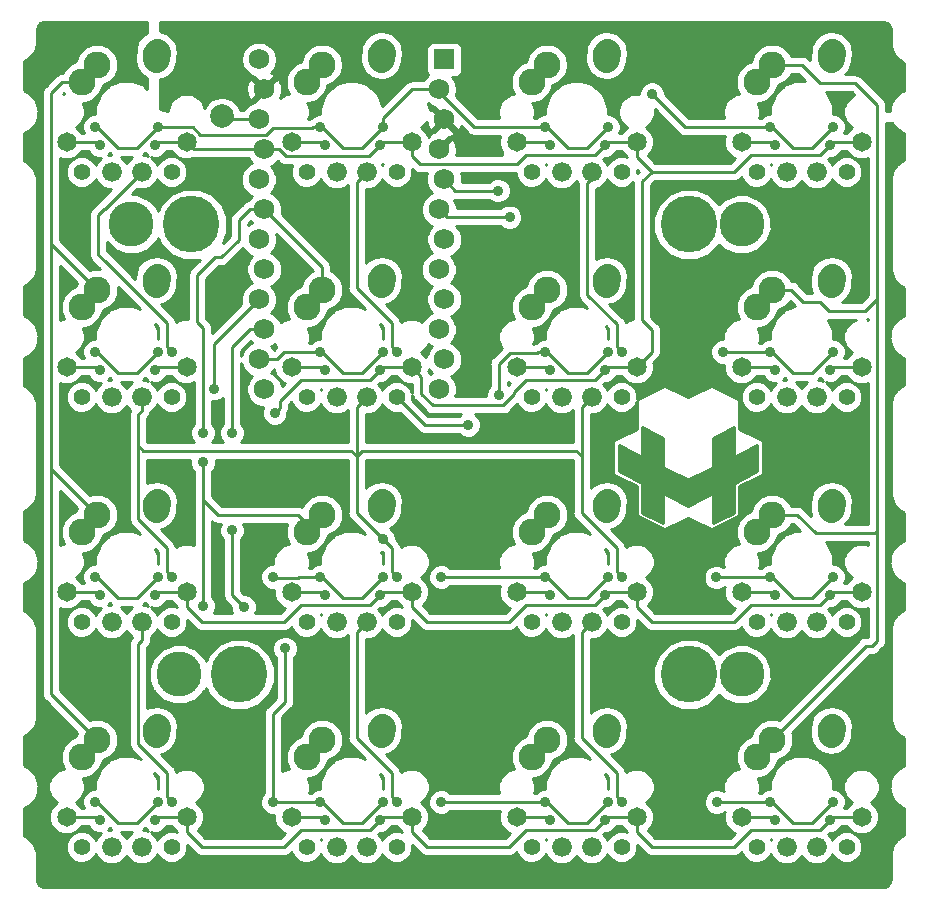
<source format=gtl>
G04 #@! TF.GenerationSoftware,KiCad,Pcbnew,(5.0.1)-3*
G04 #@! TF.CreationDate,2020-04-26T21:35:35+05:00*
G04 #@! TF.ProjectId,amoeba-4x4-keypad,616D6F6562612D3478342D6B65797061,rev?*
G04 #@! TF.SameCoordinates,Original*
G04 #@! TF.FileFunction,Copper,L1,Top,Signal*
G04 #@! TF.FilePolarity,Positive*
%FSLAX46Y46*%
G04 Gerber Fmt 4.6, Leading zero omitted, Abs format (unit mm)*
G04 Created by KiCad (PCBNEW (5.0.1)-3) date 26.04.2020 21:35:35*
%MOMM*%
%LPD*%
G01*
G04 APERTURE LIST*
G04 #@! TA.AperFunction,ComponentPad*
%ADD10C,3.800000*%
G04 #@! TD*
G04 #@! TA.AperFunction,ComponentPad*
%ADD11C,1.676400*%
G04 #@! TD*
G04 #@! TA.AperFunction,ComponentPad*
%ADD12C,1.651000*%
G04 #@! TD*
G04 #@! TA.AperFunction,ComponentPad*
%ADD13C,1.397000*%
G04 #@! TD*
G04 #@! TA.AperFunction,ComponentPad*
%ADD14C,2.286000*%
G04 #@! TD*
G04 #@! TA.AperFunction,Conductor*
%ADD15C,2.286000*%
G04 #@! TD*
G04 #@! TA.AperFunction,ComponentPad*
%ADD16C,1.752600*%
G04 #@! TD*
G04 #@! TA.AperFunction,ComponentPad*
%ADD17R,1.752600X1.752600*%
G04 #@! TD*
G04 #@! TA.AperFunction,ViaPad*
%ADD18C,0.889000*%
G04 #@! TD*
G04 #@! TA.AperFunction,ViaPad*
%ADD19C,4.800000*%
G04 #@! TD*
G04 #@! TA.AperFunction,ViaPad*
%ADD20C,2.000000*%
G04 #@! TD*
G04 #@! TA.AperFunction,Conductor*
%ADD21C,0.254000*%
G04 #@! TD*
G04 #@! TA.AperFunction,NonConductor*
%ADD22C,0.254000*%
G04 #@! TD*
G04 APERTURE END LIST*
D10*
G04 #@! TO.P,M2,1*
G04 #@! TO.N,N/C*
X249340000Y-120015000D03*
G04 #@! TD*
D11*
G04 #@! TO.P,LED0,1*
G04 #@! TO.N,N/C*
X266700000Y-172720000D03*
G04 #@! TO.P,LED0,2*
G04 #@! TO.N,/key/LC0*
X269240000Y-172720000D03*
G04 #@! TD*
D12*
G04 #@! TO.P,R0,1*
G04 #@! TO.N,N/C*
X262890000Y-170180000D03*
G04 #@! TO.P,R0,2*
G04 #@! TO.N,/key/LR0*
X273050000Y-170180000D03*
G04 #@! TD*
D13*
G04 #@! TO.P,D0,2*
G04 #@! TO.N,SR3*
X271780000Y-172720000D03*
G04 #@! TO.P,D0,1*
G04 #@! TO.N,N/C*
X264160000Y-172720000D03*
G04 #@! TD*
D14*
G04 #@! TO.P,S0,1*
G04 #@! TO.N,N/C*
X270490000Y-162850000D03*
D15*
G04 #@! TD*
G04 #@! TO.N,N/C*
G04 #@! TO.C,S0*
X270510000Y-162560001D02*
X270470000Y-163139999D01*
D14*
G04 #@! TO.P,S0,2*
G04 #@! TO.N,SC1*
X265470000Y-163640000D03*
X264160000Y-165100000D03*
G04 #@! TD*
D11*
G04 #@! TO.P,LED0,1*
G04 #@! TO.N,N/C*
X285750000Y-172720000D03*
G04 #@! TO.P,LED0,2*
G04 #@! TO.N,/key/LC0*
X288290000Y-172720000D03*
G04 #@! TD*
D13*
G04 #@! TO.P,D0,2*
G04 #@! TO.N,SR3*
X290830000Y-172720000D03*
G04 #@! TO.P,D0,1*
G04 #@! TO.N,N/C*
X283210000Y-172720000D03*
G04 #@! TD*
D14*
G04 #@! TO.P,S0,1*
G04 #@! TO.N,N/C*
X289540000Y-162850000D03*
D15*
G04 #@! TD*
G04 #@! TO.N,N/C*
G04 #@! TO.C,S0*
X289560000Y-162560001D02*
X289520000Y-163139999D01*
D14*
G04 #@! TO.P,S0,2*
G04 #@! TO.N,SC2*
X284520000Y-163640000D03*
X283210000Y-165100000D03*
G04 #@! TD*
D12*
G04 #@! TO.P,R0,1*
G04 #@! TO.N,N/C*
X281940000Y-170180000D03*
G04 #@! TO.P,R0,2*
G04 #@! TO.N,/key/LR0*
X292100000Y-170180000D03*
G04 #@! TD*
D13*
G04 #@! TO.P,D0,2*
G04 #@! TO.N,SR3*
X309880000Y-172720000D03*
G04 #@! TO.P,D0,1*
G04 #@! TO.N,N/C*
X302260000Y-172720000D03*
G04 #@! TD*
D14*
G04 #@! TO.P,S0,1*
G04 #@! TO.N,N/C*
X308590000Y-162850000D03*
D15*
G04 #@! TD*
G04 #@! TO.N,N/C*
G04 #@! TO.C,S0*
X308610000Y-162560001D02*
X308570000Y-163139999D01*
D14*
G04 #@! TO.P,S0,2*
G04 #@! TO.N,SC3*
X303570000Y-163640000D03*
X302260000Y-165100000D03*
G04 #@! TD*
D11*
G04 #@! TO.P,LED0,1*
G04 #@! TO.N,N/C*
X304800000Y-172720000D03*
G04 #@! TO.P,LED0,2*
G04 #@! TO.N,/key/LC0*
X307340000Y-172720000D03*
G04 #@! TD*
D12*
G04 #@! TO.P,R0,1*
G04 #@! TO.N,N/C*
X300990000Y-170180000D03*
G04 #@! TO.P,R0,2*
G04 #@! TO.N,/key/LR0*
X311150000Y-170180000D03*
G04 #@! TD*
D13*
G04 #@! TO.P,D0,1*
G04 #@! TO.N,N/C*
X245110000Y-172720000D03*
G04 #@! TO.P,D0,2*
G04 #@! TO.N,SR3*
X252730000Y-172720000D03*
G04 #@! TD*
D12*
G04 #@! TO.P,R0,2*
G04 #@! TO.N,/key/LR0*
X254000000Y-170180000D03*
G04 #@! TO.P,R0,1*
G04 #@! TO.N,N/C*
X243840000Y-170180000D03*
G04 #@! TD*
D14*
G04 #@! TO.P,S0,2*
G04 #@! TO.N,/key/SC0*
X245110000Y-165100000D03*
X246420000Y-163640000D03*
G04 #@! TO.P,S0,1*
G04 #@! TO.N,N/C*
X251440000Y-162850000D03*
D15*
G04 #@! TD*
G04 #@! TO.N,N/C*
G04 #@! TO.C,S0*
X251460000Y-162560001D02*
X251420000Y-163139999D01*
D11*
G04 #@! TO.P,LED0,2*
G04 #@! TO.N,/key/LC0*
X250190000Y-172720000D03*
G04 #@! TO.P,LED0,1*
G04 #@! TO.N,N/C*
X247650000Y-172720000D03*
G04 #@! TD*
G04 #@! TO.P,LED0,1*
G04 #@! TO.N,N/C*
X266700000Y-153670000D03*
G04 #@! TO.P,LED0,2*
G04 #@! TO.N,/key/LC0*
X269240000Y-153670000D03*
G04 #@! TD*
D12*
G04 #@! TO.P,R0,1*
G04 #@! TO.N,N/C*
X262890000Y-151130000D03*
G04 #@! TO.P,R0,2*
G04 #@! TO.N,/key/LR0*
X273050000Y-151130000D03*
G04 #@! TD*
D13*
G04 #@! TO.P,D0,2*
G04 #@! TO.N,SR2*
X271780000Y-153670000D03*
G04 #@! TO.P,D0,1*
G04 #@! TO.N,N/C*
X264160000Y-153670000D03*
G04 #@! TD*
D14*
G04 #@! TO.P,S0,1*
G04 #@! TO.N,N/C*
X270490000Y-143800000D03*
D15*
G04 #@! TD*
G04 #@! TO.N,N/C*
G04 #@! TO.C,S0*
X270510000Y-143510001D02*
X270470000Y-144089999D01*
D14*
G04 #@! TO.P,S0,2*
G04 #@! TO.N,SC1*
X265470000Y-144590000D03*
X264160000Y-146050000D03*
G04 #@! TD*
D11*
G04 #@! TO.P,LED0,1*
G04 #@! TO.N,N/C*
X285750000Y-153670000D03*
G04 #@! TO.P,LED0,2*
G04 #@! TO.N,/key/LC0*
X288290000Y-153670000D03*
G04 #@! TD*
D13*
G04 #@! TO.P,D0,2*
G04 #@! TO.N,SR2*
X290830000Y-153670000D03*
G04 #@! TO.P,D0,1*
G04 #@! TO.N,N/C*
X283210000Y-153670000D03*
G04 #@! TD*
D14*
G04 #@! TO.P,S0,1*
G04 #@! TO.N,N/C*
X289540000Y-143800000D03*
D15*
G04 #@! TD*
G04 #@! TO.N,N/C*
G04 #@! TO.C,S0*
X289560000Y-143510001D02*
X289520000Y-144089999D01*
D14*
G04 #@! TO.P,S0,2*
G04 #@! TO.N,SC2*
X284520000Y-144590000D03*
X283210000Y-146050000D03*
G04 #@! TD*
D12*
G04 #@! TO.P,R0,1*
G04 #@! TO.N,N/C*
X281940000Y-151130000D03*
G04 #@! TO.P,R0,2*
G04 #@! TO.N,/key/LR0*
X292100000Y-151130000D03*
G04 #@! TD*
D13*
G04 #@! TO.P,D0,2*
G04 #@! TO.N,SR2*
X309880000Y-153670000D03*
G04 #@! TO.P,D0,1*
G04 #@! TO.N,N/C*
X302260000Y-153670000D03*
G04 #@! TD*
D14*
G04 #@! TO.P,S0,1*
G04 #@! TO.N,N/C*
X308590000Y-143800000D03*
D15*
G04 #@! TD*
G04 #@! TO.N,N/C*
G04 #@! TO.C,S0*
X308610000Y-143510001D02*
X308570000Y-144089999D01*
D14*
G04 #@! TO.P,S0,2*
G04 #@! TO.N,SC3*
X303570000Y-144590000D03*
X302260000Y-146050000D03*
G04 #@! TD*
D11*
G04 #@! TO.P,LED0,1*
G04 #@! TO.N,N/C*
X304800000Y-153670000D03*
G04 #@! TO.P,LED0,2*
G04 #@! TO.N,/key/LC0*
X307340000Y-153670000D03*
G04 #@! TD*
D12*
G04 #@! TO.P,R0,1*
G04 #@! TO.N,N/C*
X300990000Y-151130000D03*
G04 #@! TO.P,R0,2*
G04 #@! TO.N,/key/LR0*
X311150000Y-151130000D03*
G04 #@! TD*
D13*
G04 #@! TO.P,D0,1*
G04 #@! TO.N,N/C*
X245110000Y-153670000D03*
G04 #@! TO.P,D0,2*
G04 #@! TO.N,SR2*
X252730000Y-153670000D03*
G04 #@! TD*
D12*
G04 #@! TO.P,R0,2*
G04 #@! TO.N,/key/LR0*
X254000000Y-151130000D03*
G04 #@! TO.P,R0,1*
G04 #@! TO.N,N/C*
X243840000Y-151130000D03*
G04 #@! TD*
D14*
G04 #@! TO.P,S0,2*
G04 #@! TO.N,/key/SC0*
X245110000Y-146050000D03*
X246420000Y-144590000D03*
G04 #@! TO.P,S0,1*
G04 #@! TO.N,N/C*
X251440000Y-143800000D03*
D15*
G04 #@! TD*
G04 #@! TO.N,N/C*
G04 #@! TO.C,S0*
X251460000Y-143510001D02*
X251420000Y-144089999D01*
D11*
G04 #@! TO.P,LED0,2*
G04 #@! TO.N,/key/LC0*
X250190000Y-153670000D03*
G04 #@! TO.P,LED0,1*
G04 #@! TO.N,N/C*
X247650000Y-153670000D03*
G04 #@! TD*
G04 #@! TO.P,LED0,1*
G04 #@! TO.N,N/C*
X266700000Y-134620000D03*
G04 #@! TO.P,LED0,2*
G04 #@! TO.N,/key/LC0*
X269240000Y-134620000D03*
G04 #@! TD*
D12*
G04 #@! TO.P,R0,1*
G04 #@! TO.N,N/C*
X262890000Y-132080000D03*
G04 #@! TO.P,R0,2*
G04 #@! TO.N,/key/LR0*
X273050000Y-132080000D03*
G04 #@! TD*
D13*
G04 #@! TO.P,D0,2*
G04 #@! TO.N,SR1*
X271780000Y-134620000D03*
G04 #@! TO.P,D0,1*
G04 #@! TO.N,N/C*
X264160000Y-134620000D03*
G04 #@! TD*
D14*
G04 #@! TO.P,S0,1*
G04 #@! TO.N,N/C*
X270490000Y-124750000D03*
D15*
G04 #@! TD*
G04 #@! TO.N,N/C*
G04 #@! TO.C,S0*
X270510000Y-124460001D02*
X270470000Y-125039999D01*
D14*
G04 #@! TO.P,S0,2*
G04 #@! TO.N,SC1*
X265470000Y-125540000D03*
X264160000Y-127000000D03*
G04 #@! TD*
D11*
G04 #@! TO.P,LED0,1*
G04 #@! TO.N,N/C*
X285750000Y-134620000D03*
G04 #@! TO.P,LED0,2*
G04 #@! TO.N,/key/LC0*
X288290000Y-134620000D03*
G04 #@! TD*
D13*
G04 #@! TO.P,D0,2*
G04 #@! TO.N,SR1*
X290830000Y-134620000D03*
G04 #@! TO.P,D0,1*
G04 #@! TO.N,N/C*
X283210000Y-134620000D03*
G04 #@! TD*
D14*
G04 #@! TO.P,S0,1*
G04 #@! TO.N,N/C*
X289540000Y-124750000D03*
D15*
G04 #@! TD*
G04 #@! TO.N,N/C*
G04 #@! TO.C,S0*
X289560000Y-124460001D02*
X289520000Y-125039999D01*
D14*
G04 #@! TO.P,S0,2*
G04 #@! TO.N,SC2*
X284520000Y-125540000D03*
X283210000Y-127000000D03*
G04 #@! TD*
D12*
G04 #@! TO.P,R0,1*
G04 #@! TO.N,N/C*
X281940000Y-132080000D03*
G04 #@! TO.P,R0,2*
G04 #@! TO.N,/key/LR0*
X292100000Y-132080000D03*
G04 #@! TD*
D13*
G04 #@! TO.P,D0,2*
G04 #@! TO.N,SR1*
X309880000Y-134620000D03*
G04 #@! TO.P,D0,1*
G04 #@! TO.N,N/C*
X302260000Y-134620000D03*
G04 #@! TD*
D14*
G04 #@! TO.P,S0,1*
G04 #@! TO.N,N/C*
X308590000Y-124750000D03*
D15*
G04 #@! TD*
G04 #@! TO.N,N/C*
G04 #@! TO.C,S0*
X308610000Y-124460001D02*
X308570000Y-125039999D01*
D14*
G04 #@! TO.P,S0,2*
G04 #@! TO.N,SC3*
X303570000Y-125540000D03*
X302260000Y-127000000D03*
G04 #@! TD*
D11*
G04 #@! TO.P,LED0,1*
G04 #@! TO.N,N/C*
X304800000Y-134620000D03*
G04 #@! TO.P,LED0,2*
G04 #@! TO.N,/key/LC0*
X307340000Y-134620000D03*
G04 #@! TD*
D12*
G04 #@! TO.P,R0,1*
G04 #@! TO.N,N/C*
X300990000Y-132080000D03*
G04 #@! TO.P,R0,2*
G04 #@! TO.N,/key/LR0*
X311150000Y-132080000D03*
G04 #@! TD*
D13*
G04 #@! TO.P,D0,1*
G04 #@! TO.N,N/C*
X245110000Y-134620000D03*
G04 #@! TO.P,D0,2*
G04 #@! TO.N,SR1*
X252730000Y-134620000D03*
G04 #@! TD*
D12*
G04 #@! TO.P,R0,2*
G04 #@! TO.N,/key/LR0*
X254000000Y-132080000D03*
G04 #@! TO.P,R0,1*
G04 #@! TO.N,N/C*
X243840000Y-132080000D03*
G04 #@! TD*
D14*
G04 #@! TO.P,S0,2*
G04 #@! TO.N,/key/SC0*
X245110000Y-127000000D03*
X246420000Y-125540000D03*
G04 #@! TO.P,S0,1*
G04 #@! TO.N,N/C*
X251440000Y-124750000D03*
D15*
G04 #@! TD*
G04 #@! TO.N,N/C*
G04 #@! TO.C,S0*
X251460000Y-124460001D02*
X251420000Y-125039999D01*
D11*
G04 #@! TO.P,LED0,2*
G04 #@! TO.N,/key/LC0*
X250190000Y-134620000D03*
G04 #@! TO.P,LED0,1*
G04 #@! TO.N,N/C*
X247650000Y-134620000D03*
G04 #@! TD*
D13*
G04 #@! TO.P,D0,1*
G04 #@! TO.N,N/C*
X302260000Y-115570000D03*
G04 #@! TO.P,D0,2*
G04 #@! TO.N,/key/SR0*
X309880000Y-115570000D03*
G04 #@! TD*
D12*
G04 #@! TO.P,R0,2*
G04 #@! TO.N,/key/LR0*
X311150000Y-113030000D03*
G04 #@! TO.P,R0,1*
G04 #@! TO.N,N/C*
X300990000Y-113030000D03*
G04 #@! TD*
D14*
G04 #@! TO.P,S0,2*
G04 #@! TO.N,SC3*
X302260000Y-107950000D03*
X303570000Y-106490000D03*
G04 #@! TO.P,S0,1*
G04 #@! TO.N,N/C*
X308590000Y-105700000D03*
D15*
G04 #@! TD*
G04 #@! TO.N,N/C*
G04 #@! TO.C,S0*
X308610000Y-105410001D02*
X308570000Y-105989999D01*
D11*
G04 #@! TO.P,LED0,2*
G04 #@! TO.N,/key/LC0*
X307340000Y-115570000D03*
G04 #@! TO.P,LED0,1*
G04 #@! TO.N,N/C*
X304800000Y-115570000D03*
G04 #@! TD*
D13*
G04 #@! TO.P,D0,1*
G04 #@! TO.N,N/C*
X283210000Y-115570000D03*
G04 #@! TO.P,D0,2*
G04 #@! TO.N,/key/SR0*
X290830000Y-115570000D03*
G04 #@! TD*
D12*
G04 #@! TO.P,R0,2*
G04 #@! TO.N,/key/LR0*
X292100000Y-113030000D03*
G04 #@! TO.P,R0,1*
G04 #@! TO.N,N/C*
X281940000Y-113030000D03*
G04 #@! TD*
D14*
G04 #@! TO.P,S0,2*
G04 #@! TO.N,SC2*
X283210000Y-107950000D03*
X284520000Y-106490000D03*
G04 #@! TO.P,S0,1*
G04 #@! TO.N,N/C*
X289540000Y-105700000D03*
D15*
G04 #@! TD*
G04 #@! TO.N,N/C*
G04 #@! TO.C,S0*
X289560000Y-105410001D02*
X289520000Y-105989999D01*
D11*
G04 #@! TO.P,LED0,2*
G04 #@! TO.N,/key/LC0*
X288290000Y-115570000D03*
G04 #@! TO.P,LED0,1*
G04 #@! TO.N,N/C*
X285750000Y-115570000D03*
G04 #@! TD*
D13*
G04 #@! TO.P,D0,1*
G04 #@! TO.N,N/C*
X264160000Y-115570000D03*
G04 #@! TO.P,D0,2*
G04 #@! TO.N,/key/SR0*
X271780000Y-115570000D03*
G04 #@! TD*
D12*
G04 #@! TO.P,R0,2*
G04 #@! TO.N,/key/LR0*
X273050000Y-113030000D03*
G04 #@! TO.P,R0,1*
G04 #@! TO.N,N/C*
X262890000Y-113030000D03*
G04 #@! TD*
D14*
G04 #@! TO.P,S0,2*
G04 #@! TO.N,SC1*
X264160000Y-107950000D03*
X265470000Y-106490000D03*
G04 #@! TO.P,S0,1*
G04 #@! TO.N,N/C*
X270490000Y-105700000D03*
D15*
G04 #@! TD*
G04 #@! TO.N,N/C*
G04 #@! TO.C,S0*
X270510000Y-105410001D02*
X270470000Y-105989999D01*
D11*
G04 #@! TO.P,LED0,2*
G04 #@! TO.N,/key/LC0*
X269240000Y-115570000D03*
G04 #@! TO.P,LED0,1*
G04 #@! TO.N,N/C*
X266700000Y-115570000D03*
G04 #@! TD*
D14*
G04 #@! TO.P,S0,1*
G04 #@! TO.N,/key/switch/N-SD0*
X251440000Y-105700000D03*
D15*
G04 #@! TD*
G04 #@! TO.N,/key/switch/N-SD0*
G04 #@! TO.C,S0*
X251460000Y-105410001D02*
X251420000Y-105989999D01*
D14*
G04 #@! TO.P,S0,2*
G04 #@! TO.N,/key/SC0*
X246420000Y-106490000D03*
X245110000Y-107950000D03*
G04 #@! TD*
D12*
G04 #@! TO.P,R0,1*
G04 #@! TO.N,/key/led/N-LR0*
X243840000Y-113030000D03*
G04 #@! TO.P,R0,2*
G04 #@! TO.N,/key/LR0*
X254000000Y-113030000D03*
G04 #@! TD*
D13*
G04 #@! TO.P,D0,2*
G04 #@! TO.N,/key/SR0*
X252730000Y-115570000D03*
G04 #@! TO.P,D0,1*
G04 #@! TO.N,/key/switch/N-SD0*
X245110000Y-115570000D03*
G04 #@! TD*
D11*
G04 #@! TO.P,LED0,1*
G04 #@! TO.N,/key/led/N-LR0*
X247650000Y-115570000D03*
G04 #@! TO.P,LED0,2*
G04 #@! TO.N,/key/LC0*
X250190000Y-115570000D03*
G04 #@! TD*
D16*
G04 #@! TO.P,U1,24*
G04 #@! TO.N,N/C*
X260121400Y-106045000D03*
G04 #@! TO.P,U1,12*
G04 #@! TO.N,PWM*
X275361400Y-133985000D03*
G04 #@! TO.P,U1,23*
G04 #@! TO.N,GND*
X260578600Y-108585000D03*
G04 #@! TO.P,U1,22*
G04 #@! TO.N,RST*
X260121400Y-111125000D03*
G04 #@! TO.P,U1,21*
G04 #@! TO.N,/key/LR0*
X260578600Y-113665000D03*
G04 #@! TO.P,U1,20*
G04 #@! TO.N,N/C*
X260121400Y-116205000D03*
G04 #@! TO.P,U1,19*
G04 #@! TO.N,SC1*
X260578600Y-118745000D03*
G04 #@! TO.P,U1,18*
G04 #@! TO.N,/key/SC0*
X260121400Y-121285000D03*
G04 #@! TO.P,U1,17*
G04 #@! TO.N,N/C*
X260578600Y-123825000D03*
G04 #@! TO.P,U1,16*
G04 #@! TO.N,SR2*
X260121400Y-126365000D03*
G04 #@! TO.P,U1,15*
G04 #@! TO.N,SR3*
X260578600Y-128905000D03*
G04 #@! TO.P,U1,14*
G04 #@! TO.N,SR1*
X260121400Y-131445000D03*
G04 #@! TO.P,U1,13*
G04 #@! TO.N,N/C*
X260578600Y-133985000D03*
G04 #@! TO.P,U1,11*
X275818600Y-131445000D03*
G04 #@! TO.P,U1,10*
X275361400Y-128905000D03*
G04 #@! TO.P,U1,9*
X275818600Y-126365000D03*
G04 #@! TO.P,U1,8*
X275361400Y-123825000D03*
G04 #@! TO.P,U1,7*
X275818600Y-121285000D03*
G04 #@! TO.P,U1,6*
G04 #@! TO.N,SC3*
X275361400Y-118745000D03*
G04 #@! TO.P,U1,5*
G04 #@! TO.N,SC2*
X275818600Y-116205000D03*
G04 #@! TO.P,U1,4*
G04 #@! TO.N,GND*
X275361400Y-113665000D03*
G04 #@! TO.P,U1,3*
X275818600Y-111125000D03*
G04 #@! TO.P,U1,2*
G04 #@! TO.N,/key/SR0*
X275361400Y-108585000D03*
D17*
G04 #@! TO.P,U1,1*
G04 #@! TO.N,N/C*
X275818600Y-106045000D03*
G04 #@! TD*
D10*
G04 #@! TO.P,M2,1*
G04 #@! TO.N,N/C*
X300990000Y-158115000D03*
G04 #@! TD*
G04 #@! TO.P,M2,1*
G04 #@! TO.N,N/C*
X300990000Y-120015000D03*
G04 #@! TD*
G04 #@! TO.P,M2,1*
G04 #@! TO.N,N/C*
X253365000Y-158115000D03*
G04 #@! TD*
D18*
G04 #@! TO.N,*
X265684000Y-113284000D03*
X284734000Y-113284000D03*
X303784000Y-113284000D03*
X265684000Y-132334000D03*
X284734000Y-132334000D03*
X303784000Y-132334000D03*
X246634000Y-132334000D03*
X265684000Y-151384000D03*
X284734000Y-151384000D03*
X303784000Y-151384000D03*
X246634000Y-151384000D03*
X265684000Y-170434000D03*
X284734000Y-170434000D03*
X303784000Y-170434000D03*
X246634000Y-170434000D03*
D19*
X258445000Y-158115000D03*
X296545000Y-158115000D03*
X296545000Y-120015000D03*
X254420000Y-120015000D03*
D18*
G04 #@! TO.N,/key/LC0*
X252730000Y-130810000D03*
X252730000Y-149860000D03*
X252730000Y-168910000D03*
X271780000Y-130810000D03*
X271780000Y-149860000D03*
X271780000Y-168910000D03*
X290830000Y-130810000D03*
X290830000Y-149860000D03*
X290830000Y-168910000D03*
X270637000Y-146660000D03*
G04 #@! TO.N,/key/LR0*
X270383000Y-113284000D03*
X289433000Y-113284000D03*
X308483000Y-113284000D03*
X251333000Y-113284000D03*
X251333000Y-132334000D03*
X270383000Y-132334000D03*
X289433000Y-132334000D03*
X308483000Y-132334000D03*
X251333000Y-151384000D03*
X270383000Y-151384000D03*
X289433000Y-151384000D03*
X308483000Y-151384000D03*
X251333000Y-170434000D03*
X270383000Y-170434000D03*
X289433000Y-170434000D03*
X308483000Y-170434000D03*
X261470000Y-135990000D03*
G04 #@! TO.N,/key/SR0*
X270637000Y-111760000D03*
X265303000Y-111760000D03*
X289687000Y-111760000D03*
X284353000Y-111760000D03*
X308737000Y-111760000D03*
X303403000Y-111760000D03*
X246253000Y-111760000D03*
X251587000Y-111760000D03*
X293420000Y-108990000D03*
G04 #@! TO.N,/key/led/N-LR0*
X246634000Y-113284000D03*
G04 #@! TO.N,SC1*
X255403000Y-152310000D03*
X255403000Y-140160000D03*
X255403000Y-137660000D03*
G04 #@! TO.N,SC2*
X280353000Y-117160000D03*
G04 #@! TO.N,SC3*
X281353000Y-119410000D03*
G04 #@! TO.N,SR1*
X277853000Y-136990000D03*
X251587000Y-130810000D03*
X246253000Y-130810000D03*
X265303000Y-130810000D03*
X270637000Y-130810000D03*
X289687000Y-130810000D03*
X284353000Y-130810000D03*
X303403000Y-130810000D03*
X308737000Y-130810000D03*
X299403000Y-130810000D03*
X280420000Y-134490000D03*
G04 #@! TO.N,SR2*
X251587000Y-149860000D03*
X246253000Y-149860000D03*
X265303000Y-149860000D03*
X270637000Y-149860000D03*
X289687000Y-149860000D03*
X284353000Y-149860000D03*
X303403000Y-149860000D03*
X308737000Y-149860000D03*
X298853000Y-149910000D03*
X261303000Y-149860000D03*
X275555000Y-149885400D03*
X256353000Y-133910000D03*
G04 #@! TO.N,SR3*
X251587000Y-168910000D03*
X246253000Y-168910000D03*
X265303000Y-168910000D03*
X270637000Y-168910000D03*
X289687000Y-168910000D03*
X284353000Y-168910000D03*
X303403000Y-168910000D03*
X308737000Y-168910000D03*
X262353000Y-155910000D03*
X261314901Y-168921901D03*
X275555000Y-168935400D03*
X257853000Y-145910000D03*
X257853000Y-145910000D03*
X258853000Y-152410000D03*
X298878400Y-168935400D03*
X257853000Y-137660000D03*
D20*
G04 #@! TO.N,GND*
X256973000Y-104350000D03*
D18*
X277920000Y-113015000D03*
X278020000Y-108515000D03*
D20*
G04 #@! TO.N,RST*
X256973000Y-110850000D03*
G04 #@! TD*
D21*
G04 #@! TO.N,*
X265430000Y-113030000D02*
X265684000Y-113284000D01*
X262890000Y-113030000D02*
X265430000Y-113030000D01*
X284480000Y-113030000D02*
X284734000Y-113284000D01*
X281940000Y-113030000D02*
X284480000Y-113030000D01*
X303530000Y-113030000D02*
X303784000Y-113284000D01*
X300990000Y-113030000D02*
X303530000Y-113030000D01*
X265430000Y-132080000D02*
X265684000Y-132334000D01*
X262890000Y-132080000D02*
X265430000Y-132080000D01*
X281940000Y-132080000D02*
X284480000Y-132080000D01*
X284480000Y-132080000D02*
X284734000Y-132334000D01*
X300990000Y-132080000D02*
X303530000Y-132080000D01*
X303530000Y-132080000D02*
X303784000Y-132334000D01*
X246380000Y-132080000D02*
X246634000Y-132334000D01*
X243840000Y-132080000D02*
X246380000Y-132080000D01*
X265430000Y-151130000D02*
X265684000Y-151384000D01*
X262890000Y-151130000D02*
X265430000Y-151130000D01*
X281940000Y-151130000D02*
X284480000Y-151130000D01*
X284480000Y-151130000D02*
X284734000Y-151384000D01*
X300990000Y-151130000D02*
X303530000Y-151130000D01*
X303530000Y-151130000D02*
X303784000Y-151384000D01*
X246380000Y-151130000D02*
X246634000Y-151384000D01*
X243840000Y-151130000D02*
X246380000Y-151130000D01*
X265430000Y-170180000D02*
X265684000Y-170434000D01*
X262890000Y-170180000D02*
X265430000Y-170180000D01*
X281940000Y-170180000D02*
X284480000Y-170180000D01*
X284480000Y-170180000D02*
X284734000Y-170434000D01*
X300990000Y-170180000D02*
X303530000Y-170180000D01*
X303530000Y-170180000D02*
X303784000Y-170434000D01*
X246380000Y-170180000D02*
X246634000Y-170434000D01*
X243840000Y-170180000D02*
X246380000Y-170180000D01*
G04 #@! TO.N,/key/LC0*
X252730000Y-130810000D02*
X252349000Y-130429000D01*
X252349000Y-130429000D02*
X252349000Y-128397000D01*
X252349000Y-149479000D02*
X252730000Y-149860000D01*
X252349000Y-147447000D02*
X252349000Y-149479000D01*
X249898699Y-144996699D02*
X252349000Y-147447000D01*
X250190000Y-135805393D02*
X249898699Y-136096694D01*
X250190000Y-134620000D02*
X250190000Y-135805393D01*
X250190000Y-155220000D02*
X249898699Y-155511301D01*
X250190000Y-153670000D02*
X250190000Y-155220000D01*
X252349000Y-166440301D02*
X249898699Y-163990000D01*
X252349000Y-168529000D02*
X252349000Y-166440301D01*
X252730000Y-168910000D02*
X252349000Y-168529000D01*
X249898699Y-155511301D02*
X249898699Y-163990000D01*
X252349000Y-128364000D02*
X252349000Y-128397000D01*
X268401801Y-116408199D02*
X269240000Y-115570000D01*
X268401801Y-125399801D02*
X268401801Y-116408199D01*
X271399000Y-128397000D02*
X268401801Y-125399801D01*
X271399000Y-130429000D02*
X271399000Y-128397000D01*
X271780000Y-130810000D02*
X271399000Y-130429000D01*
X268401801Y-135458199D02*
X269240000Y-134620000D01*
X271780000Y-149860000D02*
X271399000Y-149479000D01*
X268401801Y-154508199D02*
X269240000Y-153670000D01*
X268401801Y-163499801D02*
X268401801Y-154508199D01*
X271399000Y-166497000D02*
X268401801Y-163499801D01*
X271399000Y-168529000D02*
X271399000Y-166497000D01*
X271780000Y-168910000D02*
X271399000Y-168529000D01*
X290830000Y-130810000D02*
X290449000Y-130429000D01*
X290420000Y-128490000D02*
X290449000Y-128490000D01*
X290449000Y-130429000D02*
X290449000Y-128490000D01*
X288290000Y-116120000D02*
X287920000Y-116490000D01*
X288290000Y-115570000D02*
X288290000Y-116120000D01*
X287920000Y-125990000D02*
X290420000Y-128490000D01*
X287451801Y-135458199D02*
X288290000Y-134620000D01*
X290449000Y-147447000D02*
X287451801Y-144449801D01*
X290449000Y-149479000D02*
X290449000Y-147447000D01*
X290830000Y-149860000D02*
X290449000Y-149479000D01*
X287451801Y-154508199D02*
X288290000Y-153670000D01*
X287451801Y-163499801D02*
X287451801Y-154508199D01*
X290449000Y-166497000D02*
X287451801Y-163499801D01*
X290449000Y-168529000D02*
X290449000Y-166497000D01*
X290830000Y-168910000D02*
X290449000Y-168529000D01*
X287920000Y-116490000D02*
X287920000Y-119910000D01*
X287920000Y-119910000D02*
X287920000Y-125990000D01*
X268401801Y-139160000D02*
X268401801Y-135458199D01*
X249898699Y-139160000D02*
X249898699Y-144996699D01*
X286951801Y-139160000D02*
X287451801Y-139660000D01*
X287451801Y-144449801D02*
X287451801Y-139660000D01*
X287451801Y-139660000D02*
X287451801Y-135458199D01*
X249898699Y-138160000D02*
X249898699Y-138705699D01*
X249898699Y-138160000D02*
X249898699Y-139160000D01*
X249898699Y-136096694D02*
X249898699Y-138160000D01*
X249898699Y-138705699D02*
X250353000Y-139160000D01*
X267901801Y-139160000D02*
X268401801Y-139660000D01*
X250353000Y-139160000D02*
X267901801Y-139160000D01*
X268401801Y-144449801D02*
X268401801Y-139660000D01*
X268401801Y-139660000D02*
X268401801Y-139160000D01*
X268401801Y-139660000D02*
X268401801Y-139611199D01*
X268853000Y-139160000D02*
X286951801Y-139160000D01*
X268401801Y-139611199D02*
X268853000Y-139160000D01*
X270612000Y-146660000D02*
X268401801Y-144449801D01*
X271399000Y-147422000D02*
X270637000Y-146660000D01*
X271399000Y-149479000D02*
X271399000Y-147422000D01*
X247058999Y-123106999D02*
X252349000Y-128397000D01*
X246520000Y-122568000D02*
X247058999Y-123106999D01*
X246520000Y-119215000D02*
X246520000Y-122568000D01*
X247033999Y-118701001D02*
X246520000Y-119215000D01*
X250190000Y-115570000D02*
X247058999Y-118701001D01*
X247058999Y-118701001D02*
X247033999Y-118701001D01*
G04 #@! TO.N,/key/LR0*
X270637000Y-113030000D02*
X270383000Y-113284000D01*
X273050000Y-113030000D02*
X270637000Y-113030000D01*
X289687000Y-113030000D02*
X289433000Y-113284000D01*
X292100000Y-113030000D02*
X289687000Y-113030000D01*
X308737000Y-113030000D02*
X308483000Y-113284000D01*
X311150000Y-113030000D02*
X308737000Y-113030000D01*
X254000000Y-113030000D02*
X251587000Y-113030000D01*
X251587000Y-113030000D02*
X251333000Y-113284000D01*
X281353000Y-114910000D02*
X281353000Y-114910000D01*
X273050000Y-114197433D02*
X273050000Y-113030000D01*
X273774868Y-114922301D02*
X273050000Y-114197433D01*
X289433000Y-113284000D02*
X288544000Y-114173000D01*
X282702000Y-114173000D02*
X281965000Y-114910000D01*
X281965000Y-114910000D02*
X277260196Y-114910000D01*
X288544000Y-114173000D02*
X282702000Y-114173000D01*
X277260196Y-114910000D02*
X277247895Y-114922301D01*
X277247895Y-114922301D02*
X273774868Y-114922301D01*
X307594000Y-114173000D02*
X308483000Y-113284000D01*
X301752000Y-114173000D02*
X307594000Y-114173000D01*
X300355000Y-115570000D02*
X301752000Y-114173000D01*
X293370000Y-115570000D02*
X300355000Y-115570000D01*
X292100000Y-113030000D02*
X292100000Y-114300000D01*
X292100000Y-114300000D02*
X293370000Y-115570000D01*
X293381901Y-130798099D02*
X292459217Y-131720783D01*
X293381901Y-128924687D02*
X293381901Y-130798099D01*
X292603000Y-128145786D02*
X293381901Y-128924687D01*
X292603000Y-116337000D02*
X292603000Y-128145786D01*
X293370000Y-115570000D02*
X292603000Y-116337000D01*
X251587000Y-132080000D02*
X251333000Y-132334000D01*
X254000000Y-132080000D02*
X251587000Y-132080000D01*
X270637000Y-132080000D02*
X270383000Y-132334000D01*
X273050000Y-132080000D02*
X270637000Y-132080000D01*
X292100000Y-132080000D02*
X289687000Y-132080000D01*
X289687000Y-132080000D02*
X289433000Y-132334000D01*
X308737000Y-132080000D02*
X308483000Y-132334000D01*
X311150000Y-132080000D02*
X308737000Y-132080000D01*
X251587000Y-151130000D02*
X251333000Y-151384000D01*
X254000000Y-151130000D02*
X251587000Y-151130000D01*
X270637000Y-151130000D02*
X270383000Y-151384000D01*
X273050000Y-151130000D02*
X270637000Y-151130000D01*
X292100000Y-151130000D02*
X289687000Y-151130000D01*
X289687000Y-151130000D02*
X289433000Y-151384000D01*
X308737000Y-151130000D02*
X308483000Y-151384000D01*
X311150000Y-151130000D02*
X308737000Y-151130000D01*
X307594000Y-152273000D02*
X308483000Y-151384000D01*
X301752000Y-152273000D02*
X307594000Y-152273000D01*
X300355000Y-153670000D02*
X301752000Y-152273000D01*
X293370000Y-153670000D02*
X300355000Y-153670000D01*
X292100000Y-151130000D02*
X292100000Y-152400000D01*
X292100000Y-152400000D02*
X293370000Y-153670000D01*
X288544000Y-152273000D02*
X289433000Y-151384000D01*
X282702000Y-152273000D02*
X288544000Y-152273000D01*
X281305000Y-153670000D02*
X282702000Y-152273000D01*
X274320000Y-153670000D02*
X279555000Y-153670000D01*
X273050000Y-151130000D02*
X273050000Y-152400000D01*
X273050000Y-152400000D02*
X274320000Y-153670000D01*
X269494000Y-152273000D02*
X270383000Y-151384000D01*
X263652000Y-152273000D02*
X269494000Y-152273000D01*
X262255000Y-153670000D02*
X263652000Y-152273000D01*
X255270000Y-153670000D02*
X262255000Y-153670000D01*
X254000000Y-151130000D02*
X254000000Y-152400000D01*
X254000000Y-152400000D02*
X255270000Y-153670000D01*
X279555000Y-153670000D02*
X281305000Y-153670000D01*
X251587000Y-170180000D02*
X251333000Y-170434000D01*
X254000000Y-170180000D02*
X251587000Y-170180000D01*
X270637000Y-170180000D02*
X270383000Y-170434000D01*
X273050000Y-170180000D02*
X270637000Y-170180000D01*
X292100000Y-170180000D02*
X289687000Y-170180000D01*
X289687000Y-170180000D02*
X289433000Y-170434000D01*
X308737000Y-170180000D02*
X308483000Y-170434000D01*
X311150000Y-170180000D02*
X308737000Y-170180000D01*
X269494000Y-171323000D02*
X270383000Y-170434000D01*
X263652000Y-171323000D02*
X269494000Y-171323000D01*
X262255000Y-172720000D02*
X263652000Y-171323000D01*
X255270000Y-172720000D02*
X262255000Y-172720000D01*
X254000000Y-170180000D02*
X254000000Y-171450000D01*
X254000000Y-171450000D02*
X255270000Y-172720000D01*
X288544000Y-171323000D02*
X289433000Y-170434000D01*
X282702000Y-171323000D02*
X288544000Y-171323000D01*
X281305000Y-172720000D02*
X282702000Y-171323000D01*
X274320000Y-172720000D02*
X281305000Y-172720000D01*
X273050000Y-170180000D02*
X273050000Y-171450000D01*
X273050000Y-171450000D02*
X274320000Y-172720000D01*
X307594000Y-171323000D02*
X308483000Y-170434000D01*
X301752000Y-171323000D02*
X307594000Y-171323000D01*
X300355000Y-172720000D02*
X301752000Y-171323000D01*
X293370000Y-172720000D02*
X300355000Y-172720000D01*
X292100000Y-170180000D02*
X292100000Y-171450000D01*
X292100000Y-171450000D02*
X293370000Y-172720000D01*
X273456400Y-132080000D02*
X273050000Y-132080000D01*
X269938501Y-113728499D02*
X270383000Y-113284000D01*
X269557499Y-114109501D02*
X269938501Y-113728499D01*
X288544000Y-133223000D02*
X289433000Y-132334000D01*
X282702000Y-133223000D02*
X288544000Y-133223000D01*
X281715000Y-134210000D02*
X282702000Y-133223000D01*
X273050000Y-132080000D02*
X273875499Y-132905499D01*
X273875499Y-132905499D02*
X273875499Y-134359905D01*
X273875499Y-134359905D02*
X274831095Y-135315501D01*
X274831095Y-135315501D02*
X280816241Y-135315501D01*
X280816241Y-135315501D02*
X281715000Y-134416742D01*
X281715000Y-134416742D02*
X281715000Y-134210000D01*
X254635000Y-113665000D02*
X254000000Y-113030000D01*
X260578600Y-113665000D02*
X254635000Y-113665000D01*
X269430499Y-114236501D02*
X269557499Y-114109501D01*
X262389376Y-114236501D02*
X269430499Y-114236501D01*
X261817875Y-113665000D02*
X262389376Y-114236501D01*
X260578600Y-113665000D02*
X261817875Y-113665000D01*
X269494000Y-133223000D02*
X270383000Y-132334000D01*
X263652000Y-133223000D02*
X269494000Y-133223000D01*
X261914499Y-134960501D02*
X263652000Y-133223000D01*
X261914499Y-135545501D02*
X261914499Y-134960501D01*
X261470000Y-135990000D02*
X261914499Y-135545501D01*
G04 #@! TO.N,/key/SC0*
X245277001Y-124397001D02*
X246420000Y-125540000D01*
X242558099Y-121678099D02*
X245277001Y-124397001D01*
X242558099Y-108885455D02*
X242558099Y-121678099D01*
X243493554Y-107950000D02*
X242558099Y-108885455D01*
X245110000Y-107950000D02*
X243493554Y-107950000D01*
X242558099Y-140728099D02*
X246420000Y-144590000D01*
X242558099Y-121678099D02*
X242558099Y-140728099D01*
X242558099Y-159778099D02*
X246420000Y-163640000D01*
X242558099Y-140728099D02*
X242558099Y-159778099D01*
G04 #@! TO.N,/key/SR0*
X265303000Y-111760000D02*
X265430000Y-111760000D01*
X265430000Y-111760000D02*
X267208000Y-113538000D01*
X267208000Y-113538000D02*
X268859000Y-113538000D01*
X268859000Y-113538000D02*
X270637000Y-111760000D01*
X284327600Y-111785400D02*
X284353000Y-111760000D01*
X284353000Y-111760000D02*
X284480000Y-111760000D01*
X284480000Y-111760000D02*
X286258000Y-113538000D01*
X286258000Y-113538000D02*
X287909000Y-113538000D01*
X287909000Y-113538000D02*
X289687000Y-111760000D01*
X300380400Y-111785400D02*
X303377600Y-111785400D01*
X303377600Y-111785400D02*
X303403000Y-111760000D01*
X303403000Y-111760000D02*
X303530000Y-111760000D01*
X303530000Y-111760000D02*
X305308000Y-113538000D01*
X305308000Y-113538000D02*
X306959000Y-113538000D01*
X306959000Y-113538000D02*
X308737000Y-111760000D01*
X246227600Y-111785400D02*
X246253000Y-111760000D01*
X246253000Y-111760000D02*
X246380000Y-111760000D01*
X249809000Y-113538000D02*
X251587000Y-111760000D01*
X248158000Y-113538000D02*
X249809000Y-113538000D01*
X246380000Y-111760000D02*
X248158000Y-113538000D01*
X265303000Y-111760000D02*
X265277600Y-111785400D01*
X300380400Y-111785400D02*
X296215400Y-111785400D01*
X296215400Y-111785400D02*
X293420000Y-108990000D01*
X293420000Y-108990000D02*
X293420000Y-108990000D01*
X274122125Y-108585000D02*
X275361400Y-108585000D01*
X273057786Y-108585000D02*
X274122125Y-108585000D01*
X270637000Y-111005786D02*
X273057786Y-108585000D01*
X270637000Y-111760000D02*
X270637000Y-111005786D01*
X275361400Y-108768400D02*
X275361400Y-108585000D01*
X278364901Y-111771901D02*
X275361400Y-108768400D01*
X283712482Y-111771901D02*
X278364901Y-111771901D01*
X283724383Y-111760000D02*
X283712482Y-111771901D01*
X284353000Y-111760000D02*
X283724383Y-111760000D01*
X252215617Y-111760000D02*
X251587000Y-111760000D01*
X252227518Y-111771901D02*
X252215617Y-111760000D01*
X254527523Y-111771901D02*
X252227518Y-111771901D01*
X255163321Y-112407699D02*
X254527523Y-111771901D01*
X260699507Y-112407699D02*
X255163321Y-112407699D01*
X261283707Y-111823499D02*
X260699507Y-112407699D01*
X264674383Y-111760000D02*
X264610884Y-111823499D01*
X264610884Y-111823499D02*
X261283707Y-111823499D01*
X265303000Y-111760000D02*
X264674383Y-111760000D01*
G04 #@! TO.N,/key/led/N-LR0*
X243840000Y-113030000D02*
X246380000Y-113030000D01*
X246380000Y-113030000D02*
X246634000Y-113284000D01*
G04 #@! TO.N,SC1*
X254903000Y-128310000D02*
X254903000Y-124310000D01*
X255403000Y-128810000D02*
X254903000Y-128310000D01*
X254903000Y-124310000D02*
X256403000Y-122810000D01*
X256903000Y-122810000D02*
X258403000Y-121310000D01*
X256403000Y-122810000D02*
X256903000Y-122810000D01*
X265470000Y-123636400D02*
X260578600Y-118745000D01*
X265470000Y-125540000D02*
X265470000Y-123636400D01*
X255403000Y-145810000D02*
X255403000Y-152310000D01*
X256683000Y-144590000D02*
X255403000Y-143310000D01*
X255403000Y-128810000D02*
X255403000Y-137660000D01*
X255403000Y-143310000D02*
X255403000Y-145810000D01*
X264160000Y-145347000D02*
X263403000Y-144590000D01*
X264160000Y-146050000D02*
X264160000Y-145347000D01*
X263403000Y-144590000D02*
X256683000Y-144590000D01*
X258403000Y-119681325D02*
X258403000Y-121310000D01*
X259339325Y-118745000D02*
X258403000Y-119681325D01*
X260578600Y-118745000D02*
X259339325Y-118745000D01*
X255403000Y-152310000D02*
X255403000Y-152310000D01*
X255403000Y-140160000D02*
X255403000Y-143310000D01*
G04 #@! TO.N,SC2*
X276773600Y-117160000D02*
X280353000Y-117160000D01*
X275818600Y-116205000D02*
X276773600Y-117160000D01*
G04 #@! TO.N,SC3*
X312431901Y-145990000D02*
X312431901Y-126990000D01*
X305683000Y-144590000D02*
X303570000Y-144590000D01*
X307270000Y-146177000D02*
X305683000Y-144590000D01*
X312431901Y-145990000D02*
X312244901Y-146177000D01*
X312244901Y-146177000D02*
X307270000Y-146177000D01*
X311519901Y-155690099D02*
X303570000Y-163640000D01*
X312051802Y-155690099D02*
X312431901Y-155310000D01*
X311519901Y-155690099D02*
X312051802Y-155690099D01*
X312431901Y-145990000D02*
X312431901Y-155310000D01*
X311431901Y-127310000D02*
X312431901Y-126310000D01*
X308403000Y-127310000D02*
X311431901Y-127310000D01*
X305186446Y-125540000D02*
X306207746Y-126561300D01*
X306207746Y-126561300D02*
X307654300Y-126561300D01*
X312431901Y-126990000D02*
X312431901Y-126310000D01*
X303570000Y-125540000D02*
X305186446Y-125540000D01*
X307654300Y-126561300D02*
X308403000Y-127310000D01*
X306083000Y-106490000D02*
X303570000Y-106490000D01*
X307670000Y-108077000D02*
X306083000Y-106490000D01*
X310634214Y-108077000D02*
X307670000Y-108077000D01*
X312431901Y-126310000D02*
X312431901Y-109874687D01*
X312431901Y-109874687D02*
X310634214Y-108077000D01*
X276026400Y-119410000D02*
X275361400Y-118745000D01*
X281353000Y-119410000D02*
X276026400Y-119410000D01*
G04 #@! TO.N,SR1*
X268859000Y-132588000D02*
X270637000Y-130810000D01*
X267208000Y-132588000D02*
X268859000Y-132588000D01*
X246227600Y-130835400D02*
X246253000Y-130810000D01*
X246253000Y-130810000D02*
X246380000Y-130810000D01*
X246380000Y-130810000D02*
X248158000Y-132588000D01*
X248158000Y-132588000D02*
X249809000Y-132588000D01*
X249809000Y-132588000D02*
X251587000Y-130810000D01*
X284327600Y-130835400D02*
X284353000Y-130810000D01*
X284353000Y-130810000D02*
X284480000Y-130810000D01*
X284480000Y-130810000D02*
X286258000Y-132588000D01*
X286258000Y-132588000D02*
X287909000Y-132588000D01*
X287909000Y-132588000D02*
X289687000Y-130810000D01*
X262280400Y-130835400D02*
X265277600Y-130835400D01*
X265277600Y-130835400D02*
X265303000Y-130810000D01*
X265303000Y-130810000D02*
X265430000Y-130810000D01*
X265430000Y-130810000D02*
X267208000Y-132588000D01*
X303377600Y-130835400D02*
X303403000Y-130810000D01*
X303530000Y-130810000D02*
X305308000Y-132588000D01*
X303403000Y-130810000D02*
X303530000Y-130810000D01*
X305308000Y-132588000D02*
X306959000Y-132588000D01*
X306959000Y-132588000D02*
X308737000Y-130810000D01*
X261670800Y-131445000D02*
X260121400Y-131445000D01*
X262280400Y-130835400D02*
X261670800Y-131445000D01*
X281360879Y-130873499D02*
X280420000Y-131814378D01*
X283660884Y-130873499D02*
X281360879Y-130873499D01*
X284353000Y-130810000D02*
X283724383Y-130810000D01*
X283724383Y-130810000D02*
X283660884Y-130873499D01*
X280420000Y-131814378D02*
X280420000Y-134490000D01*
X280420000Y-134490000D02*
X280420000Y-134490000D01*
X300031617Y-130810000D02*
X299403000Y-130810000D01*
X300043518Y-130821901D02*
X300031617Y-130810000D01*
X301605313Y-130821901D02*
X300043518Y-130821901D01*
X301617214Y-130810000D02*
X301605313Y-130821901D01*
X303403000Y-130810000D02*
X301617214Y-130810000D01*
X274150000Y-136990000D02*
X271780000Y-134620000D01*
X274150000Y-136990000D02*
X277853000Y-136990000D01*
G04 #@! TO.N,SR2*
X268859000Y-151638000D02*
X270637000Y-149860000D01*
X267208000Y-151638000D02*
X268859000Y-151638000D01*
X246227600Y-149885400D02*
X246253000Y-149860000D01*
X246253000Y-149860000D02*
X246380000Y-149860000D01*
X246380000Y-149860000D02*
X248158000Y-151638000D01*
X248158000Y-151638000D02*
X249809000Y-151638000D01*
X249809000Y-151638000D02*
X251587000Y-149860000D01*
X284353000Y-149860000D02*
X284480000Y-149860000D01*
X284480000Y-149860000D02*
X286258000Y-151638000D01*
X286258000Y-151638000D02*
X287909000Y-151638000D01*
X287909000Y-151638000D02*
X289687000Y-149860000D01*
X265277600Y-149885400D02*
X265303000Y-149860000D01*
X265303000Y-149860000D02*
X265430000Y-149860000D01*
X265430000Y-149860000D02*
X267208000Y-151638000D01*
X300380400Y-149885400D02*
X303377600Y-149885400D01*
X303377600Y-149885400D02*
X303403000Y-149860000D01*
X303530000Y-149860000D02*
X305308000Y-151638000D01*
X303403000Y-149860000D02*
X303530000Y-149860000D01*
X305308000Y-151638000D02*
X306959000Y-151638000D01*
X306959000Y-151638000D02*
X308737000Y-149860000D01*
X263453715Y-149923499D02*
X261366499Y-149923499D01*
X265303000Y-149860000D02*
X263517214Y-149860000D01*
X263517214Y-149860000D02*
X263453715Y-149923499D01*
X260121400Y-126365000D02*
X256353000Y-130133400D01*
X256353000Y-130133400D02*
X256353000Y-133910000D01*
X300355800Y-149910000D02*
X298853000Y-149910000D01*
X300380400Y-149885400D02*
X300355800Y-149910000D01*
X284327600Y-149885400D02*
X284353000Y-149860000D01*
X275555000Y-149885400D02*
X284327600Y-149885400D01*
G04 #@! TO.N,SR3*
X268859000Y-170688000D02*
X270637000Y-168910000D01*
X267208000Y-170688000D02*
X268859000Y-170688000D01*
X246227600Y-168935400D02*
X246253000Y-168910000D01*
X246253000Y-168910000D02*
X246380000Y-168910000D01*
X246380000Y-168910000D02*
X248158000Y-170688000D01*
X248158000Y-170688000D02*
X249809000Y-170688000D01*
X249809000Y-170688000D02*
X251587000Y-168910000D01*
X284353000Y-168910000D02*
X284480000Y-168910000D01*
X284480000Y-168910000D02*
X286258000Y-170688000D01*
X286258000Y-170688000D02*
X287909000Y-170688000D01*
X287909000Y-170688000D02*
X289687000Y-168910000D01*
X265277600Y-168935400D02*
X265303000Y-168910000D01*
X265303000Y-168910000D02*
X265430000Y-168910000D01*
X265430000Y-168910000D02*
X267208000Y-170688000D01*
X300380400Y-168935400D02*
X303377600Y-168935400D01*
X303377600Y-168935400D02*
X303403000Y-168910000D01*
X303530000Y-168910000D02*
X305308000Y-170688000D01*
X303403000Y-168910000D02*
X303530000Y-168910000D01*
X305308000Y-170688000D02*
X306959000Y-170688000D01*
X306959000Y-170688000D02*
X308737000Y-168910000D01*
X263505313Y-168921901D02*
X261314901Y-168921901D01*
X265303000Y-168910000D02*
X263517214Y-168910000D01*
X263517214Y-168910000D02*
X263505313Y-168921901D01*
X261314901Y-168921901D02*
X261314901Y-168921901D01*
X280378400Y-168935400D02*
X280378400Y-168935400D01*
X259339325Y-128905000D02*
X257853000Y-130391325D01*
X260578600Y-128905000D02*
X259339325Y-128905000D01*
X257853000Y-130391325D02*
X257853000Y-137660000D01*
X257853000Y-145910000D02*
X257853000Y-151410000D01*
X257853000Y-151410000D02*
X258853000Y-152410000D01*
X258853000Y-152410000D02*
X258853000Y-152410000D01*
X261314901Y-168921901D02*
X261314901Y-161448099D01*
X262353000Y-160410000D02*
X262353000Y-155910000D01*
X261314901Y-161448099D02*
X262353000Y-160410000D01*
X300380400Y-168935400D02*
X298878400Y-168935400D01*
X298878400Y-168935400D02*
X298878400Y-168935400D01*
X280378400Y-168935400D02*
X275555000Y-168935400D01*
X284353000Y-168910000D02*
X284327600Y-168935400D01*
X284327600Y-168935400D02*
X280378400Y-168935400D01*
G04 #@! TO.N,GND*
X256853000Y-104859400D02*
X256853000Y-104660000D01*
X260578600Y-108585000D02*
X256853000Y-104859400D01*
G04 #@! TO.N,RST*
X256888000Y-111125000D02*
X256853000Y-111160000D01*
X260121400Y-111125000D02*
X256888000Y-111125000D01*
G04 #@! TD*
D22*
G36*
X250693000Y-103800313D02*
X250269367Y-104042976D01*
X249836861Y-104602671D01*
X249698262Y-105112969D01*
X249634165Y-106042370D01*
X249701399Y-106566863D01*
X250052976Y-107180632D01*
X250612671Y-107613138D01*
X250693000Y-107634956D01*
X250693000Y-108545174D01*
X250409152Y-108261326D01*
X250394542Y-108255274D01*
X250390987Y-108249295D01*
X249916142Y-108057115D01*
X249442921Y-107861100D01*
X249431824Y-107861100D01*
X249421535Y-107856936D01*
X248909273Y-107861100D01*
X248397079Y-107861100D01*
X248386826Y-107865347D01*
X248375728Y-107865437D01*
X247449013Y-108249295D01*
X247445458Y-108255274D01*
X247430848Y-108261326D01*
X246691326Y-109000848D01*
X246685274Y-109015458D01*
X246679295Y-109019013D01*
X246487115Y-109493858D01*
X246291100Y-109967079D01*
X246291100Y-109978176D01*
X246286936Y-109988465D01*
X246291100Y-110500727D01*
X246291100Y-110680500D01*
X246038274Y-110680500D01*
X245641512Y-110844844D01*
X245337844Y-111148512D01*
X245173500Y-111545274D01*
X245173500Y-111974726D01*
X245294978Y-112268000D01*
X245105203Y-112268000D01*
X245078152Y-112202693D01*
X244679976Y-111804517D01*
X244710017Y-111792073D01*
X245142073Y-111360017D01*
X245162978Y-111309548D01*
X245177388Y-111304689D01*
X245271309Y-111048014D01*
X245375900Y-110795509D01*
X245375900Y-110762179D01*
X245387353Y-110730879D01*
X245375900Y-110457813D01*
X245375900Y-110184491D01*
X245363145Y-110153697D01*
X245361748Y-110120396D01*
X245199212Y-109728000D01*
X245463666Y-109728000D01*
X246117156Y-109457316D01*
X246617316Y-108957156D01*
X246888000Y-108303666D01*
X246888000Y-108220641D01*
X247427156Y-107997316D01*
X247927316Y-107497156D01*
X248198000Y-106843666D01*
X248198000Y-106136334D01*
X247927316Y-105482844D01*
X247427156Y-104982684D01*
X246773666Y-104712000D01*
X246066334Y-104712000D01*
X245412844Y-104982684D01*
X244912684Y-105482844D01*
X244642000Y-106136334D01*
X244642000Y-106219359D01*
X244102844Y-106442684D01*
X243602684Y-106942844D01*
X243506272Y-107175603D01*
X243493553Y-107173073D01*
X243418510Y-107188000D01*
X243418506Y-107188000D01*
X243196237Y-107232212D01*
X243196236Y-107232213D01*
X243196235Y-107232213D01*
X243009444Y-107357023D01*
X242944183Y-107400629D01*
X242901672Y-107464251D01*
X242072352Y-108293572D01*
X242008728Y-108336084D01*
X241840311Y-108588139D01*
X241796099Y-108810408D01*
X241796099Y-108810412D01*
X241781172Y-108885455D01*
X241796099Y-108960498D01*
X241796100Y-121603047D01*
X241796099Y-121603052D01*
X241796099Y-121603056D01*
X241781172Y-121678099D01*
X241796099Y-121753142D01*
X241796100Y-140653047D01*
X241796099Y-140653052D01*
X241796099Y-140653056D01*
X241781172Y-140728099D01*
X241796099Y-140803142D01*
X241796100Y-159703051D01*
X241781172Y-159778099D01*
X241796100Y-159853147D01*
X241840312Y-160075416D01*
X242008729Y-160327470D01*
X242072350Y-160369980D01*
X244743547Y-163041178D01*
X244642000Y-163286334D01*
X244642000Y-163369359D01*
X244102844Y-163592684D01*
X243602684Y-164092844D01*
X243332000Y-164746334D01*
X243332000Y-165453666D01*
X243601418Y-166104100D01*
X243534491Y-166104100D01*
X243503697Y-166116855D01*
X243470396Y-166118252D01*
X243025311Y-166302612D01*
X243020452Y-166317022D01*
X242969983Y-166337927D01*
X242537927Y-166769983D01*
X242517022Y-166820452D01*
X242502612Y-166825311D01*
X242408691Y-167081986D01*
X242304100Y-167334491D01*
X242304100Y-167367821D01*
X242292647Y-167399121D01*
X242304100Y-167672187D01*
X242304100Y-167945509D01*
X242316855Y-167976303D01*
X242318252Y-168009604D01*
X242502612Y-168454689D01*
X242517022Y-168459548D01*
X242537927Y-168510017D01*
X242969983Y-168942073D01*
X243000024Y-168954517D01*
X242601848Y-169352693D01*
X242579731Y-169406088D01*
X242565024Y-169410656D01*
X242477791Y-169652193D01*
X242379500Y-169889488D01*
X242379500Y-169924348D01*
X242367660Y-169957131D01*
X242379500Y-170213673D01*
X242379500Y-170470512D01*
X242392840Y-170502718D01*
X242394447Y-170537535D01*
X242565024Y-170949344D01*
X242579731Y-170953912D01*
X242601848Y-171007307D01*
X243012693Y-171418152D01*
X243066088Y-171440269D01*
X243070656Y-171454976D01*
X243312193Y-171542209D01*
X243549488Y-171640500D01*
X243584348Y-171640500D01*
X243617131Y-171652340D01*
X243873673Y-171640500D01*
X244130512Y-171640500D01*
X244162718Y-171627160D01*
X244197535Y-171625553D01*
X244609344Y-171454976D01*
X244613912Y-171440269D01*
X244667307Y-171418152D01*
X245078152Y-171007307D01*
X245100269Y-170953912D01*
X245114976Y-170949344D01*
X245117628Y-170942000D01*
X245675978Y-170942000D01*
X245718844Y-171045488D01*
X246022512Y-171349156D01*
X246419274Y-171513500D01*
X246773080Y-171513500D01*
X246401081Y-171885499D01*
X246379170Y-171938396D01*
X246364510Y-171943017D01*
X246308768Y-172097005D01*
X246279800Y-172027071D01*
X246264715Y-172023123D01*
X246240487Y-171964633D01*
X245865367Y-171589513D01*
X245806877Y-171565285D01*
X245802929Y-171550200D01*
X245586850Y-171474147D01*
X245375250Y-171386500D01*
X245337827Y-171386500D01*
X245302520Y-171374073D01*
X245073783Y-171386500D01*
X244844750Y-171386500D01*
X244810175Y-171400822D01*
X244772801Y-171402852D01*
X244417071Y-171550200D01*
X244413123Y-171565285D01*
X244354633Y-171589513D01*
X243979513Y-171964633D01*
X243955285Y-172023123D01*
X243940200Y-172027071D01*
X243864147Y-172243150D01*
X243776500Y-172454750D01*
X243776500Y-172492173D01*
X243764073Y-172527480D01*
X243776500Y-172756217D01*
X243776500Y-172985250D01*
X243790822Y-173019825D01*
X243792852Y-173057199D01*
X243940200Y-173412929D01*
X243955285Y-173416877D01*
X243979513Y-173475367D01*
X244354633Y-173850487D01*
X244413123Y-173874715D01*
X244417071Y-173889800D01*
X244633150Y-173965853D01*
X244844750Y-174053500D01*
X244882173Y-174053500D01*
X244917480Y-174065927D01*
X245146217Y-174053500D01*
X245375250Y-174053500D01*
X245409825Y-174039178D01*
X245447199Y-174037148D01*
X245802929Y-173889800D01*
X245806877Y-173874715D01*
X245865367Y-173850487D01*
X246240487Y-173475367D01*
X246264715Y-173416877D01*
X246279800Y-173412929D01*
X246302720Y-173347809D01*
X246364510Y-173496983D01*
X246379170Y-173501604D01*
X246401081Y-173554501D01*
X246815499Y-173968919D01*
X246868396Y-173990830D01*
X246873017Y-174005490D01*
X247117105Y-174093848D01*
X247356962Y-174193200D01*
X247391563Y-174193200D01*
X247424097Y-174204977D01*
X247683428Y-174193200D01*
X247943038Y-174193200D01*
X247975006Y-174179959D01*
X248009569Y-174178389D01*
X248426983Y-174005490D01*
X248431604Y-173990830D01*
X248484501Y-173968919D01*
X248898919Y-173554501D01*
X248920000Y-173503607D01*
X248941081Y-173554501D01*
X249355499Y-173968919D01*
X249896962Y-174193200D01*
X250483038Y-174193200D01*
X251024501Y-173968919D01*
X251438919Y-173554501D01*
X251535605Y-173321080D01*
X251599513Y-173475367D01*
X251974633Y-173850487D01*
X252464750Y-174053500D01*
X252995250Y-174053500D01*
X253485367Y-173850487D01*
X253860487Y-173475367D01*
X254063500Y-172985250D01*
X254063500Y-172591130D01*
X254678118Y-173205749D01*
X254720629Y-173269371D01*
X254784251Y-173311882D01*
X254972681Y-173437787D01*
X254972682Y-173437787D01*
X254972683Y-173437788D01*
X255194952Y-173482000D01*
X255194956Y-173482000D01*
X255269999Y-173496927D01*
X255345042Y-173482000D01*
X262179957Y-173482000D01*
X262255000Y-173496927D01*
X262330043Y-173482000D01*
X262330048Y-173482000D01*
X262552317Y-173437788D01*
X262804371Y-173269371D01*
X262846883Y-173205747D01*
X262887541Y-173165089D01*
X262990200Y-173412929D01*
X263005285Y-173416877D01*
X263029513Y-173475367D01*
X263404633Y-173850487D01*
X263463123Y-173874715D01*
X263467071Y-173889800D01*
X263683150Y-173965853D01*
X263894750Y-174053500D01*
X263932173Y-174053500D01*
X263967480Y-174065927D01*
X264196217Y-174053500D01*
X264425250Y-174053500D01*
X264459825Y-174039178D01*
X264497199Y-174037148D01*
X264852929Y-173889800D01*
X264856877Y-173874715D01*
X264915367Y-173850487D01*
X265290487Y-173475367D01*
X265314715Y-173416877D01*
X265329800Y-173412929D01*
X265352720Y-173347809D01*
X265414510Y-173496983D01*
X265429170Y-173501604D01*
X265451081Y-173554501D01*
X265865499Y-173968919D01*
X265918396Y-173990830D01*
X265923017Y-174005490D01*
X266167105Y-174093848D01*
X266406962Y-174193200D01*
X266441563Y-174193200D01*
X266474097Y-174204977D01*
X266733428Y-174193200D01*
X266993038Y-174193200D01*
X267025006Y-174179959D01*
X267059569Y-174178389D01*
X267476983Y-174005490D01*
X267481604Y-173990830D01*
X267534501Y-173968919D01*
X267948919Y-173554501D01*
X267970000Y-173503607D01*
X267991081Y-173554501D01*
X268405499Y-173968919D01*
X268946962Y-174193200D01*
X269533038Y-174193200D01*
X270074501Y-173968919D01*
X270488919Y-173554501D01*
X270585605Y-173321080D01*
X270649513Y-173475367D01*
X271024633Y-173850487D01*
X271514750Y-174053500D01*
X272045250Y-174053500D01*
X272535367Y-173850487D01*
X272910487Y-173475367D01*
X273113500Y-172985250D01*
X273113500Y-172591130D01*
X273728118Y-173205749D01*
X273770629Y-173269371D01*
X273834251Y-173311882D01*
X274022681Y-173437787D01*
X274022682Y-173437787D01*
X274022683Y-173437788D01*
X274244952Y-173482000D01*
X274244956Y-173482000D01*
X274319999Y-173496927D01*
X274395042Y-173482000D01*
X281229957Y-173482000D01*
X281305000Y-173496927D01*
X281380043Y-173482000D01*
X281380048Y-173482000D01*
X281602317Y-173437788D01*
X281854371Y-173269371D01*
X281896883Y-173205747D01*
X281937541Y-173165089D01*
X282040200Y-173412929D01*
X282055285Y-173416877D01*
X282079513Y-173475367D01*
X282454633Y-173850487D01*
X282513123Y-173874715D01*
X282517071Y-173889800D01*
X282733150Y-173965853D01*
X282944750Y-174053500D01*
X282982173Y-174053500D01*
X283017480Y-174065927D01*
X283246217Y-174053500D01*
X283475250Y-174053500D01*
X283509825Y-174039178D01*
X283547199Y-174037148D01*
X283902929Y-173889800D01*
X283906877Y-173874715D01*
X283965367Y-173850487D01*
X284340487Y-173475367D01*
X284364715Y-173416877D01*
X284379800Y-173412929D01*
X284402720Y-173347809D01*
X284464510Y-173496983D01*
X284479170Y-173501604D01*
X284501081Y-173554501D01*
X284915499Y-173968919D01*
X284968396Y-173990830D01*
X284973017Y-174005490D01*
X285217105Y-174093848D01*
X285456962Y-174193200D01*
X285491563Y-174193200D01*
X285524097Y-174204977D01*
X285783428Y-174193200D01*
X286043038Y-174193200D01*
X286075006Y-174179959D01*
X286109569Y-174178389D01*
X286526983Y-174005490D01*
X286531604Y-173990830D01*
X286584501Y-173968919D01*
X286998919Y-173554501D01*
X287020000Y-173503607D01*
X287041081Y-173554501D01*
X287455499Y-173968919D01*
X287996962Y-174193200D01*
X288583038Y-174193200D01*
X289124501Y-173968919D01*
X289538919Y-173554501D01*
X289635605Y-173321080D01*
X289699513Y-173475367D01*
X290074633Y-173850487D01*
X290564750Y-174053500D01*
X291095250Y-174053500D01*
X291585367Y-173850487D01*
X291960487Y-173475367D01*
X292163500Y-172985250D01*
X292163500Y-172591130D01*
X292778118Y-173205749D01*
X292820629Y-173269371D01*
X292884251Y-173311882D01*
X293072681Y-173437787D01*
X293072682Y-173437787D01*
X293072683Y-173437788D01*
X293294952Y-173482000D01*
X293294956Y-173482000D01*
X293369999Y-173496927D01*
X293445042Y-173482000D01*
X300279957Y-173482000D01*
X300355000Y-173496927D01*
X300430043Y-173482000D01*
X300430048Y-173482000D01*
X300652317Y-173437788D01*
X300904371Y-173269371D01*
X300946883Y-173205747D01*
X300987541Y-173165089D01*
X301090200Y-173412929D01*
X301105285Y-173416877D01*
X301129513Y-173475367D01*
X301504633Y-173850487D01*
X301563123Y-173874715D01*
X301567071Y-173889800D01*
X301783150Y-173965853D01*
X301994750Y-174053500D01*
X302032173Y-174053500D01*
X302067480Y-174065927D01*
X302296217Y-174053500D01*
X302525250Y-174053500D01*
X302559825Y-174039178D01*
X302597199Y-174037148D01*
X302952929Y-173889800D01*
X302956877Y-173874715D01*
X303015367Y-173850487D01*
X303390487Y-173475367D01*
X303414715Y-173416877D01*
X303429800Y-173412929D01*
X303452720Y-173347809D01*
X303514510Y-173496983D01*
X303529170Y-173501604D01*
X303551081Y-173554501D01*
X303965499Y-173968919D01*
X304018396Y-173990830D01*
X304023017Y-174005490D01*
X304267105Y-174093848D01*
X304506962Y-174193200D01*
X304541563Y-174193200D01*
X304574097Y-174204977D01*
X304833428Y-174193200D01*
X305093038Y-174193200D01*
X305125006Y-174179959D01*
X305159569Y-174178389D01*
X305576983Y-174005490D01*
X305581604Y-173990830D01*
X305634501Y-173968919D01*
X306048919Y-173554501D01*
X306070000Y-173503607D01*
X306091081Y-173554501D01*
X306505499Y-173968919D01*
X307046962Y-174193200D01*
X307633038Y-174193200D01*
X308174501Y-173968919D01*
X308588919Y-173554501D01*
X308685605Y-173321080D01*
X308749513Y-173475367D01*
X309124633Y-173850487D01*
X309614750Y-174053500D01*
X310145250Y-174053500D01*
X310635367Y-173850487D01*
X311010487Y-173475367D01*
X311213500Y-172985250D01*
X311213500Y-172454750D01*
X311010487Y-171964633D01*
X310635367Y-171589513D01*
X310145250Y-171386500D01*
X309614750Y-171386500D01*
X309124633Y-171589513D01*
X308749513Y-171964633D01*
X308685605Y-172118920D01*
X308588919Y-171885499D01*
X308349025Y-171645605D01*
X308481130Y-171513500D01*
X308697726Y-171513500D01*
X309094488Y-171349156D01*
X309398156Y-171045488D01*
X309441022Y-170942000D01*
X309884797Y-170942000D01*
X309911848Y-171007307D01*
X310322693Y-171418152D01*
X310859488Y-171640500D01*
X311440512Y-171640500D01*
X311977307Y-171418152D01*
X312388152Y-171007307D01*
X312610500Y-170470512D01*
X312610500Y-169889488D01*
X312388152Y-169352693D01*
X311989976Y-168954517D01*
X312020017Y-168942073D01*
X312452073Y-168510017D01*
X312472978Y-168459548D01*
X312487388Y-168454689D01*
X312581309Y-168198014D01*
X312685900Y-167945509D01*
X312685900Y-167912179D01*
X312697353Y-167880879D01*
X312685900Y-167607813D01*
X312685900Y-167334491D01*
X312673145Y-167303697D01*
X312671748Y-167270396D01*
X312487388Y-166825311D01*
X312472978Y-166820452D01*
X312452073Y-166769983D01*
X312020017Y-166337927D01*
X311969548Y-166317022D01*
X311964689Y-166302612D01*
X311708014Y-166208691D01*
X311455509Y-166104100D01*
X311422179Y-166104100D01*
X311390879Y-166092647D01*
X311117813Y-166104100D01*
X310844491Y-166104100D01*
X310813697Y-166116855D01*
X310780396Y-166118252D01*
X310335311Y-166302612D01*
X310330452Y-166317022D01*
X310279983Y-166337927D01*
X309847927Y-166769983D01*
X309827022Y-166820452D01*
X309812612Y-166825311D01*
X309718691Y-167081986D01*
X309614100Y-167334491D01*
X309614100Y-167367821D01*
X309602647Y-167399121D01*
X309614100Y-167672187D01*
X309614100Y-167945509D01*
X309626855Y-167976303D01*
X309628252Y-168009604D01*
X309812612Y-168454689D01*
X309827022Y-168459548D01*
X309847927Y-168510017D01*
X310279983Y-168942073D01*
X310310024Y-168954517D01*
X309911848Y-169352693D01*
X309884797Y-169418000D01*
X309695022Y-169418000D01*
X309816500Y-169124726D01*
X309816500Y-168695274D01*
X309652156Y-168298512D01*
X309348488Y-167994844D01*
X308951726Y-167830500D01*
X308700536Y-167830500D01*
X308698900Y-167629273D01*
X308698900Y-167117079D01*
X308694653Y-167106826D01*
X308694563Y-167095728D01*
X308310705Y-166169013D01*
X308304726Y-166165458D01*
X308298674Y-166150848D01*
X307559152Y-165411326D01*
X307544542Y-165405274D01*
X307540987Y-165399295D01*
X307066142Y-165207115D01*
X306592921Y-165011100D01*
X306581824Y-165011100D01*
X306571535Y-165006936D01*
X306059273Y-165011100D01*
X305547079Y-165011100D01*
X305536826Y-165015347D01*
X305525728Y-165015437D01*
X304599013Y-165399295D01*
X304595458Y-165405274D01*
X304580848Y-165411326D01*
X303841326Y-166150848D01*
X303835274Y-166165458D01*
X303829295Y-166169013D01*
X303637115Y-166643858D01*
X303441100Y-167117079D01*
X303441100Y-167128176D01*
X303436936Y-167138465D01*
X303441100Y-167650727D01*
X303441100Y-167830500D01*
X303188274Y-167830500D01*
X302791512Y-167994844D01*
X302612956Y-168173400D01*
X302431504Y-168173400D01*
X302525900Y-167945509D01*
X302525900Y-167912179D01*
X302537353Y-167880879D01*
X302525900Y-167607813D01*
X302525900Y-167334491D01*
X302513145Y-167303697D01*
X302511748Y-167270396D01*
X302349212Y-166878000D01*
X302613666Y-166878000D01*
X303267156Y-166607316D01*
X303767316Y-166107156D01*
X304038000Y-165453666D01*
X304038000Y-165370641D01*
X304577156Y-165147316D01*
X305077316Y-164647156D01*
X305348000Y-163993666D01*
X305348000Y-163286334D01*
X305309079Y-163192370D01*
X306784165Y-163192370D01*
X306851399Y-163716863D01*
X307202976Y-164330632D01*
X307762671Y-164763138D01*
X308445273Y-164948536D01*
X309146864Y-164858600D01*
X309760633Y-164507023D01*
X310193139Y-163947328D01*
X310331738Y-163437031D01*
X310337353Y-163355627D01*
X310355049Y-163099029D01*
X310372524Y-162845631D01*
X310372525Y-162845631D01*
X310392525Y-162555632D01*
X310392525Y-162555630D01*
X310395835Y-162507630D01*
X310328601Y-161983137D01*
X309977024Y-161369367D01*
X309417329Y-160936862D01*
X308734727Y-160751464D01*
X308033136Y-160841400D01*
X307419367Y-161192976D01*
X306986861Y-161752671D01*
X306848262Y-162262969D01*
X306844952Y-162310970D01*
X306844951Y-162310972D01*
X306824951Y-162600971D01*
X306807476Y-162854369D01*
X306807475Y-162854369D01*
X306787475Y-163144368D01*
X306787475Y-163144370D01*
X306784165Y-163192370D01*
X305309079Y-163192370D01*
X305246453Y-163041177D01*
X311835532Y-156452099D01*
X311976759Y-156452099D01*
X312051802Y-156467026D01*
X312126845Y-156452099D01*
X312126850Y-156452099D01*
X312349119Y-156407887D01*
X312601173Y-156239470D01*
X312643686Y-156175845D01*
X312917647Y-155901884D01*
X312981272Y-155859371D01*
X313149689Y-155607317D01*
X313193901Y-155385048D01*
X313193901Y-155385044D01*
X313208828Y-155310001D01*
X313193901Y-155234958D01*
X313193901Y-146065043D01*
X313208828Y-145990000D01*
X313193901Y-145914957D01*
X313193901Y-126385047D01*
X313208829Y-126310000D01*
X313193901Y-126234952D01*
X313193901Y-111442000D01*
X313772215Y-111442000D01*
X313791027Y-111474583D01*
X313843408Y-111565310D01*
X314126920Y-111903186D01*
X314182746Y-111950029D01*
X314309159Y-112056103D01*
X314691132Y-112276636D01*
X314691133Y-112276637D01*
X314691134Y-112276637D01*
X314691137Y-112276638D01*
X314783001Y-112310074D01*
X314783000Y-114520376D01*
X314763893Y-114525909D01*
X314710834Y-114552595D01*
X314653608Y-114568465D01*
X314539802Y-114638615D01*
X314206634Y-114891961D01*
X314166739Y-114935959D01*
X314119061Y-114971368D01*
X314038144Y-115077779D01*
X314038141Y-115077783D01*
X314038140Y-115077784D01*
X314038140Y-115077785D01*
X313818514Y-115434085D01*
X313797133Y-115489496D01*
X313765400Y-115539692D01*
X313728213Y-115668105D01*
X313652324Y-116075588D01*
X313640001Y-116137538D01*
X313640000Y-123765461D01*
X313643290Y-123781999D01*
X313646273Y-123842998D01*
X313649282Y-123855676D01*
X313648010Y-123868643D01*
X313672487Y-124000072D01*
X313788910Y-124402108D01*
X313815594Y-124455164D01*
X313831465Y-124512392D01*
X313901615Y-124626198D01*
X314154961Y-124959365D01*
X314198958Y-124999259D01*
X314234368Y-125046939D01*
X314340784Y-125127860D01*
X314697085Y-125347486D01*
X314752495Y-125368867D01*
X314783000Y-125388151D01*
X314783001Y-127729385D01*
X314598716Y-127796459D01*
X314392690Y-127915408D01*
X314054814Y-128198920D01*
X313992287Y-128273437D01*
X313901897Y-128381159D01*
X313681363Y-128763133D01*
X313602837Y-128978881D01*
X313599997Y-128986685D01*
X313523407Y-129421052D01*
X313523407Y-129510546D01*
X313515607Y-129599701D01*
X313534901Y-129820234D01*
X313558064Y-129906680D01*
X313573605Y-129994817D01*
X313724459Y-130409285D01*
X313791027Y-130524584D01*
X313843408Y-130615310D01*
X314126920Y-130953186D01*
X314182746Y-131000029D01*
X314309159Y-131106103D01*
X314691132Y-131326636D01*
X314691133Y-131326637D01*
X314691134Y-131326637D01*
X314691137Y-131326638D01*
X314783001Y-131360074D01*
X314783000Y-133570376D01*
X314763893Y-133575909D01*
X314710834Y-133602595D01*
X314653608Y-133618465D01*
X314539802Y-133688615D01*
X314206634Y-133941961D01*
X314166739Y-133985959D01*
X314119061Y-134021368D01*
X314038144Y-134127779D01*
X314038141Y-134127783D01*
X314038140Y-134127784D01*
X314038140Y-134127785D01*
X313818514Y-134484085D01*
X313797133Y-134539496D01*
X313765400Y-134589692D01*
X313728213Y-134718105D01*
X313652324Y-135125588D01*
X313640001Y-135187538D01*
X313640000Y-142815461D01*
X313643290Y-142831999D01*
X313646273Y-142892998D01*
X313649282Y-142905676D01*
X313648010Y-142918643D01*
X313672487Y-143050072D01*
X313788910Y-143452108D01*
X313815594Y-143505164D01*
X313831465Y-143562392D01*
X313901615Y-143676198D01*
X314154961Y-144009365D01*
X314198958Y-144049259D01*
X314234368Y-144096939D01*
X314340784Y-144177860D01*
X314697085Y-144397486D01*
X314752495Y-144418867D01*
X314783000Y-144438151D01*
X314783001Y-146779385D01*
X314598716Y-146846459D01*
X314392690Y-146965408D01*
X314054814Y-147248920D01*
X313992287Y-147323437D01*
X313901897Y-147431159D01*
X313681363Y-147813133D01*
X313602837Y-148028881D01*
X313599997Y-148036685D01*
X313523407Y-148471052D01*
X313523407Y-148560546D01*
X313515607Y-148649701D01*
X313534901Y-148870234D01*
X313558064Y-148956680D01*
X313573605Y-149044817D01*
X313724459Y-149459285D01*
X313798820Y-149588082D01*
X313843408Y-149665310D01*
X314126920Y-150003186D01*
X314182746Y-150050029D01*
X314309159Y-150156103D01*
X314691132Y-150376636D01*
X314691133Y-150376637D01*
X314691134Y-150376637D01*
X314691137Y-150376638D01*
X314783001Y-150410074D01*
X314783000Y-152620376D01*
X314763893Y-152625909D01*
X314710834Y-152652595D01*
X314653608Y-152668465D01*
X314539802Y-152738615D01*
X314206634Y-152991961D01*
X314166739Y-153035959D01*
X314119061Y-153071368D01*
X314038144Y-153177779D01*
X314038141Y-153177783D01*
X314038140Y-153177784D01*
X314038140Y-153177785D01*
X313818514Y-153534085D01*
X313797133Y-153589496D01*
X313765400Y-153639692D01*
X313728213Y-153768105D01*
X313652324Y-154175588D01*
X313640001Y-154237538D01*
X313640000Y-161865461D01*
X313643290Y-161881999D01*
X313646273Y-161942998D01*
X313649282Y-161955676D01*
X313648010Y-161968643D01*
X313672487Y-162100072D01*
X313788910Y-162502108D01*
X313815594Y-162555164D01*
X313831465Y-162612392D01*
X313901615Y-162726198D01*
X314154961Y-163059365D01*
X314198958Y-163099259D01*
X314234368Y-163146939D01*
X314340784Y-163227860D01*
X314697085Y-163447486D01*
X314752495Y-163468867D01*
X314783000Y-163488151D01*
X314783001Y-165829385D01*
X314598716Y-165896459D01*
X314392690Y-166015408D01*
X314054814Y-166298920D01*
X313992287Y-166373437D01*
X313901897Y-166481159D01*
X313681363Y-166863133D01*
X313602837Y-167078881D01*
X313599997Y-167086685D01*
X313523407Y-167521052D01*
X313523407Y-167610546D01*
X313515607Y-167699701D01*
X313534901Y-167920234D01*
X313558064Y-168006680D01*
X313573605Y-168094817D01*
X313724459Y-168509285D01*
X313791027Y-168624584D01*
X313843408Y-168715310D01*
X314126920Y-169053186D01*
X314182746Y-169100029D01*
X314309159Y-169206103D01*
X314691132Y-169426636D01*
X314691133Y-169426637D01*
X314691134Y-169426637D01*
X314691137Y-169426638D01*
X314783001Y-169460074D01*
X314783000Y-171670376D01*
X314763893Y-171675909D01*
X314710834Y-171702595D01*
X314653608Y-171718465D01*
X314539802Y-171788615D01*
X314206634Y-172041961D01*
X314166739Y-172085959D01*
X314119061Y-172121368D01*
X314038144Y-172227779D01*
X314038141Y-172227783D01*
X314038140Y-172227784D01*
X314038140Y-172227785D01*
X313818514Y-172584085D01*
X313797133Y-172639496D01*
X313765400Y-172689692D01*
X313728213Y-172818105D01*
X313652324Y-173225588D01*
X313640001Y-173287538D01*
X313640000Y-175454072D01*
X313594791Y-175710466D01*
X313495041Y-175883238D01*
X313342215Y-176011474D01*
X313125992Y-176090173D01*
X313025097Y-176099000D01*
X241871246Y-176099000D01*
X241647362Y-176057304D01*
X241508264Y-175971563D01*
X241409359Y-175841496D01*
X241350721Y-175639002D01*
X241350000Y-175624263D01*
X241350000Y-173414538D01*
X241346710Y-173398000D01*
X241343727Y-173337001D01*
X241340719Y-173324324D01*
X241341990Y-173311357D01*
X241317513Y-173179928D01*
X241201091Y-172777893D01*
X241174405Y-172724834D01*
X241158535Y-172667608D01*
X241088385Y-172553802D01*
X240835039Y-172220634D01*
X240791041Y-172180739D01*
X240755632Y-172133061D01*
X240649221Y-172052144D01*
X240649217Y-172052141D01*
X240649216Y-172052140D01*
X240649215Y-172052140D01*
X240292915Y-171832514D01*
X240237504Y-171811133D01*
X240207000Y-171791849D01*
X240207000Y-169450615D01*
X240391285Y-169383541D01*
X240597310Y-169264592D01*
X240935186Y-168981080D01*
X240999004Y-168905024D01*
X241088103Y-168798841D01*
X241308636Y-168416868D01*
X241322568Y-168378592D01*
X241334830Y-168344901D01*
X241390003Y-168193316D01*
X241390003Y-168193314D01*
X241466593Y-167758948D01*
X241466593Y-167669453D01*
X241474393Y-167580298D01*
X241455099Y-167359766D01*
X241431936Y-167273320D01*
X241416395Y-167185183D01*
X241265541Y-166770716D01*
X241146592Y-166564690D01*
X240863080Y-166226814D01*
X240788563Y-166164287D01*
X240680841Y-166073897D01*
X240298867Y-165853363D01*
X240207000Y-165819926D01*
X240207000Y-163355623D01*
X240226108Y-163350090D01*
X240279164Y-163323406D01*
X240336392Y-163307535D01*
X240450198Y-163237385D01*
X240783365Y-162984039D01*
X240823259Y-162940042D01*
X240870939Y-162904632D01*
X240951860Y-162798216D01*
X241171486Y-162441915D01*
X241192867Y-162386505D01*
X241224600Y-162336308D01*
X241261786Y-162207895D01*
X241337662Y-161800491D01*
X241350000Y-161738462D01*
X241350000Y-154364538D01*
X241346710Y-154348000D01*
X241343727Y-154287001D01*
X241340719Y-154274324D01*
X241341990Y-154261357D01*
X241317513Y-154129928D01*
X241201091Y-153727893D01*
X241174405Y-153674834D01*
X241158535Y-153617608D01*
X241088385Y-153503802D01*
X240835039Y-153170634D01*
X240791041Y-153130739D01*
X240755632Y-153083061D01*
X240649221Y-153002144D01*
X240649217Y-153002141D01*
X240649216Y-153002140D01*
X240649215Y-153002140D01*
X240292915Y-152782514D01*
X240237504Y-152761133D01*
X240207000Y-152741849D01*
X240207000Y-150400615D01*
X240391285Y-150333541D01*
X240597310Y-150214592D01*
X240935186Y-149931080D01*
X240999004Y-149855024D01*
X241088103Y-149748841D01*
X241308636Y-149366868D01*
X241322568Y-149328592D01*
X241335333Y-149293518D01*
X241390003Y-149143316D01*
X241390003Y-149143314D01*
X241466593Y-148708948D01*
X241466593Y-148619453D01*
X241474393Y-148530298D01*
X241455099Y-148309766D01*
X241431936Y-148223320D01*
X241416395Y-148135183D01*
X241265541Y-147720716D01*
X241146592Y-147514690D01*
X240863080Y-147176814D01*
X240788563Y-147114287D01*
X240680841Y-147023897D01*
X240298867Y-146803363D01*
X240207000Y-146769926D01*
X240207000Y-144305623D01*
X240226108Y-144300090D01*
X240279164Y-144273406D01*
X240336392Y-144257535D01*
X240450198Y-144187385D01*
X240783365Y-143934039D01*
X240823259Y-143890042D01*
X240870939Y-143854632D01*
X240951860Y-143748216D01*
X241171486Y-143391915D01*
X241192867Y-143336505D01*
X241224600Y-143286308D01*
X241261786Y-143157895D01*
X241337662Y-142750491D01*
X241350000Y-142688462D01*
X241350000Y-135314538D01*
X241346710Y-135298000D01*
X241343727Y-135237001D01*
X241340719Y-135224324D01*
X241341990Y-135211357D01*
X241317513Y-135079928D01*
X241201091Y-134677893D01*
X241174405Y-134624834D01*
X241158535Y-134567608D01*
X241088385Y-134453802D01*
X240835039Y-134120634D01*
X240791041Y-134080739D01*
X240755632Y-134033061D01*
X240649221Y-133952144D01*
X240649217Y-133952141D01*
X240649216Y-133952140D01*
X240649215Y-133952140D01*
X240292915Y-133732514D01*
X240237504Y-133711133D01*
X240207000Y-133691849D01*
X240207000Y-131350615D01*
X240391285Y-131283541D01*
X240597310Y-131164592D01*
X240935186Y-130881080D01*
X241004814Y-130798100D01*
X241088103Y-130698841D01*
X241308636Y-130316868D01*
X241321467Y-130281617D01*
X241335333Y-130243518D01*
X241390003Y-130093316D01*
X241390003Y-130093314D01*
X241466593Y-129658948D01*
X241466593Y-129569453D01*
X241474393Y-129480298D01*
X241455099Y-129259766D01*
X241431936Y-129173320D01*
X241416395Y-129085183D01*
X241265541Y-128670716D01*
X241146592Y-128464690D01*
X240863080Y-128126814D01*
X240788563Y-128064287D01*
X240680841Y-127973897D01*
X240298867Y-127753363D01*
X240207000Y-127719926D01*
X240207000Y-125255623D01*
X240226108Y-125250090D01*
X240279164Y-125223406D01*
X240336392Y-125207535D01*
X240450198Y-125137385D01*
X240783365Y-124884039D01*
X240823259Y-124840042D01*
X240870939Y-124804632D01*
X240951860Y-124698216D01*
X241171486Y-124341915D01*
X241192867Y-124286505D01*
X241224600Y-124236308D01*
X241261786Y-124107895D01*
X241337662Y-123700491D01*
X241350000Y-123638462D01*
X241350000Y-116264538D01*
X241346710Y-116248000D01*
X241343727Y-116187001D01*
X241340719Y-116174324D01*
X241341990Y-116161357D01*
X241317513Y-116029928D01*
X241201091Y-115627893D01*
X241174405Y-115574834D01*
X241158535Y-115517608D01*
X241088385Y-115403802D01*
X240835039Y-115070634D01*
X240791041Y-115030739D01*
X240755632Y-114983061D01*
X240649221Y-114902144D01*
X240649217Y-114902141D01*
X240649216Y-114902140D01*
X240649215Y-114902140D01*
X240292915Y-114682514D01*
X240237504Y-114661133D01*
X240207000Y-114641849D01*
X240207000Y-112300615D01*
X240391285Y-112233541D01*
X240597310Y-112114592D01*
X240935186Y-111831080D01*
X241001640Y-111751882D01*
X241088103Y-111648841D01*
X241308636Y-111266868D01*
X241321467Y-111231617D01*
X241334830Y-111194901D01*
X241390003Y-111043316D01*
X241390003Y-111043314D01*
X241466593Y-110608948D01*
X241466593Y-110519453D01*
X241474393Y-110430298D01*
X241455099Y-110209766D01*
X241431936Y-110123320D01*
X241416395Y-110035183D01*
X241265541Y-109620716D01*
X241146592Y-109414690D01*
X240863080Y-109076814D01*
X240788563Y-109014287D01*
X240680841Y-108923897D01*
X240298867Y-108703363D01*
X240207000Y-108669926D01*
X240207000Y-106205623D01*
X240226108Y-106200090D01*
X240279164Y-106173406D01*
X240336392Y-106157535D01*
X240450198Y-106087385D01*
X240783365Y-105834039D01*
X240823259Y-105790042D01*
X240870939Y-105754632D01*
X240951860Y-105648216D01*
X241171486Y-105291915D01*
X241192867Y-105236505D01*
X241224600Y-105186308D01*
X241261786Y-105057895D01*
X241337662Y-104650491D01*
X241350000Y-104588462D01*
X241350000Y-103441242D01*
X241391696Y-103217363D01*
X241477437Y-103078264D01*
X241607503Y-102979359D01*
X241806781Y-102921652D01*
X241848848Y-102920000D01*
X250693000Y-102920000D01*
X250693000Y-103800313D01*
X250693000Y-103800313D01*
G37*
X250693000Y-103800313D02*
X250269367Y-104042976D01*
X249836861Y-104602671D01*
X249698262Y-105112969D01*
X249634165Y-106042370D01*
X249701399Y-106566863D01*
X250052976Y-107180632D01*
X250612671Y-107613138D01*
X250693000Y-107634956D01*
X250693000Y-108545174D01*
X250409152Y-108261326D01*
X250394542Y-108255274D01*
X250390987Y-108249295D01*
X249916142Y-108057115D01*
X249442921Y-107861100D01*
X249431824Y-107861100D01*
X249421535Y-107856936D01*
X248909273Y-107861100D01*
X248397079Y-107861100D01*
X248386826Y-107865347D01*
X248375728Y-107865437D01*
X247449013Y-108249295D01*
X247445458Y-108255274D01*
X247430848Y-108261326D01*
X246691326Y-109000848D01*
X246685274Y-109015458D01*
X246679295Y-109019013D01*
X246487115Y-109493858D01*
X246291100Y-109967079D01*
X246291100Y-109978176D01*
X246286936Y-109988465D01*
X246291100Y-110500727D01*
X246291100Y-110680500D01*
X246038274Y-110680500D01*
X245641512Y-110844844D01*
X245337844Y-111148512D01*
X245173500Y-111545274D01*
X245173500Y-111974726D01*
X245294978Y-112268000D01*
X245105203Y-112268000D01*
X245078152Y-112202693D01*
X244679976Y-111804517D01*
X244710017Y-111792073D01*
X245142073Y-111360017D01*
X245162978Y-111309548D01*
X245177388Y-111304689D01*
X245271309Y-111048014D01*
X245375900Y-110795509D01*
X245375900Y-110762179D01*
X245387353Y-110730879D01*
X245375900Y-110457813D01*
X245375900Y-110184491D01*
X245363145Y-110153697D01*
X245361748Y-110120396D01*
X245199212Y-109728000D01*
X245463666Y-109728000D01*
X246117156Y-109457316D01*
X246617316Y-108957156D01*
X246888000Y-108303666D01*
X246888000Y-108220641D01*
X247427156Y-107997316D01*
X247927316Y-107497156D01*
X248198000Y-106843666D01*
X248198000Y-106136334D01*
X247927316Y-105482844D01*
X247427156Y-104982684D01*
X246773666Y-104712000D01*
X246066334Y-104712000D01*
X245412844Y-104982684D01*
X244912684Y-105482844D01*
X244642000Y-106136334D01*
X244642000Y-106219359D01*
X244102844Y-106442684D01*
X243602684Y-106942844D01*
X243506272Y-107175603D01*
X243493553Y-107173073D01*
X243418510Y-107188000D01*
X243418506Y-107188000D01*
X243196237Y-107232212D01*
X243196236Y-107232213D01*
X243196235Y-107232213D01*
X243009444Y-107357023D01*
X242944183Y-107400629D01*
X242901672Y-107464251D01*
X242072352Y-108293572D01*
X242008728Y-108336084D01*
X241840311Y-108588139D01*
X241796099Y-108810408D01*
X241796099Y-108810412D01*
X241781172Y-108885455D01*
X241796099Y-108960498D01*
X241796100Y-121603047D01*
X241796099Y-121603052D01*
X241796099Y-121603056D01*
X241781172Y-121678099D01*
X241796099Y-121753142D01*
X241796100Y-140653047D01*
X241796099Y-140653052D01*
X241796099Y-140653056D01*
X241781172Y-140728099D01*
X241796099Y-140803142D01*
X241796100Y-159703051D01*
X241781172Y-159778099D01*
X241796100Y-159853147D01*
X241840312Y-160075416D01*
X242008729Y-160327470D01*
X242072350Y-160369980D01*
X244743547Y-163041178D01*
X244642000Y-163286334D01*
X244642000Y-163369359D01*
X244102844Y-163592684D01*
X243602684Y-164092844D01*
X243332000Y-164746334D01*
X243332000Y-165453666D01*
X243601418Y-166104100D01*
X243534491Y-166104100D01*
X243503697Y-166116855D01*
X243470396Y-166118252D01*
X243025311Y-166302612D01*
X243020452Y-166317022D01*
X242969983Y-166337927D01*
X242537927Y-166769983D01*
X242517022Y-166820452D01*
X242502612Y-166825311D01*
X242408691Y-167081986D01*
X242304100Y-167334491D01*
X242304100Y-167367821D01*
X242292647Y-167399121D01*
X242304100Y-167672187D01*
X242304100Y-167945509D01*
X242316855Y-167976303D01*
X242318252Y-168009604D01*
X242502612Y-168454689D01*
X242517022Y-168459548D01*
X242537927Y-168510017D01*
X242969983Y-168942073D01*
X243000024Y-168954517D01*
X242601848Y-169352693D01*
X242579731Y-169406088D01*
X242565024Y-169410656D01*
X242477791Y-169652193D01*
X242379500Y-169889488D01*
X242379500Y-169924348D01*
X242367660Y-169957131D01*
X242379500Y-170213673D01*
X242379500Y-170470512D01*
X242392840Y-170502718D01*
X242394447Y-170537535D01*
X242565024Y-170949344D01*
X242579731Y-170953912D01*
X242601848Y-171007307D01*
X243012693Y-171418152D01*
X243066088Y-171440269D01*
X243070656Y-171454976D01*
X243312193Y-171542209D01*
X243549488Y-171640500D01*
X243584348Y-171640500D01*
X243617131Y-171652340D01*
X243873673Y-171640500D01*
X244130512Y-171640500D01*
X244162718Y-171627160D01*
X244197535Y-171625553D01*
X244609344Y-171454976D01*
X244613912Y-171440269D01*
X244667307Y-171418152D01*
X245078152Y-171007307D01*
X245100269Y-170953912D01*
X245114976Y-170949344D01*
X245117628Y-170942000D01*
X245675978Y-170942000D01*
X245718844Y-171045488D01*
X246022512Y-171349156D01*
X246419274Y-171513500D01*
X246773080Y-171513500D01*
X246401081Y-171885499D01*
X246379170Y-171938396D01*
X246364510Y-171943017D01*
X246308768Y-172097005D01*
X246279800Y-172027071D01*
X246264715Y-172023123D01*
X246240487Y-171964633D01*
X245865367Y-171589513D01*
X245806877Y-171565285D01*
X245802929Y-171550200D01*
X245586850Y-171474147D01*
X245375250Y-171386500D01*
X245337827Y-171386500D01*
X245302520Y-171374073D01*
X245073783Y-171386500D01*
X244844750Y-171386500D01*
X244810175Y-171400822D01*
X244772801Y-171402852D01*
X244417071Y-171550200D01*
X244413123Y-171565285D01*
X244354633Y-171589513D01*
X243979513Y-171964633D01*
X243955285Y-172023123D01*
X243940200Y-172027071D01*
X243864147Y-172243150D01*
X243776500Y-172454750D01*
X243776500Y-172492173D01*
X243764073Y-172527480D01*
X243776500Y-172756217D01*
X243776500Y-172985250D01*
X243790822Y-173019825D01*
X243792852Y-173057199D01*
X243940200Y-173412929D01*
X243955285Y-173416877D01*
X243979513Y-173475367D01*
X244354633Y-173850487D01*
X244413123Y-173874715D01*
X244417071Y-173889800D01*
X244633150Y-173965853D01*
X244844750Y-174053500D01*
X244882173Y-174053500D01*
X244917480Y-174065927D01*
X245146217Y-174053500D01*
X245375250Y-174053500D01*
X245409825Y-174039178D01*
X245447199Y-174037148D01*
X245802929Y-173889800D01*
X245806877Y-173874715D01*
X245865367Y-173850487D01*
X246240487Y-173475367D01*
X246264715Y-173416877D01*
X246279800Y-173412929D01*
X246302720Y-173347809D01*
X246364510Y-173496983D01*
X246379170Y-173501604D01*
X246401081Y-173554501D01*
X246815499Y-173968919D01*
X246868396Y-173990830D01*
X246873017Y-174005490D01*
X247117105Y-174093848D01*
X247356962Y-174193200D01*
X247391563Y-174193200D01*
X247424097Y-174204977D01*
X247683428Y-174193200D01*
X247943038Y-174193200D01*
X247975006Y-174179959D01*
X248009569Y-174178389D01*
X248426983Y-174005490D01*
X248431604Y-173990830D01*
X248484501Y-173968919D01*
X248898919Y-173554501D01*
X248920000Y-173503607D01*
X248941081Y-173554501D01*
X249355499Y-173968919D01*
X249896962Y-174193200D01*
X250483038Y-174193200D01*
X251024501Y-173968919D01*
X251438919Y-173554501D01*
X251535605Y-173321080D01*
X251599513Y-173475367D01*
X251974633Y-173850487D01*
X252464750Y-174053500D01*
X252995250Y-174053500D01*
X253485367Y-173850487D01*
X253860487Y-173475367D01*
X254063500Y-172985250D01*
X254063500Y-172591130D01*
X254678118Y-173205749D01*
X254720629Y-173269371D01*
X254784251Y-173311882D01*
X254972681Y-173437787D01*
X254972682Y-173437787D01*
X254972683Y-173437788D01*
X255194952Y-173482000D01*
X255194956Y-173482000D01*
X255269999Y-173496927D01*
X255345042Y-173482000D01*
X262179957Y-173482000D01*
X262255000Y-173496927D01*
X262330043Y-173482000D01*
X262330048Y-173482000D01*
X262552317Y-173437788D01*
X262804371Y-173269371D01*
X262846883Y-173205747D01*
X262887541Y-173165089D01*
X262990200Y-173412929D01*
X263005285Y-173416877D01*
X263029513Y-173475367D01*
X263404633Y-173850487D01*
X263463123Y-173874715D01*
X263467071Y-173889800D01*
X263683150Y-173965853D01*
X263894750Y-174053500D01*
X263932173Y-174053500D01*
X263967480Y-174065927D01*
X264196217Y-174053500D01*
X264425250Y-174053500D01*
X264459825Y-174039178D01*
X264497199Y-174037148D01*
X264852929Y-173889800D01*
X264856877Y-173874715D01*
X264915367Y-173850487D01*
X265290487Y-173475367D01*
X265314715Y-173416877D01*
X265329800Y-173412929D01*
X265352720Y-173347809D01*
X265414510Y-173496983D01*
X265429170Y-173501604D01*
X265451081Y-173554501D01*
X265865499Y-173968919D01*
X265918396Y-173990830D01*
X265923017Y-174005490D01*
X266167105Y-174093848D01*
X266406962Y-174193200D01*
X266441563Y-174193200D01*
X266474097Y-174204977D01*
X266733428Y-174193200D01*
X266993038Y-174193200D01*
X267025006Y-174179959D01*
X267059569Y-174178389D01*
X267476983Y-174005490D01*
X267481604Y-173990830D01*
X267534501Y-173968919D01*
X267948919Y-173554501D01*
X267970000Y-173503607D01*
X267991081Y-173554501D01*
X268405499Y-173968919D01*
X268946962Y-174193200D01*
X269533038Y-174193200D01*
X270074501Y-173968919D01*
X270488919Y-173554501D01*
X270585605Y-173321080D01*
X270649513Y-173475367D01*
X271024633Y-173850487D01*
X271514750Y-174053500D01*
X272045250Y-174053500D01*
X272535367Y-173850487D01*
X272910487Y-173475367D01*
X273113500Y-172985250D01*
X273113500Y-172591130D01*
X273728118Y-173205749D01*
X273770629Y-173269371D01*
X273834251Y-173311882D01*
X274022681Y-173437787D01*
X274022682Y-173437787D01*
X274022683Y-173437788D01*
X274244952Y-173482000D01*
X274244956Y-173482000D01*
X274319999Y-173496927D01*
X274395042Y-173482000D01*
X281229957Y-173482000D01*
X281305000Y-173496927D01*
X281380043Y-173482000D01*
X281380048Y-173482000D01*
X281602317Y-173437788D01*
X281854371Y-173269371D01*
X281896883Y-173205747D01*
X281937541Y-173165089D01*
X282040200Y-173412929D01*
X282055285Y-173416877D01*
X282079513Y-173475367D01*
X282454633Y-173850487D01*
X282513123Y-173874715D01*
X282517071Y-173889800D01*
X282733150Y-173965853D01*
X282944750Y-174053500D01*
X282982173Y-174053500D01*
X283017480Y-174065927D01*
X283246217Y-174053500D01*
X283475250Y-174053500D01*
X283509825Y-174039178D01*
X283547199Y-174037148D01*
X283902929Y-173889800D01*
X283906877Y-173874715D01*
X283965367Y-173850487D01*
X284340487Y-173475367D01*
X284364715Y-173416877D01*
X284379800Y-173412929D01*
X284402720Y-173347809D01*
X284464510Y-173496983D01*
X284479170Y-173501604D01*
X284501081Y-173554501D01*
X284915499Y-173968919D01*
X284968396Y-173990830D01*
X284973017Y-174005490D01*
X285217105Y-174093848D01*
X285456962Y-174193200D01*
X285491563Y-174193200D01*
X285524097Y-174204977D01*
X285783428Y-174193200D01*
X286043038Y-174193200D01*
X286075006Y-174179959D01*
X286109569Y-174178389D01*
X286526983Y-174005490D01*
X286531604Y-173990830D01*
X286584501Y-173968919D01*
X286998919Y-173554501D01*
X287020000Y-173503607D01*
X287041081Y-173554501D01*
X287455499Y-173968919D01*
X287996962Y-174193200D01*
X288583038Y-174193200D01*
X289124501Y-173968919D01*
X289538919Y-173554501D01*
X289635605Y-173321080D01*
X289699513Y-173475367D01*
X290074633Y-173850487D01*
X290564750Y-174053500D01*
X291095250Y-174053500D01*
X291585367Y-173850487D01*
X291960487Y-173475367D01*
X292163500Y-172985250D01*
X292163500Y-172591130D01*
X292778118Y-173205749D01*
X292820629Y-173269371D01*
X292884251Y-173311882D01*
X293072681Y-173437787D01*
X293072682Y-173437787D01*
X293072683Y-173437788D01*
X293294952Y-173482000D01*
X293294956Y-173482000D01*
X293369999Y-173496927D01*
X293445042Y-173482000D01*
X300279957Y-173482000D01*
X300355000Y-173496927D01*
X300430043Y-173482000D01*
X300430048Y-173482000D01*
X300652317Y-173437788D01*
X300904371Y-173269371D01*
X300946883Y-173205747D01*
X300987541Y-173165089D01*
X301090200Y-173412929D01*
X301105285Y-173416877D01*
X301129513Y-173475367D01*
X301504633Y-173850487D01*
X301563123Y-173874715D01*
X301567071Y-173889800D01*
X301783150Y-173965853D01*
X301994750Y-174053500D01*
X302032173Y-174053500D01*
X302067480Y-174065927D01*
X302296217Y-174053500D01*
X302525250Y-174053500D01*
X302559825Y-174039178D01*
X302597199Y-174037148D01*
X302952929Y-173889800D01*
X302956877Y-173874715D01*
X303015367Y-173850487D01*
X303390487Y-173475367D01*
X303414715Y-173416877D01*
X303429800Y-173412929D01*
X303452720Y-173347809D01*
X303514510Y-173496983D01*
X303529170Y-173501604D01*
X303551081Y-173554501D01*
X303965499Y-173968919D01*
X304018396Y-173990830D01*
X304023017Y-174005490D01*
X304267105Y-174093848D01*
X304506962Y-174193200D01*
X304541563Y-174193200D01*
X304574097Y-174204977D01*
X304833428Y-174193200D01*
X305093038Y-174193200D01*
X305125006Y-174179959D01*
X305159569Y-174178389D01*
X305576983Y-174005490D01*
X305581604Y-173990830D01*
X305634501Y-173968919D01*
X306048919Y-173554501D01*
X306070000Y-173503607D01*
X306091081Y-173554501D01*
X306505499Y-173968919D01*
X307046962Y-174193200D01*
X307633038Y-174193200D01*
X308174501Y-173968919D01*
X308588919Y-173554501D01*
X308685605Y-173321080D01*
X308749513Y-173475367D01*
X309124633Y-173850487D01*
X309614750Y-174053500D01*
X310145250Y-174053500D01*
X310635367Y-173850487D01*
X311010487Y-173475367D01*
X311213500Y-172985250D01*
X311213500Y-172454750D01*
X311010487Y-171964633D01*
X310635367Y-171589513D01*
X310145250Y-171386500D01*
X309614750Y-171386500D01*
X309124633Y-171589513D01*
X308749513Y-171964633D01*
X308685605Y-172118920D01*
X308588919Y-171885499D01*
X308349025Y-171645605D01*
X308481130Y-171513500D01*
X308697726Y-171513500D01*
X309094488Y-171349156D01*
X309398156Y-171045488D01*
X309441022Y-170942000D01*
X309884797Y-170942000D01*
X309911848Y-171007307D01*
X310322693Y-171418152D01*
X310859488Y-171640500D01*
X311440512Y-171640500D01*
X311977307Y-171418152D01*
X312388152Y-171007307D01*
X312610500Y-170470512D01*
X312610500Y-169889488D01*
X312388152Y-169352693D01*
X311989976Y-168954517D01*
X312020017Y-168942073D01*
X312452073Y-168510017D01*
X312472978Y-168459548D01*
X312487388Y-168454689D01*
X312581309Y-168198014D01*
X312685900Y-167945509D01*
X312685900Y-167912179D01*
X312697353Y-167880879D01*
X312685900Y-167607813D01*
X312685900Y-167334491D01*
X312673145Y-167303697D01*
X312671748Y-167270396D01*
X312487388Y-166825311D01*
X312472978Y-166820452D01*
X312452073Y-166769983D01*
X312020017Y-166337927D01*
X311969548Y-166317022D01*
X311964689Y-166302612D01*
X311708014Y-166208691D01*
X311455509Y-166104100D01*
X311422179Y-166104100D01*
X311390879Y-166092647D01*
X311117813Y-166104100D01*
X310844491Y-166104100D01*
X310813697Y-166116855D01*
X310780396Y-166118252D01*
X310335311Y-166302612D01*
X310330452Y-166317022D01*
X310279983Y-166337927D01*
X309847927Y-166769983D01*
X309827022Y-166820452D01*
X309812612Y-166825311D01*
X309718691Y-167081986D01*
X309614100Y-167334491D01*
X309614100Y-167367821D01*
X309602647Y-167399121D01*
X309614100Y-167672187D01*
X309614100Y-167945509D01*
X309626855Y-167976303D01*
X309628252Y-168009604D01*
X309812612Y-168454689D01*
X309827022Y-168459548D01*
X309847927Y-168510017D01*
X310279983Y-168942073D01*
X310310024Y-168954517D01*
X309911848Y-169352693D01*
X309884797Y-169418000D01*
X309695022Y-169418000D01*
X309816500Y-169124726D01*
X309816500Y-168695274D01*
X309652156Y-168298512D01*
X309348488Y-167994844D01*
X308951726Y-167830500D01*
X308700536Y-167830500D01*
X308698900Y-167629273D01*
X308698900Y-167117079D01*
X308694653Y-167106826D01*
X308694563Y-167095728D01*
X308310705Y-166169013D01*
X308304726Y-166165458D01*
X308298674Y-166150848D01*
X307559152Y-165411326D01*
X307544542Y-165405274D01*
X307540987Y-165399295D01*
X307066142Y-165207115D01*
X306592921Y-165011100D01*
X306581824Y-165011100D01*
X306571535Y-165006936D01*
X306059273Y-165011100D01*
X305547079Y-165011100D01*
X305536826Y-165015347D01*
X305525728Y-165015437D01*
X304599013Y-165399295D01*
X304595458Y-165405274D01*
X304580848Y-165411326D01*
X303841326Y-166150848D01*
X303835274Y-166165458D01*
X303829295Y-166169013D01*
X303637115Y-166643858D01*
X303441100Y-167117079D01*
X303441100Y-167128176D01*
X303436936Y-167138465D01*
X303441100Y-167650727D01*
X303441100Y-167830500D01*
X303188274Y-167830500D01*
X302791512Y-167994844D01*
X302612956Y-168173400D01*
X302431504Y-168173400D01*
X302525900Y-167945509D01*
X302525900Y-167912179D01*
X302537353Y-167880879D01*
X302525900Y-167607813D01*
X302525900Y-167334491D01*
X302513145Y-167303697D01*
X302511748Y-167270396D01*
X302349212Y-166878000D01*
X302613666Y-166878000D01*
X303267156Y-166607316D01*
X303767316Y-166107156D01*
X304038000Y-165453666D01*
X304038000Y-165370641D01*
X304577156Y-165147316D01*
X305077316Y-164647156D01*
X305348000Y-163993666D01*
X305348000Y-163286334D01*
X305309079Y-163192370D01*
X306784165Y-163192370D01*
X306851399Y-163716863D01*
X307202976Y-164330632D01*
X307762671Y-164763138D01*
X308445273Y-164948536D01*
X309146864Y-164858600D01*
X309760633Y-164507023D01*
X310193139Y-163947328D01*
X310331738Y-163437031D01*
X310337353Y-163355627D01*
X310355049Y-163099029D01*
X310372524Y-162845631D01*
X310372525Y-162845631D01*
X310392525Y-162555632D01*
X310392525Y-162555630D01*
X310395835Y-162507630D01*
X310328601Y-161983137D01*
X309977024Y-161369367D01*
X309417329Y-160936862D01*
X308734727Y-160751464D01*
X308033136Y-160841400D01*
X307419367Y-161192976D01*
X306986861Y-161752671D01*
X306848262Y-162262969D01*
X306844952Y-162310970D01*
X306844951Y-162310972D01*
X306824951Y-162600971D01*
X306807476Y-162854369D01*
X306807475Y-162854369D01*
X306787475Y-163144368D01*
X306787475Y-163144370D01*
X306784165Y-163192370D01*
X305309079Y-163192370D01*
X305246453Y-163041177D01*
X311835532Y-156452099D01*
X311976759Y-156452099D01*
X312051802Y-156467026D01*
X312126845Y-156452099D01*
X312126850Y-156452099D01*
X312349119Y-156407887D01*
X312601173Y-156239470D01*
X312643686Y-156175845D01*
X312917647Y-155901884D01*
X312981272Y-155859371D01*
X313149689Y-155607317D01*
X313193901Y-155385048D01*
X313193901Y-155385044D01*
X313208828Y-155310001D01*
X313193901Y-155234958D01*
X313193901Y-146065043D01*
X313208828Y-145990000D01*
X313193901Y-145914957D01*
X313193901Y-126385047D01*
X313208829Y-126310000D01*
X313193901Y-126234952D01*
X313193901Y-111442000D01*
X313772215Y-111442000D01*
X313791027Y-111474583D01*
X313843408Y-111565310D01*
X314126920Y-111903186D01*
X314182746Y-111950029D01*
X314309159Y-112056103D01*
X314691132Y-112276636D01*
X314691133Y-112276637D01*
X314691134Y-112276637D01*
X314691137Y-112276638D01*
X314783001Y-112310074D01*
X314783000Y-114520376D01*
X314763893Y-114525909D01*
X314710834Y-114552595D01*
X314653608Y-114568465D01*
X314539802Y-114638615D01*
X314206634Y-114891961D01*
X314166739Y-114935959D01*
X314119061Y-114971368D01*
X314038144Y-115077779D01*
X314038141Y-115077783D01*
X314038140Y-115077784D01*
X314038140Y-115077785D01*
X313818514Y-115434085D01*
X313797133Y-115489496D01*
X313765400Y-115539692D01*
X313728213Y-115668105D01*
X313652324Y-116075588D01*
X313640001Y-116137538D01*
X313640000Y-123765461D01*
X313643290Y-123781999D01*
X313646273Y-123842998D01*
X313649282Y-123855676D01*
X313648010Y-123868643D01*
X313672487Y-124000072D01*
X313788910Y-124402108D01*
X313815594Y-124455164D01*
X313831465Y-124512392D01*
X313901615Y-124626198D01*
X314154961Y-124959365D01*
X314198958Y-124999259D01*
X314234368Y-125046939D01*
X314340784Y-125127860D01*
X314697085Y-125347486D01*
X314752495Y-125368867D01*
X314783000Y-125388151D01*
X314783001Y-127729385D01*
X314598716Y-127796459D01*
X314392690Y-127915408D01*
X314054814Y-128198920D01*
X313992287Y-128273437D01*
X313901897Y-128381159D01*
X313681363Y-128763133D01*
X313602837Y-128978881D01*
X313599997Y-128986685D01*
X313523407Y-129421052D01*
X313523407Y-129510546D01*
X313515607Y-129599701D01*
X313534901Y-129820234D01*
X313558064Y-129906680D01*
X313573605Y-129994817D01*
X313724459Y-130409285D01*
X313791027Y-130524584D01*
X313843408Y-130615310D01*
X314126920Y-130953186D01*
X314182746Y-131000029D01*
X314309159Y-131106103D01*
X314691132Y-131326636D01*
X314691133Y-131326637D01*
X314691134Y-131326637D01*
X314691137Y-131326638D01*
X314783001Y-131360074D01*
X314783000Y-133570376D01*
X314763893Y-133575909D01*
X314710834Y-133602595D01*
X314653608Y-133618465D01*
X314539802Y-133688615D01*
X314206634Y-133941961D01*
X314166739Y-133985959D01*
X314119061Y-134021368D01*
X314038144Y-134127779D01*
X314038141Y-134127783D01*
X314038140Y-134127784D01*
X314038140Y-134127785D01*
X313818514Y-134484085D01*
X313797133Y-134539496D01*
X313765400Y-134589692D01*
X313728213Y-134718105D01*
X313652324Y-135125588D01*
X313640001Y-135187538D01*
X313640000Y-142815461D01*
X313643290Y-142831999D01*
X313646273Y-142892998D01*
X313649282Y-142905676D01*
X313648010Y-142918643D01*
X313672487Y-143050072D01*
X313788910Y-143452108D01*
X313815594Y-143505164D01*
X313831465Y-143562392D01*
X313901615Y-143676198D01*
X314154961Y-144009365D01*
X314198958Y-144049259D01*
X314234368Y-144096939D01*
X314340784Y-144177860D01*
X314697085Y-144397486D01*
X314752495Y-144418867D01*
X314783000Y-144438151D01*
X314783001Y-146779385D01*
X314598716Y-146846459D01*
X314392690Y-146965408D01*
X314054814Y-147248920D01*
X313992287Y-147323437D01*
X313901897Y-147431159D01*
X313681363Y-147813133D01*
X313602837Y-148028881D01*
X313599997Y-148036685D01*
X313523407Y-148471052D01*
X313523407Y-148560546D01*
X313515607Y-148649701D01*
X313534901Y-148870234D01*
X313558064Y-148956680D01*
X313573605Y-149044817D01*
X313724459Y-149459285D01*
X313798820Y-149588082D01*
X313843408Y-149665310D01*
X314126920Y-150003186D01*
X314182746Y-150050029D01*
X314309159Y-150156103D01*
X314691132Y-150376636D01*
X314691133Y-150376637D01*
X314691134Y-150376637D01*
X314691137Y-150376638D01*
X314783001Y-150410074D01*
X314783000Y-152620376D01*
X314763893Y-152625909D01*
X314710834Y-152652595D01*
X314653608Y-152668465D01*
X314539802Y-152738615D01*
X314206634Y-152991961D01*
X314166739Y-153035959D01*
X314119061Y-153071368D01*
X314038144Y-153177779D01*
X314038141Y-153177783D01*
X314038140Y-153177784D01*
X314038140Y-153177785D01*
X313818514Y-153534085D01*
X313797133Y-153589496D01*
X313765400Y-153639692D01*
X313728213Y-153768105D01*
X313652324Y-154175588D01*
X313640001Y-154237538D01*
X313640000Y-161865461D01*
X313643290Y-161881999D01*
X313646273Y-161942998D01*
X313649282Y-161955676D01*
X313648010Y-161968643D01*
X313672487Y-162100072D01*
X313788910Y-162502108D01*
X313815594Y-162555164D01*
X313831465Y-162612392D01*
X313901615Y-162726198D01*
X314154961Y-163059365D01*
X314198958Y-163099259D01*
X314234368Y-163146939D01*
X314340784Y-163227860D01*
X314697085Y-163447486D01*
X314752495Y-163468867D01*
X314783000Y-163488151D01*
X314783001Y-165829385D01*
X314598716Y-165896459D01*
X314392690Y-166015408D01*
X314054814Y-166298920D01*
X313992287Y-166373437D01*
X313901897Y-166481159D01*
X313681363Y-166863133D01*
X313602837Y-167078881D01*
X313599997Y-167086685D01*
X313523407Y-167521052D01*
X313523407Y-167610546D01*
X313515607Y-167699701D01*
X313534901Y-167920234D01*
X313558064Y-168006680D01*
X313573605Y-168094817D01*
X313724459Y-168509285D01*
X313791027Y-168624584D01*
X313843408Y-168715310D01*
X314126920Y-169053186D01*
X314182746Y-169100029D01*
X314309159Y-169206103D01*
X314691132Y-169426636D01*
X314691133Y-169426637D01*
X314691134Y-169426637D01*
X314691137Y-169426638D01*
X314783001Y-169460074D01*
X314783000Y-171670376D01*
X314763893Y-171675909D01*
X314710834Y-171702595D01*
X314653608Y-171718465D01*
X314539802Y-171788615D01*
X314206634Y-172041961D01*
X314166739Y-172085959D01*
X314119061Y-172121368D01*
X314038144Y-172227779D01*
X314038141Y-172227783D01*
X314038140Y-172227784D01*
X314038140Y-172227785D01*
X313818514Y-172584085D01*
X313797133Y-172639496D01*
X313765400Y-172689692D01*
X313728213Y-172818105D01*
X313652324Y-173225588D01*
X313640001Y-173287538D01*
X313640000Y-175454072D01*
X313594791Y-175710466D01*
X313495041Y-175883238D01*
X313342215Y-176011474D01*
X313125992Y-176090173D01*
X313025097Y-176099000D01*
X241871246Y-176099000D01*
X241647362Y-176057304D01*
X241508264Y-175971563D01*
X241409359Y-175841496D01*
X241350721Y-175639002D01*
X241350000Y-175624263D01*
X241350000Y-173414538D01*
X241346710Y-173398000D01*
X241343727Y-173337001D01*
X241340719Y-173324324D01*
X241341990Y-173311357D01*
X241317513Y-173179928D01*
X241201091Y-172777893D01*
X241174405Y-172724834D01*
X241158535Y-172667608D01*
X241088385Y-172553802D01*
X240835039Y-172220634D01*
X240791041Y-172180739D01*
X240755632Y-172133061D01*
X240649221Y-172052144D01*
X240649217Y-172052141D01*
X240649216Y-172052140D01*
X240649215Y-172052140D01*
X240292915Y-171832514D01*
X240237504Y-171811133D01*
X240207000Y-171791849D01*
X240207000Y-169450615D01*
X240391285Y-169383541D01*
X240597310Y-169264592D01*
X240935186Y-168981080D01*
X240999004Y-168905024D01*
X241088103Y-168798841D01*
X241308636Y-168416868D01*
X241322568Y-168378592D01*
X241334830Y-168344901D01*
X241390003Y-168193316D01*
X241390003Y-168193314D01*
X241466593Y-167758948D01*
X241466593Y-167669453D01*
X241474393Y-167580298D01*
X241455099Y-167359766D01*
X241431936Y-167273320D01*
X241416395Y-167185183D01*
X241265541Y-166770716D01*
X241146592Y-166564690D01*
X240863080Y-166226814D01*
X240788563Y-166164287D01*
X240680841Y-166073897D01*
X240298867Y-165853363D01*
X240207000Y-165819926D01*
X240207000Y-163355623D01*
X240226108Y-163350090D01*
X240279164Y-163323406D01*
X240336392Y-163307535D01*
X240450198Y-163237385D01*
X240783365Y-162984039D01*
X240823259Y-162940042D01*
X240870939Y-162904632D01*
X240951860Y-162798216D01*
X241171486Y-162441915D01*
X241192867Y-162386505D01*
X241224600Y-162336308D01*
X241261786Y-162207895D01*
X241337662Y-161800491D01*
X241350000Y-161738462D01*
X241350000Y-154364538D01*
X241346710Y-154348000D01*
X241343727Y-154287001D01*
X241340719Y-154274324D01*
X241341990Y-154261357D01*
X241317513Y-154129928D01*
X241201091Y-153727893D01*
X241174405Y-153674834D01*
X241158535Y-153617608D01*
X241088385Y-153503802D01*
X240835039Y-153170634D01*
X240791041Y-153130739D01*
X240755632Y-153083061D01*
X240649221Y-153002144D01*
X240649217Y-153002141D01*
X240649216Y-153002140D01*
X240649215Y-153002140D01*
X240292915Y-152782514D01*
X240237504Y-152761133D01*
X240207000Y-152741849D01*
X240207000Y-150400615D01*
X240391285Y-150333541D01*
X240597310Y-150214592D01*
X240935186Y-149931080D01*
X240999004Y-149855024D01*
X241088103Y-149748841D01*
X241308636Y-149366868D01*
X241322568Y-149328592D01*
X241335333Y-149293518D01*
X241390003Y-149143316D01*
X241390003Y-149143314D01*
X241466593Y-148708948D01*
X241466593Y-148619453D01*
X241474393Y-148530298D01*
X241455099Y-148309766D01*
X241431936Y-148223320D01*
X241416395Y-148135183D01*
X241265541Y-147720716D01*
X241146592Y-147514690D01*
X240863080Y-147176814D01*
X240788563Y-147114287D01*
X240680841Y-147023897D01*
X240298867Y-146803363D01*
X240207000Y-146769926D01*
X240207000Y-144305623D01*
X240226108Y-144300090D01*
X240279164Y-144273406D01*
X240336392Y-144257535D01*
X240450198Y-144187385D01*
X240783365Y-143934039D01*
X240823259Y-143890042D01*
X240870939Y-143854632D01*
X240951860Y-143748216D01*
X241171486Y-143391915D01*
X241192867Y-143336505D01*
X241224600Y-143286308D01*
X241261786Y-143157895D01*
X241337662Y-142750491D01*
X241350000Y-142688462D01*
X241350000Y-135314538D01*
X241346710Y-135298000D01*
X241343727Y-135237001D01*
X241340719Y-135224324D01*
X241341990Y-135211357D01*
X241317513Y-135079928D01*
X241201091Y-134677893D01*
X241174405Y-134624834D01*
X241158535Y-134567608D01*
X241088385Y-134453802D01*
X240835039Y-134120634D01*
X240791041Y-134080739D01*
X240755632Y-134033061D01*
X240649221Y-133952144D01*
X240649217Y-133952141D01*
X240649216Y-133952140D01*
X240649215Y-133952140D01*
X240292915Y-133732514D01*
X240237504Y-133711133D01*
X240207000Y-133691849D01*
X240207000Y-131350615D01*
X240391285Y-131283541D01*
X240597310Y-131164592D01*
X240935186Y-130881080D01*
X241004814Y-130798100D01*
X241088103Y-130698841D01*
X241308636Y-130316868D01*
X241321467Y-130281617D01*
X241335333Y-130243518D01*
X241390003Y-130093316D01*
X241390003Y-130093314D01*
X241466593Y-129658948D01*
X241466593Y-129569453D01*
X241474393Y-129480298D01*
X241455099Y-129259766D01*
X241431936Y-129173320D01*
X241416395Y-129085183D01*
X241265541Y-128670716D01*
X241146592Y-128464690D01*
X240863080Y-128126814D01*
X240788563Y-128064287D01*
X240680841Y-127973897D01*
X240298867Y-127753363D01*
X240207000Y-127719926D01*
X240207000Y-125255623D01*
X240226108Y-125250090D01*
X240279164Y-125223406D01*
X240336392Y-125207535D01*
X240450198Y-125137385D01*
X240783365Y-124884039D01*
X240823259Y-124840042D01*
X240870939Y-124804632D01*
X240951860Y-124698216D01*
X241171486Y-124341915D01*
X241192867Y-124286505D01*
X241224600Y-124236308D01*
X241261786Y-124107895D01*
X241337662Y-123700491D01*
X241350000Y-123638462D01*
X241350000Y-116264538D01*
X241346710Y-116248000D01*
X241343727Y-116187001D01*
X241340719Y-116174324D01*
X241341990Y-116161357D01*
X241317513Y-116029928D01*
X241201091Y-115627893D01*
X241174405Y-115574834D01*
X241158535Y-115517608D01*
X241088385Y-115403802D01*
X240835039Y-115070634D01*
X240791041Y-115030739D01*
X240755632Y-114983061D01*
X240649221Y-114902144D01*
X240649217Y-114902141D01*
X240649216Y-114902140D01*
X240649215Y-114902140D01*
X240292915Y-114682514D01*
X240237504Y-114661133D01*
X240207000Y-114641849D01*
X240207000Y-112300615D01*
X240391285Y-112233541D01*
X240597310Y-112114592D01*
X240935186Y-111831080D01*
X241001640Y-111751882D01*
X241088103Y-111648841D01*
X241308636Y-111266868D01*
X241321467Y-111231617D01*
X241334830Y-111194901D01*
X241390003Y-111043316D01*
X241390003Y-111043314D01*
X241466593Y-110608948D01*
X241466593Y-110519453D01*
X241474393Y-110430298D01*
X241455099Y-110209766D01*
X241431936Y-110123320D01*
X241416395Y-110035183D01*
X241265541Y-109620716D01*
X241146592Y-109414690D01*
X240863080Y-109076814D01*
X240788563Y-109014287D01*
X240680841Y-108923897D01*
X240298867Y-108703363D01*
X240207000Y-108669926D01*
X240207000Y-106205623D01*
X240226108Y-106200090D01*
X240279164Y-106173406D01*
X240336392Y-106157535D01*
X240450198Y-106087385D01*
X240783365Y-105834039D01*
X240823259Y-105790042D01*
X240870939Y-105754632D01*
X240951860Y-105648216D01*
X241171486Y-105291915D01*
X241192867Y-105236505D01*
X241224600Y-105186308D01*
X241261786Y-105057895D01*
X241337662Y-104650491D01*
X241350000Y-104588462D01*
X241350000Y-103441242D01*
X241391696Y-103217363D01*
X241477437Y-103078264D01*
X241607503Y-102979359D01*
X241806781Y-102921652D01*
X241848848Y-102920000D01*
X250693000Y-102920000D01*
X250693000Y-103800313D01*
G36*
X290861848Y-171007307D02*
X291272693Y-171418152D01*
X291325091Y-171439856D01*
X291323073Y-171450000D01*
X291329764Y-171483639D01*
X291095250Y-171386500D01*
X290564750Y-171386500D01*
X290074633Y-171589513D01*
X289699513Y-171964633D01*
X289635605Y-172118920D01*
X289538919Y-171885499D01*
X289299025Y-171645605D01*
X289431130Y-171513500D01*
X289647726Y-171513500D01*
X290044488Y-171349156D01*
X290348156Y-171045488D01*
X290391022Y-170942000D01*
X290834797Y-170942000D01*
X290861848Y-171007307D01*
X290861848Y-171007307D01*
G37*
X290861848Y-171007307D02*
X291272693Y-171418152D01*
X291325091Y-171439856D01*
X291323073Y-171450000D01*
X291329764Y-171483639D01*
X291095250Y-171386500D01*
X290564750Y-171386500D01*
X290074633Y-171589513D01*
X289699513Y-171964633D01*
X289635605Y-172118920D01*
X289538919Y-171885499D01*
X289299025Y-171645605D01*
X289431130Y-171513500D01*
X289647726Y-171513500D01*
X290044488Y-171349156D01*
X290348156Y-171045488D01*
X290391022Y-170942000D01*
X290834797Y-170942000D01*
X290861848Y-171007307D01*
G36*
X252761848Y-171007307D02*
X253172693Y-171418152D01*
X253225091Y-171439856D01*
X253223073Y-171450000D01*
X253229764Y-171483639D01*
X252995250Y-171386500D01*
X252464750Y-171386500D01*
X251974633Y-171589513D01*
X251599513Y-171964633D01*
X251535605Y-172118920D01*
X251438919Y-171885499D01*
X251030607Y-171477187D01*
X251118274Y-171513500D01*
X251547726Y-171513500D01*
X251944488Y-171349156D01*
X252248156Y-171045488D01*
X252291022Y-170942000D01*
X252734797Y-170942000D01*
X252761848Y-171007307D01*
X252761848Y-171007307D01*
G37*
X252761848Y-171007307D02*
X253172693Y-171418152D01*
X253225091Y-171439856D01*
X253223073Y-171450000D01*
X253229764Y-171483639D01*
X252995250Y-171386500D01*
X252464750Y-171386500D01*
X251974633Y-171589513D01*
X251599513Y-171964633D01*
X251535605Y-172118920D01*
X251438919Y-171885499D01*
X251030607Y-171477187D01*
X251118274Y-171513500D01*
X251547726Y-171513500D01*
X251944488Y-171349156D01*
X252248156Y-171045488D01*
X252291022Y-170942000D01*
X252734797Y-170942000D01*
X252761848Y-171007307D01*
G36*
X271811848Y-171007307D02*
X272222693Y-171418152D01*
X272275091Y-171439856D01*
X272273073Y-171450000D01*
X272279764Y-171483639D01*
X272045250Y-171386500D01*
X271514750Y-171386500D01*
X271024633Y-171589513D01*
X270649513Y-171964633D01*
X270585605Y-172118920D01*
X270488919Y-171885499D01*
X270249025Y-171645605D01*
X270381130Y-171513500D01*
X270597726Y-171513500D01*
X270994488Y-171349156D01*
X271298156Y-171045488D01*
X271341022Y-170942000D01*
X271784797Y-170942000D01*
X271811848Y-171007307D01*
X271811848Y-171007307D01*
G37*
X271811848Y-171007307D02*
X272222693Y-171418152D01*
X272275091Y-171439856D01*
X272273073Y-171450000D01*
X272279764Y-171483639D01*
X272045250Y-171386500D01*
X271514750Y-171386500D01*
X271024633Y-171589513D01*
X270649513Y-171964633D01*
X270585605Y-172118920D01*
X270488919Y-171885499D01*
X270249025Y-171645605D01*
X270381130Y-171513500D01*
X270597726Y-171513500D01*
X270994488Y-171349156D01*
X271298156Y-171045488D01*
X271341022Y-170942000D01*
X271784797Y-170942000D01*
X271811848Y-171007307D01*
G36*
X284408768Y-172097005D02*
X284403795Y-172085000D01*
X284413113Y-172085000D01*
X284408768Y-172097005D01*
X284408768Y-172097005D01*
G37*
X284408768Y-172097005D02*
X284403795Y-172085000D01*
X284413113Y-172085000D01*
X284408768Y-172097005D01*
G36*
X303458768Y-172097005D02*
X303453795Y-172085000D01*
X303463113Y-172085000D01*
X303458768Y-172097005D01*
X303458768Y-172097005D01*
G37*
X303458768Y-172097005D02*
X303453795Y-172085000D01*
X303463113Y-172085000D01*
X303458768Y-172097005D01*
G36*
X265358768Y-172097005D02*
X265353795Y-172085000D01*
X265363113Y-172085000D01*
X265358768Y-172097005D01*
X265358768Y-172097005D01*
G37*
X265358768Y-172097005D02*
X265353795Y-172085000D01*
X265363113Y-172085000D01*
X265358768Y-172097005D01*
G36*
X254678118Y-154155749D02*
X254720629Y-154219371D01*
X254784251Y-154261882D01*
X254972681Y-154387787D01*
X254972682Y-154387787D01*
X254972683Y-154387788D01*
X255194952Y-154432000D01*
X255194956Y-154432000D01*
X255269999Y-154446927D01*
X255345042Y-154432000D01*
X262179957Y-154432000D01*
X262255000Y-154446927D01*
X262330043Y-154432000D01*
X262330048Y-154432000D01*
X262552317Y-154387788D01*
X262804371Y-154219371D01*
X262846883Y-154155747D01*
X262887541Y-154115089D01*
X262990200Y-154362929D01*
X263005285Y-154366877D01*
X263029513Y-154425367D01*
X263404633Y-154800487D01*
X263463123Y-154824715D01*
X263467071Y-154839800D01*
X263683150Y-154915853D01*
X263894750Y-155003500D01*
X263932173Y-155003500D01*
X263967480Y-155015927D01*
X264196217Y-155003500D01*
X264425250Y-155003500D01*
X264459825Y-154989178D01*
X264497199Y-154987148D01*
X264852929Y-154839800D01*
X264856877Y-154824715D01*
X264915367Y-154800487D01*
X265290487Y-154425367D01*
X265314715Y-154366877D01*
X265329800Y-154362929D01*
X265352720Y-154297809D01*
X265414510Y-154446983D01*
X265429170Y-154451604D01*
X265451081Y-154504501D01*
X265865499Y-154918919D01*
X265918396Y-154940830D01*
X265923017Y-154955490D01*
X266167105Y-155043848D01*
X266406962Y-155143200D01*
X266441563Y-155143200D01*
X266474097Y-155154977D01*
X266733428Y-155143200D01*
X266993038Y-155143200D01*
X267025006Y-155129959D01*
X267059569Y-155128389D01*
X267476983Y-154955490D01*
X267481604Y-154940830D01*
X267534501Y-154918919D01*
X267639802Y-154813618D01*
X267639801Y-163424758D01*
X267624874Y-163499801D01*
X267639801Y-163574844D01*
X267639801Y-163574848D01*
X267684013Y-163797117D01*
X267852430Y-164049172D01*
X267916055Y-164091685D01*
X269075910Y-165251540D01*
X268966142Y-165207115D01*
X268492921Y-165011100D01*
X268481824Y-165011100D01*
X268471535Y-165006936D01*
X267959273Y-165011100D01*
X267447079Y-165011100D01*
X267436826Y-165015347D01*
X267425728Y-165015437D01*
X266499013Y-165399295D01*
X266495458Y-165405274D01*
X266480848Y-165411326D01*
X265741326Y-166150848D01*
X265735274Y-166165458D01*
X265729295Y-166169013D01*
X265537115Y-166643858D01*
X265341100Y-167117079D01*
X265341100Y-167128176D01*
X265336936Y-167138465D01*
X265341100Y-167650727D01*
X265341100Y-167830500D01*
X265088274Y-167830500D01*
X264691512Y-167994844D01*
X264538356Y-168148000D01*
X264342025Y-168148000D01*
X264425900Y-167945509D01*
X264425900Y-167912179D01*
X264437353Y-167880879D01*
X264425900Y-167607813D01*
X264425900Y-167334491D01*
X264413145Y-167303697D01*
X264411748Y-167270396D01*
X264249212Y-166878000D01*
X264513666Y-166878000D01*
X265167156Y-166607316D01*
X265667316Y-166107156D01*
X265938000Y-165453666D01*
X265938000Y-165370641D01*
X266477156Y-165147316D01*
X266977316Y-164647156D01*
X267248000Y-163993666D01*
X267248000Y-163286334D01*
X266977316Y-162632844D01*
X266477156Y-162132684D01*
X265823666Y-161862000D01*
X265116334Y-161862000D01*
X264462844Y-162132684D01*
X263962684Y-162632844D01*
X263692000Y-163286334D01*
X263692000Y-163369359D01*
X263152844Y-163592684D01*
X262652684Y-164092844D01*
X262382000Y-164746334D01*
X262382000Y-165453666D01*
X262651418Y-166104100D01*
X262584491Y-166104100D01*
X262553697Y-166116855D01*
X262520396Y-166118252D01*
X262076901Y-166301953D01*
X262076901Y-161763729D01*
X262838750Y-161001881D01*
X262902371Y-160959371D01*
X262968725Y-160860066D01*
X263070787Y-160707318D01*
X263070788Y-160707317D01*
X263115000Y-160485048D01*
X263115000Y-160485047D01*
X263129928Y-160410000D01*
X263115000Y-160334953D01*
X263115000Y-156674644D01*
X263268156Y-156521488D01*
X263432500Y-156124726D01*
X263432500Y-155695274D01*
X263268156Y-155298512D01*
X262964488Y-154994844D01*
X262567726Y-154830500D01*
X262138274Y-154830500D01*
X261741512Y-154994844D01*
X261437844Y-155298512D01*
X261273500Y-155695274D01*
X261273500Y-156124726D01*
X261437844Y-156521488D01*
X261591001Y-156674645D01*
X261591000Y-160094369D01*
X260829152Y-160856218D01*
X260765531Y-160898728D01*
X260723020Y-160962350D01*
X260723019Y-160962351D01*
X260597114Y-161150782D01*
X260537974Y-161448099D01*
X260552902Y-161523147D01*
X260552901Y-168157257D01*
X260399745Y-168310413D01*
X260235401Y-168707175D01*
X260235401Y-169136627D01*
X260399745Y-169533389D01*
X260703413Y-169837057D01*
X261100175Y-170001401D01*
X261419703Y-170001401D01*
X261429500Y-170213673D01*
X261429500Y-170470512D01*
X261442840Y-170502718D01*
X261444447Y-170537535D01*
X261615024Y-170949344D01*
X261629731Y-170953912D01*
X261651848Y-171007307D01*
X262062693Y-171418152D01*
X262116088Y-171440269D01*
X262120656Y-171454976D01*
X262357026Y-171540343D01*
X261939370Y-171958000D01*
X255585631Y-171958000D01*
X254936545Y-171308914D01*
X255238152Y-171007307D01*
X255460500Y-170470512D01*
X255460500Y-169889488D01*
X255238152Y-169352693D01*
X254839976Y-168954517D01*
X254870017Y-168942073D01*
X255302073Y-168510017D01*
X255322978Y-168459548D01*
X255337388Y-168454689D01*
X255431309Y-168198014D01*
X255535900Y-167945509D01*
X255535900Y-167912179D01*
X255547353Y-167880879D01*
X255535900Y-167607813D01*
X255535900Y-167334491D01*
X255523145Y-167303697D01*
X255521748Y-167270396D01*
X255337388Y-166825311D01*
X255322978Y-166820452D01*
X255302073Y-166769983D01*
X254870017Y-166337927D01*
X254819548Y-166317022D01*
X254814689Y-166302612D01*
X254558014Y-166208691D01*
X254305509Y-166104100D01*
X254272179Y-166104100D01*
X254240879Y-166092647D01*
X253967813Y-166104100D01*
X253694491Y-166104100D01*
X253663697Y-166116855D01*
X253630396Y-166118252D01*
X253185311Y-166302612D01*
X253180452Y-166317022D01*
X253129983Y-166337927D01*
X253109616Y-166358294D01*
X253066788Y-166142984D01*
X252898371Y-165890930D01*
X252834749Y-165848419D01*
X251862193Y-164875863D01*
X251996864Y-164858600D01*
X252610633Y-164507023D01*
X253043139Y-163947328D01*
X253181738Y-163437031D01*
X253187353Y-163355627D01*
X253205049Y-163099029D01*
X253222524Y-162845631D01*
X253222525Y-162845631D01*
X253242525Y-162555632D01*
X253242525Y-162555630D01*
X253245835Y-162507630D01*
X253178601Y-161983137D01*
X252827024Y-161369367D01*
X252267329Y-160936862D01*
X251584727Y-160751464D01*
X250883136Y-160841400D01*
X250660699Y-160968815D01*
X250660699Y-157635843D01*
X250825138Y-157635843D01*
X250830000Y-158127620D01*
X250830000Y-158619243D01*
X250834979Y-158631264D01*
X250835108Y-158644279D01*
X251201839Y-159529647D01*
X251208761Y-159533654D01*
X251215930Y-159550962D01*
X251929038Y-160264070D01*
X251946346Y-160271239D01*
X251950353Y-160278161D01*
X252406529Y-160461853D01*
X252860757Y-160650000D01*
X252873769Y-160650000D01*
X252885843Y-160654862D01*
X253377620Y-160650000D01*
X253869243Y-160650000D01*
X253881264Y-160645021D01*
X253894279Y-160644892D01*
X254779647Y-160278161D01*
X254783654Y-160271239D01*
X254800962Y-160264070D01*
X255514070Y-159550962D01*
X255521239Y-159533654D01*
X255528161Y-159529647D01*
X255635496Y-159263094D01*
X255872051Y-159834189D01*
X256725811Y-160687949D01*
X257841301Y-161150000D01*
X259048699Y-161150000D01*
X260164189Y-160687949D01*
X261017949Y-159834189D01*
X261480000Y-158718699D01*
X261480000Y-157511301D01*
X261017949Y-156395811D01*
X260164189Y-155542051D01*
X259048699Y-155080000D01*
X257841301Y-155080000D01*
X256725811Y-155542051D01*
X255872051Y-156395811D01*
X255637033Y-156963194D01*
X255528161Y-156700353D01*
X255521239Y-156696346D01*
X255514070Y-156679038D01*
X254800962Y-155965930D01*
X254783654Y-155958761D01*
X254779647Y-155951839D01*
X254323471Y-155768147D01*
X253869243Y-155580000D01*
X253856231Y-155580000D01*
X253844157Y-155575138D01*
X253352380Y-155580000D01*
X252860757Y-155580000D01*
X252848736Y-155584979D01*
X252835721Y-155585108D01*
X251950353Y-155951839D01*
X251946346Y-155958761D01*
X251929038Y-155965930D01*
X251215930Y-156679038D01*
X251208761Y-156696346D01*
X251201839Y-156700353D01*
X251018147Y-157156529D01*
X250830000Y-157610757D01*
X250830000Y-157623769D01*
X250825138Y-157635843D01*
X250660699Y-157635843D01*
X250660699Y-155826931D01*
X250675746Y-155811884D01*
X250739371Y-155769371D01*
X250907788Y-155517317D01*
X250952000Y-155295048D01*
X250952000Y-155295047D01*
X250966928Y-155220000D01*
X250952000Y-155144953D01*
X250952000Y-154948950D01*
X251024501Y-154918919D01*
X251438919Y-154504501D01*
X251535605Y-154271080D01*
X251599513Y-154425367D01*
X251974633Y-154800487D01*
X252464750Y-155003500D01*
X252995250Y-155003500D01*
X253485367Y-154800487D01*
X253860487Y-154425367D01*
X254063500Y-153935250D01*
X254063500Y-153541130D01*
X254678118Y-154155749D01*
X254678118Y-154155749D01*
G37*
X254678118Y-154155749D02*
X254720629Y-154219371D01*
X254784251Y-154261882D01*
X254972681Y-154387787D01*
X254972682Y-154387787D01*
X254972683Y-154387788D01*
X255194952Y-154432000D01*
X255194956Y-154432000D01*
X255269999Y-154446927D01*
X255345042Y-154432000D01*
X262179957Y-154432000D01*
X262255000Y-154446927D01*
X262330043Y-154432000D01*
X262330048Y-154432000D01*
X262552317Y-154387788D01*
X262804371Y-154219371D01*
X262846883Y-154155747D01*
X262887541Y-154115089D01*
X262990200Y-154362929D01*
X263005285Y-154366877D01*
X263029513Y-154425367D01*
X263404633Y-154800487D01*
X263463123Y-154824715D01*
X263467071Y-154839800D01*
X263683150Y-154915853D01*
X263894750Y-155003500D01*
X263932173Y-155003500D01*
X263967480Y-155015927D01*
X264196217Y-155003500D01*
X264425250Y-155003500D01*
X264459825Y-154989178D01*
X264497199Y-154987148D01*
X264852929Y-154839800D01*
X264856877Y-154824715D01*
X264915367Y-154800487D01*
X265290487Y-154425367D01*
X265314715Y-154366877D01*
X265329800Y-154362929D01*
X265352720Y-154297809D01*
X265414510Y-154446983D01*
X265429170Y-154451604D01*
X265451081Y-154504501D01*
X265865499Y-154918919D01*
X265918396Y-154940830D01*
X265923017Y-154955490D01*
X266167105Y-155043848D01*
X266406962Y-155143200D01*
X266441563Y-155143200D01*
X266474097Y-155154977D01*
X266733428Y-155143200D01*
X266993038Y-155143200D01*
X267025006Y-155129959D01*
X267059569Y-155128389D01*
X267476983Y-154955490D01*
X267481604Y-154940830D01*
X267534501Y-154918919D01*
X267639802Y-154813618D01*
X267639801Y-163424758D01*
X267624874Y-163499801D01*
X267639801Y-163574844D01*
X267639801Y-163574848D01*
X267684013Y-163797117D01*
X267852430Y-164049172D01*
X267916055Y-164091685D01*
X269075910Y-165251540D01*
X268966142Y-165207115D01*
X268492921Y-165011100D01*
X268481824Y-165011100D01*
X268471535Y-165006936D01*
X267959273Y-165011100D01*
X267447079Y-165011100D01*
X267436826Y-165015347D01*
X267425728Y-165015437D01*
X266499013Y-165399295D01*
X266495458Y-165405274D01*
X266480848Y-165411326D01*
X265741326Y-166150848D01*
X265735274Y-166165458D01*
X265729295Y-166169013D01*
X265537115Y-166643858D01*
X265341100Y-167117079D01*
X265341100Y-167128176D01*
X265336936Y-167138465D01*
X265341100Y-167650727D01*
X265341100Y-167830500D01*
X265088274Y-167830500D01*
X264691512Y-167994844D01*
X264538356Y-168148000D01*
X264342025Y-168148000D01*
X264425900Y-167945509D01*
X264425900Y-167912179D01*
X264437353Y-167880879D01*
X264425900Y-167607813D01*
X264425900Y-167334491D01*
X264413145Y-167303697D01*
X264411748Y-167270396D01*
X264249212Y-166878000D01*
X264513666Y-166878000D01*
X265167156Y-166607316D01*
X265667316Y-166107156D01*
X265938000Y-165453666D01*
X265938000Y-165370641D01*
X266477156Y-165147316D01*
X266977316Y-164647156D01*
X267248000Y-163993666D01*
X267248000Y-163286334D01*
X266977316Y-162632844D01*
X266477156Y-162132684D01*
X265823666Y-161862000D01*
X265116334Y-161862000D01*
X264462844Y-162132684D01*
X263962684Y-162632844D01*
X263692000Y-163286334D01*
X263692000Y-163369359D01*
X263152844Y-163592684D01*
X262652684Y-164092844D01*
X262382000Y-164746334D01*
X262382000Y-165453666D01*
X262651418Y-166104100D01*
X262584491Y-166104100D01*
X262553697Y-166116855D01*
X262520396Y-166118252D01*
X262076901Y-166301953D01*
X262076901Y-161763729D01*
X262838750Y-161001881D01*
X262902371Y-160959371D01*
X262968725Y-160860066D01*
X263070787Y-160707318D01*
X263070788Y-160707317D01*
X263115000Y-160485048D01*
X263115000Y-160485047D01*
X263129928Y-160410000D01*
X263115000Y-160334953D01*
X263115000Y-156674644D01*
X263268156Y-156521488D01*
X263432500Y-156124726D01*
X263432500Y-155695274D01*
X263268156Y-155298512D01*
X262964488Y-154994844D01*
X262567726Y-154830500D01*
X262138274Y-154830500D01*
X261741512Y-154994844D01*
X261437844Y-155298512D01*
X261273500Y-155695274D01*
X261273500Y-156124726D01*
X261437844Y-156521488D01*
X261591001Y-156674645D01*
X261591000Y-160094369D01*
X260829152Y-160856218D01*
X260765531Y-160898728D01*
X260723020Y-160962350D01*
X260723019Y-160962351D01*
X260597114Y-161150782D01*
X260537974Y-161448099D01*
X260552902Y-161523147D01*
X260552901Y-168157257D01*
X260399745Y-168310413D01*
X260235401Y-168707175D01*
X260235401Y-169136627D01*
X260399745Y-169533389D01*
X260703413Y-169837057D01*
X261100175Y-170001401D01*
X261419703Y-170001401D01*
X261429500Y-170213673D01*
X261429500Y-170470512D01*
X261442840Y-170502718D01*
X261444447Y-170537535D01*
X261615024Y-170949344D01*
X261629731Y-170953912D01*
X261651848Y-171007307D01*
X262062693Y-171418152D01*
X262116088Y-171440269D01*
X262120656Y-171454976D01*
X262357026Y-171540343D01*
X261939370Y-171958000D01*
X255585631Y-171958000D01*
X254936545Y-171308914D01*
X255238152Y-171007307D01*
X255460500Y-170470512D01*
X255460500Y-169889488D01*
X255238152Y-169352693D01*
X254839976Y-168954517D01*
X254870017Y-168942073D01*
X255302073Y-168510017D01*
X255322978Y-168459548D01*
X255337388Y-168454689D01*
X255431309Y-168198014D01*
X255535900Y-167945509D01*
X255535900Y-167912179D01*
X255547353Y-167880879D01*
X255535900Y-167607813D01*
X255535900Y-167334491D01*
X255523145Y-167303697D01*
X255521748Y-167270396D01*
X255337388Y-166825311D01*
X255322978Y-166820452D01*
X255302073Y-166769983D01*
X254870017Y-166337927D01*
X254819548Y-166317022D01*
X254814689Y-166302612D01*
X254558014Y-166208691D01*
X254305509Y-166104100D01*
X254272179Y-166104100D01*
X254240879Y-166092647D01*
X253967813Y-166104100D01*
X253694491Y-166104100D01*
X253663697Y-166116855D01*
X253630396Y-166118252D01*
X253185311Y-166302612D01*
X253180452Y-166317022D01*
X253129983Y-166337927D01*
X253109616Y-166358294D01*
X253066788Y-166142984D01*
X252898371Y-165890930D01*
X252834749Y-165848419D01*
X251862193Y-164875863D01*
X251996864Y-164858600D01*
X252610633Y-164507023D01*
X253043139Y-163947328D01*
X253181738Y-163437031D01*
X253187353Y-163355627D01*
X253205049Y-163099029D01*
X253222524Y-162845631D01*
X253222525Y-162845631D01*
X253242525Y-162555632D01*
X253242525Y-162555630D01*
X253245835Y-162507630D01*
X253178601Y-161983137D01*
X252827024Y-161369367D01*
X252267329Y-160936862D01*
X251584727Y-160751464D01*
X250883136Y-160841400D01*
X250660699Y-160968815D01*
X250660699Y-157635843D01*
X250825138Y-157635843D01*
X250830000Y-158127620D01*
X250830000Y-158619243D01*
X250834979Y-158631264D01*
X250835108Y-158644279D01*
X251201839Y-159529647D01*
X251208761Y-159533654D01*
X251215930Y-159550962D01*
X251929038Y-160264070D01*
X251946346Y-160271239D01*
X251950353Y-160278161D01*
X252406529Y-160461853D01*
X252860757Y-160650000D01*
X252873769Y-160650000D01*
X252885843Y-160654862D01*
X253377620Y-160650000D01*
X253869243Y-160650000D01*
X253881264Y-160645021D01*
X253894279Y-160644892D01*
X254779647Y-160278161D01*
X254783654Y-160271239D01*
X254800962Y-160264070D01*
X255514070Y-159550962D01*
X255521239Y-159533654D01*
X255528161Y-159529647D01*
X255635496Y-159263094D01*
X255872051Y-159834189D01*
X256725811Y-160687949D01*
X257841301Y-161150000D01*
X259048699Y-161150000D01*
X260164189Y-160687949D01*
X261017949Y-159834189D01*
X261480000Y-158718699D01*
X261480000Y-157511301D01*
X261017949Y-156395811D01*
X260164189Y-155542051D01*
X259048699Y-155080000D01*
X257841301Y-155080000D01*
X256725811Y-155542051D01*
X255872051Y-156395811D01*
X255637033Y-156963194D01*
X255528161Y-156700353D01*
X255521239Y-156696346D01*
X255514070Y-156679038D01*
X254800962Y-155965930D01*
X254783654Y-155958761D01*
X254779647Y-155951839D01*
X254323471Y-155768147D01*
X253869243Y-155580000D01*
X253856231Y-155580000D01*
X253844157Y-155575138D01*
X253352380Y-155580000D01*
X252860757Y-155580000D01*
X252848736Y-155584979D01*
X252835721Y-155585108D01*
X251950353Y-155951839D01*
X251946346Y-155958761D01*
X251929038Y-155965930D01*
X251215930Y-156679038D01*
X251208761Y-156696346D01*
X251201839Y-156700353D01*
X251018147Y-157156529D01*
X250830000Y-157610757D01*
X250830000Y-157623769D01*
X250825138Y-157635843D01*
X250660699Y-157635843D01*
X250660699Y-155826931D01*
X250675746Y-155811884D01*
X250739371Y-155769371D01*
X250907788Y-155517317D01*
X250952000Y-155295048D01*
X250952000Y-155295047D01*
X250966928Y-155220000D01*
X250952000Y-155144953D01*
X250952000Y-154948950D01*
X251024501Y-154918919D01*
X251438919Y-154504501D01*
X251535605Y-154271080D01*
X251599513Y-154425367D01*
X251974633Y-154800487D01*
X252464750Y-155003500D01*
X252995250Y-155003500D01*
X253485367Y-154800487D01*
X253860487Y-154425367D01*
X254063500Y-153935250D01*
X254063500Y-153541130D01*
X254678118Y-154155749D01*
G36*
X273728118Y-154155749D02*
X273770629Y-154219371D01*
X273834251Y-154261882D01*
X274022681Y-154387787D01*
X274022682Y-154387787D01*
X274022683Y-154387788D01*
X274244952Y-154432000D01*
X274244956Y-154432000D01*
X274319999Y-154446927D01*
X274395042Y-154432000D01*
X281229957Y-154432000D01*
X281305000Y-154446927D01*
X281380043Y-154432000D01*
X281380048Y-154432000D01*
X281602317Y-154387788D01*
X281854371Y-154219371D01*
X281896883Y-154155747D01*
X281937541Y-154115089D01*
X282040200Y-154362929D01*
X282055285Y-154366877D01*
X282079513Y-154425367D01*
X282454633Y-154800487D01*
X282513123Y-154824715D01*
X282517071Y-154839800D01*
X282733150Y-154915853D01*
X282944750Y-155003500D01*
X282982173Y-155003500D01*
X283017480Y-155015927D01*
X283246217Y-155003500D01*
X283475250Y-155003500D01*
X283509825Y-154989178D01*
X283547199Y-154987148D01*
X283902929Y-154839800D01*
X283906877Y-154824715D01*
X283965367Y-154800487D01*
X284340487Y-154425367D01*
X284364715Y-154366877D01*
X284379800Y-154362929D01*
X284402720Y-154297809D01*
X284464510Y-154446983D01*
X284479170Y-154451604D01*
X284501081Y-154504501D01*
X284915499Y-154918919D01*
X284968396Y-154940830D01*
X284973017Y-154955490D01*
X285217105Y-155043848D01*
X285456962Y-155143200D01*
X285491563Y-155143200D01*
X285524097Y-155154977D01*
X285783428Y-155143200D01*
X286043038Y-155143200D01*
X286075006Y-155129959D01*
X286109569Y-155128389D01*
X286526983Y-154955490D01*
X286531604Y-154940830D01*
X286584501Y-154918919D01*
X286689802Y-154813618D01*
X286689801Y-163424758D01*
X286674874Y-163499801D01*
X286689801Y-163574844D01*
X286689801Y-163574848D01*
X286734013Y-163797117D01*
X286902430Y-164049172D01*
X286966055Y-164091685D01*
X288125910Y-165251540D01*
X288016142Y-165207115D01*
X287542921Y-165011100D01*
X287531824Y-165011100D01*
X287521535Y-165006936D01*
X287009273Y-165011100D01*
X286497079Y-165011100D01*
X286486826Y-165015347D01*
X286475728Y-165015437D01*
X285549013Y-165399295D01*
X285545458Y-165405274D01*
X285530848Y-165411326D01*
X284791326Y-166150848D01*
X284785274Y-166165458D01*
X284779295Y-166169013D01*
X284587115Y-166643858D01*
X284391100Y-167117079D01*
X284391100Y-167128176D01*
X284386936Y-167138465D01*
X284391100Y-167650727D01*
X284391100Y-167830500D01*
X284138274Y-167830500D01*
X283741512Y-167994844D01*
X283562956Y-168173400D01*
X283381504Y-168173400D01*
X283475900Y-167945509D01*
X283475900Y-167912179D01*
X283487353Y-167880879D01*
X283475900Y-167607813D01*
X283475900Y-167334491D01*
X283463145Y-167303697D01*
X283461748Y-167270396D01*
X283299212Y-166878000D01*
X283563666Y-166878000D01*
X284217156Y-166607316D01*
X284717316Y-166107156D01*
X284988000Y-165453666D01*
X284988000Y-165370641D01*
X285527156Y-165147316D01*
X286027316Y-164647156D01*
X286298000Y-163993666D01*
X286298000Y-163286334D01*
X286027316Y-162632844D01*
X285527156Y-162132684D01*
X284873666Y-161862000D01*
X284166334Y-161862000D01*
X283512844Y-162132684D01*
X283012684Y-162632844D01*
X282742000Y-163286334D01*
X282742000Y-163369359D01*
X282202844Y-163592684D01*
X281702684Y-164092844D01*
X281432000Y-164746334D01*
X281432000Y-165453666D01*
X281701418Y-166104100D01*
X281634491Y-166104100D01*
X281603697Y-166116855D01*
X281570396Y-166118252D01*
X281125311Y-166302612D01*
X281120452Y-166317022D01*
X281069983Y-166337927D01*
X280637927Y-166769983D01*
X280617022Y-166820452D01*
X280602612Y-166825311D01*
X280508691Y-167081986D01*
X280404100Y-167334491D01*
X280404100Y-167367821D01*
X280392647Y-167399121D01*
X280404100Y-167672187D01*
X280404100Y-167945509D01*
X280416855Y-167976303D01*
X280418252Y-168009604D01*
X280486098Y-168173400D01*
X276319644Y-168173400D01*
X276166488Y-168020244D01*
X275769726Y-167855900D01*
X275340274Y-167855900D01*
X274943512Y-168020244D01*
X274639844Y-168323912D01*
X274475500Y-168720674D01*
X274475500Y-169150126D01*
X274639844Y-169546888D01*
X274943512Y-169850556D01*
X275340274Y-170014900D01*
X275769726Y-170014900D01*
X276166488Y-169850556D01*
X276319644Y-169697400D01*
X280559066Y-169697400D01*
X280479500Y-169889488D01*
X280479500Y-169924348D01*
X280467660Y-169957131D01*
X280479500Y-170213673D01*
X280479500Y-170470512D01*
X280492840Y-170502718D01*
X280494447Y-170537535D01*
X280665024Y-170949344D01*
X280679731Y-170953912D01*
X280701848Y-171007307D01*
X281112693Y-171418152D01*
X281166088Y-171440269D01*
X281170656Y-171454976D01*
X281407026Y-171540343D01*
X280989370Y-171958000D01*
X274635631Y-171958000D01*
X273986545Y-171308914D01*
X274288152Y-171007307D01*
X274510500Y-170470512D01*
X274510500Y-169889488D01*
X274288152Y-169352693D01*
X273889976Y-168954517D01*
X273920017Y-168942073D01*
X274352073Y-168510017D01*
X274372978Y-168459548D01*
X274387388Y-168454689D01*
X274481309Y-168198014D01*
X274585900Y-167945509D01*
X274585900Y-167912179D01*
X274597353Y-167880879D01*
X274585900Y-167607813D01*
X274585900Y-167334491D01*
X274573145Y-167303697D01*
X274571748Y-167270396D01*
X274387388Y-166825311D01*
X274372978Y-166820452D01*
X274352073Y-166769983D01*
X273920017Y-166337927D01*
X273869548Y-166317022D01*
X273864689Y-166302612D01*
X273608014Y-166208691D01*
X273355509Y-166104100D01*
X273322179Y-166104100D01*
X273290879Y-166092647D01*
X273017813Y-166104100D01*
X272744491Y-166104100D01*
X272713697Y-166116855D01*
X272680396Y-166118252D01*
X272235311Y-166302612D01*
X272230452Y-166317022D01*
X272179983Y-166337927D01*
X272150209Y-166367701D01*
X272116788Y-166199683D01*
X272115429Y-166197648D01*
X272074047Y-166135717D01*
X271948371Y-165947629D01*
X271884746Y-165905116D01*
X270861936Y-164882306D01*
X271046864Y-164858600D01*
X271660633Y-164507023D01*
X272093139Y-163947328D01*
X272231738Y-163437031D01*
X272237353Y-163355627D01*
X272255049Y-163099029D01*
X272272524Y-162845631D01*
X272272525Y-162845631D01*
X272292525Y-162555632D01*
X272292525Y-162555630D01*
X272295835Y-162507630D01*
X272228601Y-161983137D01*
X271877024Y-161369367D01*
X271317329Y-160936862D01*
X270634727Y-160751464D01*
X269933136Y-160841400D01*
X269319367Y-161192976D01*
X269163801Y-161394290D01*
X269163801Y-155143200D01*
X269533038Y-155143200D01*
X270074501Y-154918919D01*
X270488919Y-154504501D01*
X270585605Y-154271080D01*
X270649513Y-154425367D01*
X271024633Y-154800487D01*
X271514750Y-155003500D01*
X272045250Y-155003500D01*
X272535367Y-154800487D01*
X272910487Y-154425367D01*
X273113500Y-153935250D01*
X273113500Y-153541130D01*
X273728118Y-154155749D01*
X273728118Y-154155749D01*
G37*
X273728118Y-154155749D02*
X273770629Y-154219371D01*
X273834251Y-154261882D01*
X274022681Y-154387787D01*
X274022682Y-154387787D01*
X274022683Y-154387788D01*
X274244952Y-154432000D01*
X274244956Y-154432000D01*
X274319999Y-154446927D01*
X274395042Y-154432000D01*
X281229957Y-154432000D01*
X281305000Y-154446927D01*
X281380043Y-154432000D01*
X281380048Y-154432000D01*
X281602317Y-154387788D01*
X281854371Y-154219371D01*
X281896883Y-154155747D01*
X281937541Y-154115089D01*
X282040200Y-154362929D01*
X282055285Y-154366877D01*
X282079513Y-154425367D01*
X282454633Y-154800487D01*
X282513123Y-154824715D01*
X282517071Y-154839800D01*
X282733150Y-154915853D01*
X282944750Y-155003500D01*
X282982173Y-155003500D01*
X283017480Y-155015927D01*
X283246217Y-155003500D01*
X283475250Y-155003500D01*
X283509825Y-154989178D01*
X283547199Y-154987148D01*
X283902929Y-154839800D01*
X283906877Y-154824715D01*
X283965367Y-154800487D01*
X284340487Y-154425367D01*
X284364715Y-154366877D01*
X284379800Y-154362929D01*
X284402720Y-154297809D01*
X284464510Y-154446983D01*
X284479170Y-154451604D01*
X284501081Y-154504501D01*
X284915499Y-154918919D01*
X284968396Y-154940830D01*
X284973017Y-154955490D01*
X285217105Y-155043848D01*
X285456962Y-155143200D01*
X285491563Y-155143200D01*
X285524097Y-155154977D01*
X285783428Y-155143200D01*
X286043038Y-155143200D01*
X286075006Y-155129959D01*
X286109569Y-155128389D01*
X286526983Y-154955490D01*
X286531604Y-154940830D01*
X286584501Y-154918919D01*
X286689802Y-154813618D01*
X286689801Y-163424758D01*
X286674874Y-163499801D01*
X286689801Y-163574844D01*
X286689801Y-163574848D01*
X286734013Y-163797117D01*
X286902430Y-164049172D01*
X286966055Y-164091685D01*
X288125910Y-165251540D01*
X288016142Y-165207115D01*
X287542921Y-165011100D01*
X287531824Y-165011100D01*
X287521535Y-165006936D01*
X287009273Y-165011100D01*
X286497079Y-165011100D01*
X286486826Y-165015347D01*
X286475728Y-165015437D01*
X285549013Y-165399295D01*
X285545458Y-165405274D01*
X285530848Y-165411326D01*
X284791326Y-166150848D01*
X284785274Y-166165458D01*
X284779295Y-166169013D01*
X284587115Y-166643858D01*
X284391100Y-167117079D01*
X284391100Y-167128176D01*
X284386936Y-167138465D01*
X284391100Y-167650727D01*
X284391100Y-167830500D01*
X284138274Y-167830500D01*
X283741512Y-167994844D01*
X283562956Y-168173400D01*
X283381504Y-168173400D01*
X283475900Y-167945509D01*
X283475900Y-167912179D01*
X283487353Y-167880879D01*
X283475900Y-167607813D01*
X283475900Y-167334491D01*
X283463145Y-167303697D01*
X283461748Y-167270396D01*
X283299212Y-166878000D01*
X283563666Y-166878000D01*
X284217156Y-166607316D01*
X284717316Y-166107156D01*
X284988000Y-165453666D01*
X284988000Y-165370641D01*
X285527156Y-165147316D01*
X286027316Y-164647156D01*
X286298000Y-163993666D01*
X286298000Y-163286334D01*
X286027316Y-162632844D01*
X285527156Y-162132684D01*
X284873666Y-161862000D01*
X284166334Y-161862000D01*
X283512844Y-162132684D01*
X283012684Y-162632844D01*
X282742000Y-163286334D01*
X282742000Y-163369359D01*
X282202844Y-163592684D01*
X281702684Y-164092844D01*
X281432000Y-164746334D01*
X281432000Y-165453666D01*
X281701418Y-166104100D01*
X281634491Y-166104100D01*
X281603697Y-166116855D01*
X281570396Y-166118252D01*
X281125311Y-166302612D01*
X281120452Y-166317022D01*
X281069983Y-166337927D01*
X280637927Y-166769983D01*
X280617022Y-166820452D01*
X280602612Y-166825311D01*
X280508691Y-167081986D01*
X280404100Y-167334491D01*
X280404100Y-167367821D01*
X280392647Y-167399121D01*
X280404100Y-167672187D01*
X280404100Y-167945509D01*
X280416855Y-167976303D01*
X280418252Y-168009604D01*
X280486098Y-168173400D01*
X276319644Y-168173400D01*
X276166488Y-168020244D01*
X275769726Y-167855900D01*
X275340274Y-167855900D01*
X274943512Y-168020244D01*
X274639844Y-168323912D01*
X274475500Y-168720674D01*
X274475500Y-169150126D01*
X274639844Y-169546888D01*
X274943512Y-169850556D01*
X275340274Y-170014900D01*
X275769726Y-170014900D01*
X276166488Y-169850556D01*
X276319644Y-169697400D01*
X280559066Y-169697400D01*
X280479500Y-169889488D01*
X280479500Y-169924348D01*
X280467660Y-169957131D01*
X280479500Y-170213673D01*
X280479500Y-170470512D01*
X280492840Y-170502718D01*
X280494447Y-170537535D01*
X280665024Y-170949344D01*
X280679731Y-170953912D01*
X280701848Y-171007307D01*
X281112693Y-171418152D01*
X281166088Y-171440269D01*
X281170656Y-171454976D01*
X281407026Y-171540343D01*
X280989370Y-171958000D01*
X274635631Y-171958000D01*
X273986545Y-171308914D01*
X274288152Y-171007307D01*
X274510500Y-170470512D01*
X274510500Y-169889488D01*
X274288152Y-169352693D01*
X273889976Y-168954517D01*
X273920017Y-168942073D01*
X274352073Y-168510017D01*
X274372978Y-168459548D01*
X274387388Y-168454689D01*
X274481309Y-168198014D01*
X274585900Y-167945509D01*
X274585900Y-167912179D01*
X274597353Y-167880879D01*
X274585900Y-167607813D01*
X274585900Y-167334491D01*
X274573145Y-167303697D01*
X274571748Y-167270396D01*
X274387388Y-166825311D01*
X274372978Y-166820452D01*
X274352073Y-166769983D01*
X273920017Y-166337927D01*
X273869548Y-166317022D01*
X273864689Y-166302612D01*
X273608014Y-166208691D01*
X273355509Y-166104100D01*
X273322179Y-166104100D01*
X273290879Y-166092647D01*
X273017813Y-166104100D01*
X272744491Y-166104100D01*
X272713697Y-166116855D01*
X272680396Y-166118252D01*
X272235311Y-166302612D01*
X272230452Y-166317022D01*
X272179983Y-166337927D01*
X272150209Y-166367701D01*
X272116788Y-166199683D01*
X272115429Y-166197648D01*
X272074047Y-166135717D01*
X271948371Y-165947629D01*
X271884746Y-165905116D01*
X270861936Y-164882306D01*
X271046864Y-164858600D01*
X271660633Y-164507023D01*
X272093139Y-163947328D01*
X272231738Y-163437031D01*
X272237353Y-163355627D01*
X272255049Y-163099029D01*
X272272524Y-162845631D01*
X272272525Y-162845631D01*
X272292525Y-162555632D01*
X272292525Y-162555630D01*
X272295835Y-162507630D01*
X272228601Y-161983137D01*
X271877024Y-161369367D01*
X271317329Y-160936862D01*
X270634727Y-160751464D01*
X269933136Y-160841400D01*
X269319367Y-161192976D01*
X269163801Y-161394290D01*
X269163801Y-155143200D01*
X269533038Y-155143200D01*
X270074501Y-154918919D01*
X270488919Y-154504501D01*
X270585605Y-154271080D01*
X270649513Y-154425367D01*
X271024633Y-154800487D01*
X271514750Y-155003500D01*
X272045250Y-155003500D01*
X272535367Y-154800487D01*
X272910487Y-154425367D01*
X273113500Y-153935250D01*
X273113500Y-153541130D01*
X273728118Y-154155749D01*
G36*
X309911848Y-151957307D02*
X310322693Y-152368152D01*
X310859488Y-152590500D01*
X311440512Y-152590500D01*
X311669902Y-152495484D01*
X311669902Y-154928099D01*
X311594948Y-154928099D01*
X311519901Y-154913171D01*
X311444854Y-154928099D01*
X311444853Y-154928099D01*
X311222584Y-154972311D01*
X310970530Y-155140728D01*
X310928019Y-155204350D01*
X304168823Y-161963547D01*
X303923666Y-161862000D01*
X303216334Y-161862000D01*
X302562844Y-162132684D01*
X302062684Y-162632844D01*
X301792000Y-163286334D01*
X301792000Y-163369359D01*
X301252844Y-163592684D01*
X300752684Y-164092844D01*
X300482000Y-164746334D01*
X300482000Y-165453666D01*
X300751418Y-166104100D01*
X300684491Y-166104100D01*
X300653697Y-166116855D01*
X300620396Y-166118252D01*
X300175311Y-166302612D01*
X300170452Y-166317022D01*
X300119983Y-166337927D01*
X299687927Y-166769983D01*
X299667022Y-166820452D01*
X299652612Y-166825311D01*
X299558691Y-167081986D01*
X299454100Y-167334491D01*
X299454100Y-167367821D01*
X299442647Y-167399121D01*
X299454100Y-167672187D01*
X299454100Y-167945509D01*
X299466855Y-167976303D01*
X299468252Y-168009604D01*
X299469091Y-168011630D01*
X299093126Y-167855900D01*
X298663674Y-167855900D01*
X298266912Y-168020244D01*
X297963244Y-168323912D01*
X297798900Y-168720674D01*
X297798900Y-169150126D01*
X297963244Y-169546888D01*
X298266912Y-169850556D01*
X298663674Y-170014900D01*
X299093126Y-170014900D01*
X299489888Y-169850556D01*
X299585039Y-169755405D01*
X299529500Y-169889488D01*
X299529500Y-169924348D01*
X299517660Y-169957131D01*
X299529500Y-170213673D01*
X299529500Y-170470512D01*
X299542840Y-170502718D01*
X299544447Y-170537535D01*
X299715024Y-170949344D01*
X299729731Y-170953912D01*
X299751848Y-171007307D01*
X300162693Y-171418152D01*
X300216088Y-171440269D01*
X300220656Y-171454976D01*
X300457026Y-171540343D01*
X300039370Y-171958000D01*
X293685631Y-171958000D01*
X293036545Y-171308914D01*
X293338152Y-171007307D01*
X293560500Y-170470512D01*
X293560500Y-169889488D01*
X293338152Y-169352693D01*
X292939976Y-168954517D01*
X292970017Y-168942073D01*
X293402073Y-168510017D01*
X293422978Y-168459548D01*
X293437388Y-168454689D01*
X293531309Y-168198014D01*
X293635900Y-167945509D01*
X293635900Y-167912179D01*
X293647353Y-167880879D01*
X293635900Y-167607813D01*
X293635900Y-167334491D01*
X293623145Y-167303697D01*
X293621748Y-167270396D01*
X293437388Y-166825311D01*
X293422978Y-166820452D01*
X293402073Y-166769983D01*
X292970017Y-166337927D01*
X292919548Y-166317022D01*
X292914689Y-166302612D01*
X292658014Y-166208691D01*
X292405509Y-166104100D01*
X292372179Y-166104100D01*
X292340879Y-166092647D01*
X292067813Y-166104100D01*
X291794491Y-166104100D01*
X291763697Y-166116855D01*
X291730396Y-166118252D01*
X291285311Y-166302612D01*
X291280452Y-166317022D01*
X291229983Y-166337927D01*
X291200209Y-166367701D01*
X291166788Y-166199683D01*
X291165429Y-166197648D01*
X291124047Y-166135717D01*
X290998371Y-165947629D01*
X290934746Y-165905116D01*
X289911936Y-164882306D01*
X290096864Y-164858600D01*
X290710633Y-164507023D01*
X291143139Y-163947328D01*
X291281738Y-163437031D01*
X291287353Y-163355627D01*
X291305049Y-163099029D01*
X291322524Y-162845631D01*
X291322525Y-162845631D01*
X291342525Y-162555632D01*
X291342525Y-162555630D01*
X291345835Y-162507630D01*
X291278601Y-161983137D01*
X290927024Y-161369367D01*
X290367329Y-160936862D01*
X289684727Y-160751464D01*
X288983136Y-160841400D01*
X288369367Y-161192976D01*
X288213801Y-161394290D01*
X288213801Y-157511301D01*
X293510000Y-157511301D01*
X293510000Y-158718699D01*
X293972051Y-159834189D01*
X294825811Y-160687949D01*
X295941301Y-161150000D01*
X297148699Y-161150000D01*
X298264189Y-160687949D01*
X299117949Y-159834189D01*
X299119767Y-159829799D01*
X299554038Y-160264070D01*
X299571346Y-160271239D01*
X299575353Y-160278161D01*
X300031529Y-160461853D01*
X300485757Y-160650000D01*
X300498769Y-160650000D01*
X300510843Y-160654862D01*
X301002620Y-160650000D01*
X301494243Y-160650000D01*
X301506264Y-160645021D01*
X301519279Y-160644892D01*
X302404647Y-160278161D01*
X302408654Y-160271239D01*
X302425962Y-160264070D01*
X303139070Y-159550962D01*
X303146239Y-159533654D01*
X303153161Y-159529647D01*
X303336853Y-159073471D01*
X303525000Y-158619243D01*
X303525000Y-158606231D01*
X303529862Y-158594157D01*
X303525000Y-158102380D01*
X303525000Y-157610757D01*
X303520021Y-157598736D01*
X303519892Y-157585721D01*
X303153161Y-156700353D01*
X303146239Y-156696346D01*
X303139070Y-156679038D01*
X302425962Y-155965930D01*
X302408654Y-155958761D01*
X302404647Y-155951839D01*
X301948471Y-155768147D01*
X301494243Y-155580000D01*
X301481231Y-155580000D01*
X301469157Y-155575138D01*
X300977380Y-155580000D01*
X300485757Y-155580000D01*
X300473736Y-155584979D01*
X300460721Y-155585108D01*
X299575353Y-155951839D01*
X299571346Y-155958761D01*
X299554038Y-155965930D01*
X299119767Y-156400201D01*
X299117949Y-156395811D01*
X298264189Y-155542051D01*
X297148699Y-155080000D01*
X295941301Y-155080000D01*
X294825811Y-155542051D01*
X293972051Y-156395811D01*
X293510000Y-157511301D01*
X288213801Y-157511301D01*
X288213801Y-155143200D01*
X288583038Y-155143200D01*
X289124501Y-154918919D01*
X289538919Y-154504501D01*
X289635605Y-154271080D01*
X289699513Y-154425367D01*
X290074633Y-154800487D01*
X290564750Y-155003500D01*
X291095250Y-155003500D01*
X291585367Y-154800487D01*
X291960487Y-154425367D01*
X292163500Y-153935250D01*
X292163500Y-153541130D01*
X292778118Y-154155749D01*
X292820629Y-154219371D01*
X292884251Y-154261882D01*
X293072681Y-154387787D01*
X293072682Y-154387787D01*
X293072683Y-154387788D01*
X293294952Y-154432000D01*
X293294956Y-154432000D01*
X293369999Y-154446927D01*
X293445042Y-154432000D01*
X300279957Y-154432000D01*
X300355000Y-154446927D01*
X300430043Y-154432000D01*
X300430048Y-154432000D01*
X300652317Y-154387788D01*
X300904371Y-154219371D01*
X300946883Y-154155747D01*
X300987541Y-154115089D01*
X301090200Y-154362929D01*
X301105285Y-154366877D01*
X301129513Y-154425367D01*
X301504633Y-154800487D01*
X301563123Y-154824715D01*
X301567071Y-154839800D01*
X301783150Y-154915853D01*
X301994750Y-155003500D01*
X302032173Y-155003500D01*
X302067480Y-155015927D01*
X302296217Y-155003500D01*
X302525250Y-155003500D01*
X302559825Y-154989178D01*
X302597199Y-154987148D01*
X302952929Y-154839800D01*
X302956877Y-154824715D01*
X303015367Y-154800487D01*
X303390487Y-154425367D01*
X303414715Y-154366877D01*
X303429800Y-154362929D01*
X303452720Y-154297809D01*
X303514510Y-154446983D01*
X303529170Y-154451604D01*
X303551081Y-154504501D01*
X303965499Y-154918919D01*
X304018396Y-154940830D01*
X304023017Y-154955490D01*
X304267105Y-155043848D01*
X304506962Y-155143200D01*
X304541563Y-155143200D01*
X304574097Y-155154977D01*
X304833428Y-155143200D01*
X305093038Y-155143200D01*
X305125006Y-155129959D01*
X305159569Y-155128389D01*
X305576983Y-154955490D01*
X305581604Y-154940830D01*
X305634501Y-154918919D01*
X306048919Y-154504501D01*
X306070000Y-154453607D01*
X306091081Y-154504501D01*
X306505499Y-154918919D01*
X307046962Y-155143200D01*
X307633038Y-155143200D01*
X308174501Y-154918919D01*
X308588919Y-154504501D01*
X308685605Y-154271080D01*
X308749513Y-154425367D01*
X309124633Y-154800487D01*
X309614750Y-155003500D01*
X310145250Y-155003500D01*
X310635367Y-154800487D01*
X311010487Y-154425367D01*
X311213500Y-153935250D01*
X311213500Y-153404750D01*
X311010487Y-152914633D01*
X310635367Y-152539513D01*
X310145250Y-152336500D01*
X309614750Y-152336500D01*
X309124633Y-152539513D01*
X308749513Y-152914633D01*
X308685605Y-153068920D01*
X308588919Y-152835499D01*
X308349025Y-152595605D01*
X308481130Y-152463500D01*
X308697726Y-152463500D01*
X309094488Y-152299156D01*
X309398156Y-151995488D01*
X309441022Y-151892000D01*
X309884797Y-151892000D01*
X309911848Y-151957307D01*
X309911848Y-151957307D01*
G37*
X309911848Y-151957307D02*
X310322693Y-152368152D01*
X310859488Y-152590500D01*
X311440512Y-152590500D01*
X311669902Y-152495484D01*
X311669902Y-154928099D01*
X311594948Y-154928099D01*
X311519901Y-154913171D01*
X311444854Y-154928099D01*
X311444853Y-154928099D01*
X311222584Y-154972311D01*
X310970530Y-155140728D01*
X310928019Y-155204350D01*
X304168823Y-161963547D01*
X303923666Y-161862000D01*
X303216334Y-161862000D01*
X302562844Y-162132684D01*
X302062684Y-162632844D01*
X301792000Y-163286334D01*
X301792000Y-163369359D01*
X301252844Y-163592684D01*
X300752684Y-164092844D01*
X300482000Y-164746334D01*
X300482000Y-165453666D01*
X300751418Y-166104100D01*
X300684491Y-166104100D01*
X300653697Y-166116855D01*
X300620396Y-166118252D01*
X300175311Y-166302612D01*
X300170452Y-166317022D01*
X300119983Y-166337927D01*
X299687927Y-166769983D01*
X299667022Y-166820452D01*
X299652612Y-166825311D01*
X299558691Y-167081986D01*
X299454100Y-167334491D01*
X299454100Y-167367821D01*
X299442647Y-167399121D01*
X299454100Y-167672187D01*
X299454100Y-167945509D01*
X299466855Y-167976303D01*
X299468252Y-168009604D01*
X299469091Y-168011630D01*
X299093126Y-167855900D01*
X298663674Y-167855900D01*
X298266912Y-168020244D01*
X297963244Y-168323912D01*
X297798900Y-168720674D01*
X297798900Y-169150126D01*
X297963244Y-169546888D01*
X298266912Y-169850556D01*
X298663674Y-170014900D01*
X299093126Y-170014900D01*
X299489888Y-169850556D01*
X299585039Y-169755405D01*
X299529500Y-169889488D01*
X299529500Y-169924348D01*
X299517660Y-169957131D01*
X299529500Y-170213673D01*
X299529500Y-170470512D01*
X299542840Y-170502718D01*
X299544447Y-170537535D01*
X299715024Y-170949344D01*
X299729731Y-170953912D01*
X299751848Y-171007307D01*
X300162693Y-171418152D01*
X300216088Y-171440269D01*
X300220656Y-171454976D01*
X300457026Y-171540343D01*
X300039370Y-171958000D01*
X293685631Y-171958000D01*
X293036545Y-171308914D01*
X293338152Y-171007307D01*
X293560500Y-170470512D01*
X293560500Y-169889488D01*
X293338152Y-169352693D01*
X292939976Y-168954517D01*
X292970017Y-168942073D01*
X293402073Y-168510017D01*
X293422978Y-168459548D01*
X293437388Y-168454689D01*
X293531309Y-168198014D01*
X293635900Y-167945509D01*
X293635900Y-167912179D01*
X293647353Y-167880879D01*
X293635900Y-167607813D01*
X293635900Y-167334491D01*
X293623145Y-167303697D01*
X293621748Y-167270396D01*
X293437388Y-166825311D01*
X293422978Y-166820452D01*
X293402073Y-166769983D01*
X292970017Y-166337927D01*
X292919548Y-166317022D01*
X292914689Y-166302612D01*
X292658014Y-166208691D01*
X292405509Y-166104100D01*
X292372179Y-166104100D01*
X292340879Y-166092647D01*
X292067813Y-166104100D01*
X291794491Y-166104100D01*
X291763697Y-166116855D01*
X291730396Y-166118252D01*
X291285311Y-166302612D01*
X291280452Y-166317022D01*
X291229983Y-166337927D01*
X291200209Y-166367701D01*
X291166788Y-166199683D01*
X291165429Y-166197648D01*
X291124047Y-166135717D01*
X290998371Y-165947629D01*
X290934746Y-165905116D01*
X289911936Y-164882306D01*
X290096864Y-164858600D01*
X290710633Y-164507023D01*
X291143139Y-163947328D01*
X291281738Y-163437031D01*
X291287353Y-163355627D01*
X291305049Y-163099029D01*
X291322524Y-162845631D01*
X291322525Y-162845631D01*
X291342525Y-162555632D01*
X291342525Y-162555630D01*
X291345835Y-162507630D01*
X291278601Y-161983137D01*
X290927024Y-161369367D01*
X290367329Y-160936862D01*
X289684727Y-160751464D01*
X288983136Y-160841400D01*
X288369367Y-161192976D01*
X288213801Y-161394290D01*
X288213801Y-157511301D01*
X293510000Y-157511301D01*
X293510000Y-158718699D01*
X293972051Y-159834189D01*
X294825811Y-160687949D01*
X295941301Y-161150000D01*
X297148699Y-161150000D01*
X298264189Y-160687949D01*
X299117949Y-159834189D01*
X299119767Y-159829799D01*
X299554038Y-160264070D01*
X299571346Y-160271239D01*
X299575353Y-160278161D01*
X300031529Y-160461853D01*
X300485757Y-160650000D01*
X300498769Y-160650000D01*
X300510843Y-160654862D01*
X301002620Y-160650000D01*
X301494243Y-160650000D01*
X301506264Y-160645021D01*
X301519279Y-160644892D01*
X302404647Y-160278161D01*
X302408654Y-160271239D01*
X302425962Y-160264070D01*
X303139070Y-159550962D01*
X303146239Y-159533654D01*
X303153161Y-159529647D01*
X303336853Y-159073471D01*
X303525000Y-158619243D01*
X303525000Y-158606231D01*
X303529862Y-158594157D01*
X303525000Y-158102380D01*
X303525000Y-157610757D01*
X303520021Y-157598736D01*
X303519892Y-157585721D01*
X303153161Y-156700353D01*
X303146239Y-156696346D01*
X303139070Y-156679038D01*
X302425962Y-155965930D01*
X302408654Y-155958761D01*
X302404647Y-155951839D01*
X301948471Y-155768147D01*
X301494243Y-155580000D01*
X301481231Y-155580000D01*
X301469157Y-155575138D01*
X300977380Y-155580000D01*
X300485757Y-155580000D01*
X300473736Y-155584979D01*
X300460721Y-155585108D01*
X299575353Y-155951839D01*
X299571346Y-155958761D01*
X299554038Y-155965930D01*
X299119767Y-156400201D01*
X299117949Y-156395811D01*
X298264189Y-155542051D01*
X297148699Y-155080000D01*
X295941301Y-155080000D01*
X294825811Y-155542051D01*
X293972051Y-156395811D01*
X293510000Y-157511301D01*
X288213801Y-157511301D01*
X288213801Y-155143200D01*
X288583038Y-155143200D01*
X289124501Y-154918919D01*
X289538919Y-154504501D01*
X289635605Y-154271080D01*
X289699513Y-154425367D01*
X290074633Y-154800487D01*
X290564750Y-155003500D01*
X291095250Y-155003500D01*
X291585367Y-154800487D01*
X291960487Y-154425367D01*
X292163500Y-153935250D01*
X292163500Y-153541130D01*
X292778118Y-154155749D01*
X292820629Y-154219371D01*
X292884251Y-154261882D01*
X293072681Y-154387787D01*
X293072682Y-154387787D01*
X293072683Y-154387788D01*
X293294952Y-154432000D01*
X293294956Y-154432000D01*
X293369999Y-154446927D01*
X293445042Y-154432000D01*
X300279957Y-154432000D01*
X300355000Y-154446927D01*
X300430043Y-154432000D01*
X300430048Y-154432000D01*
X300652317Y-154387788D01*
X300904371Y-154219371D01*
X300946883Y-154155747D01*
X300987541Y-154115089D01*
X301090200Y-154362929D01*
X301105285Y-154366877D01*
X301129513Y-154425367D01*
X301504633Y-154800487D01*
X301563123Y-154824715D01*
X301567071Y-154839800D01*
X301783150Y-154915853D01*
X301994750Y-155003500D01*
X302032173Y-155003500D01*
X302067480Y-155015927D01*
X302296217Y-155003500D01*
X302525250Y-155003500D01*
X302559825Y-154989178D01*
X302597199Y-154987148D01*
X302952929Y-154839800D01*
X302956877Y-154824715D01*
X303015367Y-154800487D01*
X303390487Y-154425367D01*
X303414715Y-154366877D01*
X303429800Y-154362929D01*
X303452720Y-154297809D01*
X303514510Y-154446983D01*
X303529170Y-154451604D01*
X303551081Y-154504501D01*
X303965499Y-154918919D01*
X304018396Y-154940830D01*
X304023017Y-154955490D01*
X304267105Y-155043848D01*
X304506962Y-155143200D01*
X304541563Y-155143200D01*
X304574097Y-155154977D01*
X304833428Y-155143200D01*
X305093038Y-155143200D01*
X305125006Y-155129959D01*
X305159569Y-155128389D01*
X305576983Y-154955490D01*
X305581604Y-154940830D01*
X305634501Y-154918919D01*
X306048919Y-154504501D01*
X306070000Y-154453607D01*
X306091081Y-154504501D01*
X306505499Y-154918919D01*
X307046962Y-155143200D01*
X307633038Y-155143200D01*
X308174501Y-154918919D01*
X308588919Y-154504501D01*
X308685605Y-154271080D01*
X308749513Y-154425367D01*
X309124633Y-154800487D01*
X309614750Y-155003500D01*
X310145250Y-155003500D01*
X310635367Y-154800487D01*
X311010487Y-154425367D01*
X311213500Y-153935250D01*
X311213500Y-153404750D01*
X311010487Y-152914633D01*
X310635367Y-152539513D01*
X310145250Y-152336500D01*
X309614750Y-152336500D01*
X309124633Y-152539513D01*
X308749513Y-152914633D01*
X308685605Y-153068920D01*
X308588919Y-152835499D01*
X308349025Y-152595605D01*
X308481130Y-152463500D01*
X308697726Y-152463500D01*
X309094488Y-152299156D01*
X309398156Y-151995488D01*
X309441022Y-151892000D01*
X309884797Y-151892000D01*
X309911848Y-151957307D01*
G36*
X249355499Y-171471081D02*
X248941081Y-171885499D01*
X248920000Y-171936393D01*
X248898919Y-171885499D01*
X248484501Y-171471081D01*
X248433607Y-171450000D01*
X249406393Y-171450000D01*
X249355499Y-171471081D01*
X249355499Y-171471081D01*
G37*
X249355499Y-171471081D02*
X248941081Y-171885499D01*
X248920000Y-171936393D01*
X248898919Y-171885499D01*
X248484501Y-171471081D01*
X248433607Y-171450000D01*
X249406393Y-171450000D01*
X249355499Y-171471081D01*
G36*
X250715406Y-171343050D02*
X250483038Y-171246800D01*
X250344259Y-171246800D01*
X250358371Y-171237371D01*
X250400883Y-171173747D01*
X250473493Y-171101137D01*
X250715406Y-171343050D01*
X250715406Y-171343050D01*
G37*
X250715406Y-171343050D02*
X250483038Y-171246800D01*
X250344259Y-171246800D01*
X250358371Y-171237371D01*
X250400883Y-171173747D01*
X250473493Y-171101137D01*
X250715406Y-171343050D01*
G36*
X247566118Y-171173749D02*
X247608629Y-171237371D01*
X247622348Y-171246538D01*
X247616572Y-171246800D01*
X247356962Y-171246800D01*
X247341397Y-171253247D01*
X247493507Y-171101137D01*
X247566118Y-171173749D01*
X247566118Y-171173749D01*
G37*
X247566118Y-171173749D02*
X247608629Y-171237371D01*
X247622348Y-171246538D01*
X247616572Y-171246800D01*
X247356962Y-171246800D01*
X247341397Y-171253247D01*
X247493507Y-171101137D01*
X247566118Y-171173749D01*
G36*
X245718844Y-151995488D02*
X246022512Y-152299156D01*
X246419274Y-152463500D01*
X246773080Y-152463500D01*
X246401081Y-152835499D01*
X246379170Y-152888396D01*
X246364510Y-152893017D01*
X246308768Y-153047005D01*
X246279800Y-152977071D01*
X246264715Y-152973123D01*
X246240487Y-152914633D01*
X245865367Y-152539513D01*
X245806877Y-152515285D01*
X245802929Y-152500200D01*
X245586850Y-152424147D01*
X245375250Y-152336500D01*
X245337827Y-152336500D01*
X245302520Y-152324073D01*
X245073783Y-152336500D01*
X244844750Y-152336500D01*
X244810175Y-152350822D01*
X244772801Y-152352852D01*
X244417071Y-152500200D01*
X244413123Y-152515285D01*
X244354633Y-152539513D01*
X243979513Y-152914633D01*
X243955285Y-152973123D01*
X243940200Y-152977071D01*
X243864147Y-153193150D01*
X243776500Y-153404750D01*
X243776500Y-153442173D01*
X243764073Y-153477480D01*
X243776500Y-153706217D01*
X243776500Y-153935250D01*
X243790822Y-153969825D01*
X243792852Y-154007199D01*
X243940200Y-154362929D01*
X243955285Y-154366877D01*
X243979513Y-154425367D01*
X244354633Y-154800487D01*
X244413123Y-154824715D01*
X244417071Y-154839800D01*
X244633150Y-154915853D01*
X244844750Y-155003500D01*
X244882173Y-155003500D01*
X244917480Y-155015927D01*
X245146217Y-155003500D01*
X245375250Y-155003500D01*
X245409825Y-154989178D01*
X245447199Y-154987148D01*
X245802929Y-154839800D01*
X245806877Y-154824715D01*
X245865367Y-154800487D01*
X246240487Y-154425367D01*
X246264715Y-154366877D01*
X246279800Y-154362929D01*
X246302720Y-154297809D01*
X246364510Y-154446983D01*
X246379170Y-154451604D01*
X246401081Y-154504501D01*
X246815499Y-154918919D01*
X246868396Y-154940830D01*
X246873017Y-154955490D01*
X247117105Y-155043848D01*
X247356962Y-155143200D01*
X247391563Y-155143200D01*
X247424097Y-155154977D01*
X247683428Y-155143200D01*
X247943038Y-155143200D01*
X247975006Y-155129959D01*
X248009569Y-155128389D01*
X248426983Y-154955490D01*
X248431604Y-154940830D01*
X248484501Y-154918919D01*
X248898919Y-154504501D01*
X248920000Y-154453607D01*
X248941081Y-154504501D01*
X249355499Y-154918919D01*
X249391427Y-154933801D01*
X249349328Y-154961930D01*
X249180911Y-155213985D01*
X249136699Y-155436254D01*
X249136699Y-155436258D01*
X249121772Y-155511301D01*
X249136699Y-155586344D01*
X249136700Y-163914952D01*
X249121772Y-163990000D01*
X249180912Y-164287317D01*
X249267515Y-164416927D01*
X249349329Y-164539371D01*
X249412950Y-164581881D01*
X250121158Y-165290089D01*
X249916142Y-165207115D01*
X249442921Y-165011100D01*
X249431824Y-165011100D01*
X249421535Y-165006936D01*
X248909273Y-165011100D01*
X248397079Y-165011100D01*
X248386826Y-165015347D01*
X248375728Y-165015437D01*
X247449013Y-165399295D01*
X247445458Y-165405274D01*
X247430848Y-165411326D01*
X246691326Y-166150848D01*
X246685274Y-166165458D01*
X246679295Y-166169013D01*
X246487115Y-166643858D01*
X246291100Y-167117079D01*
X246291100Y-167128176D01*
X246286936Y-167138465D01*
X246291100Y-167650727D01*
X246291100Y-167830500D01*
X246038274Y-167830500D01*
X245641512Y-167994844D01*
X245337844Y-168298512D01*
X245173500Y-168695274D01*
X245173500Y-169124726D01*
X245294978Y-169418000D01*
X245118018Y-169418000D01*
X245114976Y-169410656D01*
X245100269Y-169406088D01*
X245078152Y-169352693D01*
X244679976Y-168954517D01*
X244710017Y-168942073D01*
X245142073Y-168510017D01*
X245162978Y-168459548D01*
X245177388Y-168454689D01*
X245271309Y-168198014D01*
X245375900Y-167945509D01*
X245375900Y-167912179D01*
X245387353Y-167880879D01*
X245375900Y-167607813D01*
X245375900Y-167334491D01*
X245363145Y-167303697D01*
X245361748Y-167270396D01*
X245199212Y-166878000D01*
X245463666Y-166878000D01*
X246117156Y-166607316D01*
X246617316Y-166107156D01*
X246888000Y-165453666D01*
X246888000Y-165370641D01*
X247427156Y-165147316D01*
X247927316Y-164647156D01*
X248198000Y-163993666D01*
X248198000Y-163286334D01*
X247927316Y-162632844D01*
X247427156Y-162132684D01*
X246773666Y-161862000D01*
X246066334Y-161862000D01*
X245821178Y-161963547D01*
X243320099Y-159462469D01*
X243320099Y-152495484D01*
X243549488Y-152590500D01*
X243584348Y-152590500D01*
X243617131Y-152602340D01*
X243873673Y-152590500D01*
X244130512Y-152590500D01*
X244162718Y-152577160D01*
X244197535Y-152575553D01*
X244609344Y-152404976D01*
X244613912Y-152390269D01*
X244667307Y-152368152D01*
X245078152Y-151957307D01*
X245100269Y-151903912D01*
X245114976Y-151899344D01*
X245117628Y-151892000D01*
X245675978Y-151892000D01*
X245718844Y-151995488D01*
X245718844Y-151995488D01*
G37*
X245718844Y-151995488D02*
X246022512Y-152299156D01*
X246419274Y-152463500D01*
X246773080Y-152463500D01*
X246401081Y-152835499D01*
X246379170Y-152888396D01*
X246364510Y-152893017D01*
X246308768Y-153047005D01*
X246279800Y-152977071D01*
X246264715Y-152973123D01*
X246240487Y-152914633D01*
X245865367Y-152539513D01*
X245806877Y-152515285D01*
X245802929Y-152500200D01*
X245586850Y-152424147D01*
X245375250Y-152336500D01*
X245337827Y-152336500D01*
X245302520Y-152324073D01*
X245073783Y-152336500D01*
X244844750Y-152336500D01*
X244810175Y-152350822D01*
X244772801Y-152352852D01*
X244417071Y-152500200D01*
X244413123Y-152515285D01*
X244354633Y-152539513D01*
X243979513Y-152914633D01*
X243955285Y-152973123D01*
X243940200Y-152977071D01*
X243864147Y-153193150D01*
X243776500Y-153404750D01*
X243776500Y-153442173D01*
X243764073Y-153477480D01*
X243776500Y-153706217D01*
X243776500Y-153935250D01*
X243790822Y-153969825D01*
X243792852Y-154007199D01*
X243940200Y-154362929D01*
X243955285Y-154366877D01*
X243979513Y-154425367D01*
X244354633Y-154800487D01*
X244413123Y-154824715D01*
X244417071Y-154839800D01*
X244633150Y-154915853D01*
X244844750Y-155003500D01*
X244882173Y-155003500D01*
X244917480Y-155015927D01*
X245146217Y-155003500D01*
X245375250Y-155003500D01*
X245409825Y-154989178D01*
X245447199Y-154987148D01*
X245802929Y-154839800D01*
X245806877Y-154824715D01*
X245865367Y-154800487D01*
X246240487Y-154425367D01*
X246264715Y-154366877D01*
X246279800Y-154362929D01*
X246302720Y-154297809D01*
X246364510Y-154446983D01*
X246379170Y-154451604D01*
X246401081Y-154504501D01*
X246815499Y-154918919D01*
X246868396Y-154940830D01*
X246873017Y-154955490D01*
X247117105Y-155043848D01*
X247356962Y-155143200D01*
X247391563Y-155143200D01*
X247424097Y-155154977D01*
X247683428Y-155143200D01*
X247943038Y-155143200D01*
X247975006Y-155129959D01*
X248009569Y-155128389D01*
X248426983Y-154955490D01*
X248431604Y-154940830D01*
X248484501Y-154918919D01*
X248898919Y-154504501D01*
X248920000Y-154453607D01*
X248941081Y-154504501D01*
X249355499Y-154918919D01*
X249391427Y-154933801D01*
X249349328Y-154961930D01*
X249180911Y-155213985D01*
X249136699Y-155436254D01*
X249136699Y-155436258D01*
X249121772Y-155511301D01*
X249136699Y-155586344D01*
X249136700Y-163914952D01*
X249121772Y-163990000D01*
X249180912Y-164287317D01*
X249267515Y-164416927D01*
X249349329Y-164539371D01*
X249412950Y-164581881D01*
X250121158Y-165290089D01*
X249916142Y-165207115D01*
X249442921Y-165011100D01*
X249431824Y-165011100D01*
X249421535Y-165006936D01*
X248909273Y-165011100D01*
X248397079Y-165011100D01*
X248386826Y-165015347D01*
X248375728Y-165015437D01*
X247449013Y-165399295D01*
X247445458Y-165405274D01*
X247430848Y-165411326D01*
X246691326Y-166150848D01*
X246685274Y-166165458D01*
X246679295Y-166169013D01*
X246487115Y-166643858D01*
X246291100Y-167117079D01*
X246291100Y-167128176D01*
X246286936Y-167138465D01*
X246291100Y-167650727D01*
X246291100Y-167830500D01*
X246038274Y-167830500D01*
X245641512Y-167994844D01*
X245337844Y-168298512D01*
X245173500Y-168695274D01*
X245173500Y-169124726D01*
X245294978Y-169418000D01*
X245118018Y-169418000D01*
X245114976Y-169410656D01*
X245100269Y-169406088D01*
X245078152Y-169352693D01*
X244679976Y-168954517D01*
X244710017Y-168942073D01*
X245142073Y-168510017D01*
X245162978Y-168459548D01*
X245177388Y-168454689D01*
X245271309Y-168198014D01*
X245375900Y-167945509D01*
X245375900Y-167912179D01*
X245387353Y-167880879D01*
X245375900Y-167607813D01*
X245375900Y-167334491D01*
X245363145Y-167303697D01*
X245361748Y-167270396D01*
X245199212Y-166878000D01*
X245463666Y-166878000D01*
X246117156Y-166607316D01*
X246617316Y-166107156D01*
X246888000Y-165453666D01*
X246888000Y-165370641D01*
X247427156Y-165147316D01*
X247927316Y-164647156D01*
X248198000Y-163993666D01*
X248198000Y-163286334D01*
X247927316Y-162632844D01*
X247427156Y-162132684D01*
X246773666Y-161862000D01*
X246066334Y-161862000D01*
X245821178Y-161963547D01*
X243320099Y-159462469D01*
X243320099Y-152495484D01*
X243549488Y-152590500D01*
X243584348Y-152590500D01*
X243617131Y-152602340D01*
X243873673Y-152590500D01*
X244130512Y-152590500D01*
X244162718Y-152577160D01*
X244197535Y-152575553D01*
X244609344Y-152404976D01*
X244613912Y-152390269D01*
X244667307Y-152368152D01*
X245078152Y-151957307D01*
X245100269Y-151903912D01*
X245114976Y-151899344D01*
X245117628Y-151892000D01*
X245675978Y-151892000D01*
X245718844Y-151995488D01*
G36*
X270637001Y-166812631D02*
X270637000Y-167830500D01*
X270600536Y-167830500D01*
X270598900Y-167629273D01*
X270598900Y-167117079D01*
X270594653Y-167106826D01*
X270594563Y-167095728D01*
X270364375Y-166540005D01*
X270637001Y-166812631D01*
X270637001Y-166812631D01*
G37*
X270637001Y-166812631D02*
X270637000Y-167830500D01*
X270600536Y-167830500D01*
X270598900Y-167629273D01*
X270598900Y-167117079D01*
X270594653Y-167106826D01*
X270594563Y-167095728D01*
X270364375Y-166540005D01*
X270637001Y-166812631D01*
G36*
X289687001Y-166812631D02*
X289687000Y-167830500D01*
X289650536Y-167830500D01*
X289648900Y-167629273D01*
X289648900Y-167117079D01*
X289644653Y-167106826D01*
X289644563Y-167095728D01*
X289414375Y-166540005D01*
X289687001Y-166812631D01*
X289687001Y-166812631D01*
G37*
X289687001Y-166812631D02*
X289687000Y-167830500D01*
X289650536Y-167830500D01*
X289648900Y-167629273D01*
X289648900Y-167117079D01*
X289644653Y-167106826D01*
X289644563Y-167095728D01*
X289414375Y-166540005D01*
X289687001Y-166812631D01*
G36*
X251587001Y-166755933D02*
X251587000Y-167830500D01*
X251550536Y-167830500D01*
X251548900Y-167629273D01*
X251548900Y-167117079D01*
X251544653Y-167106826D01*
X251544563Y-167095728D01*
X251274283Y-166443215D01*
X251587001Y-166755933D01*
X251587001Y-166755933D01*
G37*
X251587001Y-166755933D02*
X251587000Y-167830500D01*
X251550536Y-167830500D01*
X251548900Y-167629273D01*
X251548900Y-167117079D01*
X251544653Y-167106826D01*
X251544563Y-167095728D01*
X251274283Y-166443215D01*
X251587001Y-166755933D01*
G36*
X271811848Y-151957307D02*
X272222693Y-152368152D01*
X272275091Y-152389856D01*
X272273073Y-152400000D01*
X272279764Y-152433639D01*
X272045250Y-152336500D01*
X271514750Y-152336500D01*
X271024633Y-152539513D01*
X270649513Y-152914633D01*
X270585605Y-153068920D01*
X270488919Y-152835499D01*
X270249025Y-152595605D01*
X270381130Y-152463500D01*
X270597726Y-152463500D01*
X270994488Y-152299156D01*
X271298156Y-151995488D01*
X271341022Y-151892000D01*
X271784797Y-151892000D01*
X271811848Y-151957307D01*
X271811848Y-151957307D01*
G37*
X271811848Y-151957307D02*
X272222693Y-152368152D01*
X272275091Y-152389856D01*
X272273073Y-152400000D01*
X272279764Y-152433639D01*
X272045250Y-152336500D01*
X271514750Y-152336500D01*
X271024633Y-152539513D01*
X270649513Y-152914633D01*
X270585605Y-153068920D01*
X270488919Y-152835499D01*
X270249025Y-152595605D01*
X270381130Y-152463500D01*
X270597726Y-152463500D01*
X270994488Y-152299156D01*
X271298156Y-151995488D01*
X271341022Y-151892000D01*
X271784797Y-151892000D01*
X271811848Y-151957307D01*
G36*
X290861848Y-151957307D02*
X291272693Y-152368152D01*
X291325091Y-152389856D01*
X291323073Y-152400000D01*
X291329764Y-152433639D01*
X291095250Y-152336500D01*
X290564750Y-152336500D01*
X290074633Y-152539513D01*
X289699513Y-152914633D01*
X289635605Y-153068920D01*
X289538919Y-152835499D01*
X289299025Y-152595605D01*
X289431130Y-152463500D01*
X289647726Y-152463500D01*
X290044488Y-152299156D01*
X290348156Y-151995488D01*
X290391022Y-151892000D01*
X290834797Y-151892000D01*
X290861848Y-151957307D01*
X290861848Y-151957307D01*
G37*
X290861848Y-151957307D02*
X291272693Y-152368152D01*
X291325091Y-152389856D01*
X291323073Y-152400000D01*
X291329764Y-152433639D01*
X291095250Y-152336500D01*
X290564750Y-152336500D01*
X290074633Y-152539513D01*
X289699513Y-152914633D01*
X289635605Y-153068920D01*
X289538919Y-152835499D01*
X289299025Y-152595605D01*
X289431130Y-152463500D01*
X289647726Y-152463500D01*
X290044488Y-152299156D01*
X290348156Y-151995488D01*
X290391022Y-151892000D01*
X290834797Y-151892000D01*
X290861848Y-151957307D01*
G36*
X252761848Y-151957307D02*
X253172693Y-152368152D01*
X253225091Y-152389856D01*
X253223073Y-152400000D01*
X253229764Y-152433639D01*
X252995250Y-152336500D01*
X252464750Y-152336500D01*
X251974633Y-152539513D01*
X251599513Y-152914633D01*
X251535605Y-153068920D01*
X251438919Y-152835499D01*
X251030607Y-152427187D01*
X251118274Y-152463500D01*
X251547726Y-152463500D01*
X251944488Y-152299156D01*
X252248156Y-151995488D01*
X252291022Y-151892000D01*
X252734797Y-151892000D01*
X252761848Y-151957307D01*
X252761848Y-151957307D01*
G37*
X252761848Y-151957307D02*
X253172693Y-152368152D01*
X253225091Y-152389856D01*
X253223073Y-152400000D01*
X253229764Y-152433639D01*
X252995250Y-152336500D01*
X252464750Y-152336500D01*
X251974633Y-152539513D01*
X251599513Y-152914633D01*
X251535605Y-153068920D01*
X251438919Y-152835499D01*
X251030607Y-152427187D01*
X251118274Y-152463500D01*
X251547726Y-152463500D01*
X251944488Y-152299156D01*
X252248156Y-151995488D01*
X252291022Y-151892000D01*
X252734797Y-151892000D01*
X252761848Y-151957307D01*
G36*
X265358768Y-153047005D02*
X265353795Y-153035000D01*
X265363113Y-153035000D01*
X265358768Y-153047005D01*
X265358768Y-153047005D01*
G37*
X265358768Y-153047005D02*
X265353795Y-153035000D01*
X265363113Y-153035000D01*
X265358768Y-153047005D01*
G36*
X284408768Y-153047005D02*
X284403795Y-153035000D01*
X284413113Y-153035000D01*
X284408768Y-153047005D01*
X284408768Y-153047005D01*
G37*
X284408768Y-153047005D02*
X284403795Y-153035000D01*
X284413113Y-153035000D01*
X284408768Y-153047005D01*
G36*
X303458768Y-153047005D02*
X303453795Y-153035000D01*
X303463113Y-153035000D01*
X303458768Y-153047005D01*
X303458768Y-153047005D01*
G37*
X303458768Y-153047005D02*
X303453795Y-153035000D01*
X303463113Y-153035000D01*
X303458768Y-153047005D01*
G36*
X309911848Y-113857307D02*
X310322693Y-114268152D01*
X310859488Y-114490500D01*
X311440512Y-114490500D01*
X311669902Y-114395484D01*
X311669901Y-125994369D01*
X311116271Y-126548000D01*
X309514521Y-126548000D01*
X309760633Y-126407023D01*
X310193139Y-125847328D01*
X310331738Y-125337031D01*
X310336209Y-125272213D01*
X310355049Y-124999029D01*
X310372524Y-124745631D01*
X310372525Y-124745631D01*
X310392525Y-124455632D01*
X310392525Y-124455630D01*
X310395835Y-124407630D01*
X310328601Y-123883137D01*
X309977024Y-123269367D01*
X309417329Y-122836862D01*
X308734727Y-122651464D01*
X308033136Y-122741400D01*
X307419367Y-123092976D01*
X306986861Y-123652671D01*
X306848262Y-124162969D01*
X306844952Y-124210970D01*
X306844951Y-124210972D01*
X306824951Y-124500971D01*
X306807476Y-124754369D01*
X306807475Y-124754369D01*
X306787475Y-125044368D01*
X306787475Y-125044370D01*
X306784165Y-125092370D01*
X306851399Y-125616863D01*
X306955902Y-125799300D01*
X306523377Y-125799300D01*
X305778329Y-125054253D01*
X305735817Y-124990629D01*
X305483763Y-124822212D01*
X305261494Y-124778000D01*
X305261489Y-124778000D01*
X305186446Y-124763073D01*
X305173728Y-124765603D01*
X305077316Y-124532844D01*
X304577156Y-124032684D01*
X303923666Y-123762000D01*
X303216334Y-123762000D01*
X302562844Y-124032684D01*
X302062684Y-124532844D01*
X301792000Y-125186334D01*
X301792000Y-125269359D01*
X301252844Y-125492684D01*
X300752684Y-125992844D01*
X300482000Y-126646334D01*
X300482000Y-127353666D01*
X300751418Y-128004100D01*
X300684491Y-128004100D01*
X300653697Y-128016855D01*
X300620396Y-128018252D01*
X300175311Y-128202612D01*
X300170452Y-128217022D01*
X300119983Y-128237927D01*
X299687927Y-128669983D01*
X299667022Y-128720452D01*
X299652612Y-128725311D01*
X299558691Y-128981986D01*
X299454100Y-129234491D01*
X299454100Y-129267821D01*
X299442647Y-129299121D01*
X299454100Y-129572187D01*
X299454100Y-129730500D01*
X299188274Y-129730500D01*
X298791512Y-129894844D01*
X298487844Y-130198512D01*
X298323500Y-130595274D01*
X298323500Y-131024726D01*
X298487844Y-131421488D01*
X298791512Y-131725156D01*
X299188274Y-131889500D01*
X299519154Y-131889500D01*
X299529500Y-132113673D01*
X299529500Y-132370512D01*
X299542840Y-132402718D01*
X299544447Y-132437535D01*
X299715024Y-132849344D01*
X299729731Y-132853912D01*
X299751848Y-132907307D01*
X300162693Y-133318152D01*
X300216088Y-133340269D01*
X300220656Y-133354976D01*
X300462193Y-133442209D01*
X300699488Y-133540500D01*
X300734348Y-133540500D01*
X300767131Y-133552340D01*
X301023673Y-133540500D01*
X301280512Y-133540500D01*
X301312718Y-133527160D01*
X301347535Y-133525553D01*
X301759344Y-133354976D01*
X301763912Y-133340269D01*
X301817307Y-133318152D01*
X302228152Y-132907307D01*
X302250269Y-132853912D01*
X302264976Y-132849344D01*
X302267628Y-132842000D01*
X302825978Y-132842000D01*
X302868844Y-132945488D01*
X303172512Y-133249156D01*
X303569274Y-133413500D01*
X303923080Y-133413500D01*
X303551081Y-133785499D01*
X303529170Y-133838396D01*
X303514510Y-133843017D01*
X303458768Y-133997005D01*
X303429800Y-133927071D01*
X303414715Y-133923123D01*
X303390487Y-133864633D01*
X303015367Y-133489513D01*
X302956877Y-133465285D01*
X302952929Y-133450200D01*
X302736850Y-133374147D01*
X302525250Y-133286500D01*
X302487827Y-133286500D01*
X302452520Y-133274073D01*
X302223783Y-133286500D01*
X301994750Y-133286500D01*
X301960175Y-133300822D01*
X301922801Y-133302852D01*
X301567071Y-133450200D01*
X301563123Y-133465285D01*
X301504633Y-133489513D01*
X301129513Y-133864633D01*
X301105285Y-133923123D01*
X301090200Y-133927071D01*
X301014147Y-134143150D01*
X300926500Y-134354750D01*
X300926500Y-134392173D01*
X300914073Y-134427480D01*
X300926500Y-134656217D01*
X300926500Y-134885250D01*
X300940822Y-134919825D01*
X300942852Y-134957199D01*
X301090200Y-135312929D01*
X301105285Y-135316877D01*
X301129513Y-135375367D01*
X301504633Y-135750487D01*
X301563123Y-135774715D01*
X301567071Y-135789800D01*
X301783150Y-135865853D01*
X301994750Y-135953500D01*
X302032173Y-135953500D01*
X302067480Y-135965927D01*
X302296217Y-135953500D01*
X302525250Y-135953500D01*
X302559825Y-135939178D01*
X302597199Y-135937148D01*
X302952929Y-135789800D01*
X302956877Y-135774715D01*
X303015367Y-135750487D01*
X303390487Y-135375367D01*
X303414715Y-135316877D01*
X303429800Y-135312929D01*
X303452720Y-135247809D01*
X303514510Y-135396983D01*
X303529170Y-135401604D01*
X303551081Y-135454501D01*
X303965499Y-135868919D01*
X304018396Y-135890830D01*
X304023017Y-135905490D01*
X304267105Y-135993848D01*
X304506962Y-136093200D01*
X304541563Y-136093200D01*
X304574097Y-136104977D01*
X304833428Y-136093200D01*
X305093038Y-136093200D01*
X305125006Y-136079959D01*
X305159569Y-136078389D01*
X305576983Y-135905490D01*
X305581604Y-135890830D01*
X305634501Y-135868919D01*
X306048919Y-135454501D01*
X306070000Y-135403607D01*
X306091081Y-135454501D01*
X306505499Y-135868919D01*
X307046962Y-136093200D01*
X307633038Y-136093200D01*
X308174501Y-135868919D01*
X308588919Y-135454501D01*
X308685605Y-135221080D01*
X308749513Y-135375367D01*
X309124633Y-135750487D01*
X309614750Y-135953500D01*
X310145250Y-135953500D01*
X310635367Y-135750487D01*
X311010487Y-135375367D01*
X311213500Y-134885250D01*
X311213500Y-134354750D01*
X311010487Y-133864633D01*
X310635367Y-133489513D01*
X310145250Y-133286500D01*
X309614750Y-133286500D01*
X309124633Y-133489513D01*
X308749513Y-133864633D01*
X308685605Y-134018920D01*
X308588919Y-133785499D01*
X308180607Y-133377187D01*
X308268274Y-133413500D01*
X308697726Y-133413500D01*
X309094488Y-133249156D01*
X309398156Y-132945488D01*
X309441022Y-132842000D01*
X309884797Y-132842000D01*
X309911848Y-132907307D01*
X310322693Y-133318152D01*
X310859488Y-133540500D01*
X311440512Y-133540500D01*
X311669902Y-133445484D01*
X311669901Y-145415000D01*
X309793106Y-145415000D01*
X310193139Y-144897328D01*
X310331738Y-144387031D01*
X310337353Y-144305627D01*
X310355049Y-144049029D01*
X310372524Y-143795631D01*
X310372525Y-143795631D01*
X310392525Y-143505632D01*
X310392525Y-143505630D01*
X310395835Y-143457630D01*
X310328601Y-142933137D01*
X309977024Y-142319367D01*
X309417329Y-141886862D01*
X308734727Y-141701464D01*
X308033136Y-141791400D01*
X307419367Y-142142976D01*
X306986861Y-142702671D01*
X306848262Y-143212969D01*
X306844952Y-143260970D01*
X306844951Y-143260972D01*
X306824951Y-143550971D01*
X306807476Y-143804369D01*
X306807475Y-143804369D01*
X306787475Y-144094368D01*
X306787475Y-144094370D01*
X306784165Y-144142370D01*
X306851399Y-144666863D01*
X306870045Y-144699415D01*
X306274883Y-144104253D01*
X306232371Y-144040629D01*
X305980317Y-143872212D01*
X305758048Y-143828000D01*
X305758043Y-143828000D01*
X305683000Y-143813073D01*
X305607957Y-143828000D01*
X305178863Y-143828000D01*
X305077316Y-143582844D01*
X304577156Y-143082684D01*
X303923666Y-142812000D01*
X303216334Y-142812000D01*
X302562844Y-143082684D01*
X302062684Y-143582844D01*
X301792000Y-144236334D01*
X301792000Y-144319359D01*
X301252844Y-144542684D01*
X300752684Y-145042844D01*
X300482000Y-145696334D01*
X300482000Y-146403666D01*
X300751418Y-147054100D01*
X300684491Y-147054100D01*
X300653697Y-147066855D01*
X300620396Y-147068252D01*
X300175311Y-147252612D01*
X300170452Y-147267022D01*
X300119983Y-147287927D01*
X299687927Y-147719983D01*
X299667022Y-147770452D01*
X299652612Y-147775311D01*
X299558691Y-148031986D01*
X299454100Y-148284491D01*
X299454100Y-148317821D01*
X299442647Y-148349121D01*
X299454100Y-148622187D01*
X299454100Y-148895509D01*
X299466855Y-148926303D01*
X299468252Y-148959604D01*
X299495832Y-149026188D01*
X299464488Y-148994844D01*
X299067726Y-148830500D01*
X298638274Y-148830500D01*
X298241512Y-148994844D01*
X297937844Y-149298512D01*
X297773500Y-149695274D01*
X297773500Y-150124726D01*
X297937844Y-150521488D01*
X298241512Y-150825156D01*
X298638274Y-150989500D01*
X299067726Y-150989500D01*
X299464488Y-150825156D01*
X299585605Y-150704039D01*
X299529500Y-150839488D01*
X299529500Y-150874348D01*
X299517660Y-150907131D01*
X299529500Y-151163673D01*
X299529500Y-151420512D01*
X299542840Y-151452718D01*
X299544447Y-151487535D01*
X299715024Y-151899344D01*
X299729731Y-151903912D01*
X299751848Y-151957307D01*
X300162693Y-152368152D01*
X300216088Y-152390269D01*
X300220656Y-152404976D01*
X300457026Y-152490343D01*
X300039370Y-152908000D01*
X293685631Y-152908000D01*
X293036545Y-152258914D01*
X293338152Y-151957307D01*
X293560500Y-151420512D01*
X293560500Y-150839488D01*
X293338152Y-150302693D01*
X292939976Y-149904517D01*
X292970017Y-149892073D01*
X293402073Y-149460017D01*
X293422978Y-149409548D01*
X293437388Y-149404689D01*
X293531309Y-149148014D01*
X293635900Y-148895509D01*
X293635900Y-148862179D01*
X293647353Y-148830879D01*
X293635900Y-148557813D01*
X293635900Y-148284491D01*
X293623145Y-148253697D01*
X293621748Y-148220396D01*
X293437388Y-147775311D01*
X293422978Y-147770452D01*
X293402073Y-147719983D01*
X292970017Y-147287927D01*
X292919548Y-147267022D01*
X292914689Y-147252612D01*
X292658014Y-147158691D01*
X292405509Y-147054100D01*
X292372179Y-147054100D01*
X292340879Y-147042647D01*
X292067813Y-147054100D01*
X291794491Y-147054100D01*
X291763697Y-147066855D01*
X291730396Y-147068252D01*
X291285311Y-147252612D01*
X291280452Y-147267022D01*
X291229983Y-147287927D01*
X291200209Y-147317701D01*
X291166788Y-147149683D01*
X291165429Y-147147648D01*
X291124047Y-147085717D01*
X290998371Y-146897629D01*
X290934746Y-146855116D01*
X289911936Y-145832306D01*
X290096864Y-145808600D01*
X290710633Y-145457023D01*
X291143139Y-144897328D01*
X291281738Y-144387031D01*
X291287353Y-144305627D01*
X291305049Y-144049029D01*
X291322524Y-143795631D01*
X291322525Y-143795631D01*
X291342525Y-143505632D01*
X291342525Y-143505630D01*
X291345835Y-143457630D01*
X291278601Y-142933137D01*
X290927024Y-142319367D01*
X290367329Y-141886862D01*
X289684727Y-141701464D01*
X288983136Y-141791400D01*
X288369367Y-142142976D01*
X288213801Y-142344290D01*
X288213801Y-139735047D01*
X288228729Y-139660000D01*
X288213801Y-139584952D01*
X288213801Y-136093200D01*
X288583038Y-136093200D01*
X289124501Y-135868919D01*
X289538919Y-135454501D01*
X289635605Y-135221080D01*
X289699513Y-135375367D01*
X290074633Y-135750487D01*
X290564750Y-135953500D01*
X291095250Y-135953500D01*
X291585367Y-135750487D01*
X291960487Y-135375367D01*
X292143000Y-134934741D01*
X292143000Y-137311510D01*
X290213204Y-138276408D01*
X290174057Y-138306789D01*
X290149517Y-138349839D01*
X290143000Y-138390000D01*
X290143000Y-141090000D01*
X290152667Y-141138601D01*
X290180197Y-141179803D01*
X290213204Y-141203592D01*
X292143000Y-142168490D01*
X292143000Y-144590000D01*
X292152667Y-144638601D01*
X292180197Y-144679803D01*
X292213204Y-144703592D01*
X294413204Y-145803592D01*
X294460997Y-145816680D01*
X294526796Y-145803592D01*
X296470000Y-144831990D01*
X298413204Y-145803592D01*
X298460997Y-145816680D01*
X298526796Y-145803592D01*
X300726796Y-144703592D01*
X300765943Y-144673211D01*
X300790483Y-144630161D01*
X300797000Y-144590000D01*
X300797000Y-142168490D01*
X302726796Y-141203592D01*
X302765943Y-141173211D01*
X302790483Y-141130161D01*
X302797000Y-141090000D01*
X302797000Y-138390000D01*
X302787333Y-138341399D01*
X302759803Y-138300197D01*
X302726796Y-138276408D01*
X300797000Y-137311510D01*
X300797000Y-134890000D01*
X300787333Y-134841399D01*
X300759803Y-134800197D01*
X300726796Y-134776408D01*
X298526796Y-133676408D01*
X298479003Y-133663320D01*
X298413204Y-133676408D01*
X296470000Y-134648010D01*
X294526796Y-133676408D01*
X294479003Y-133663320D01*
X294413204Y-133676408D01*
X292213204Y-134776408D01*
X292174057Y-134806789D01*
X292163500Y-134825309D01*
X292163500Y-134354750D01*
X291960487Y-133864633D01*
X291585367Y-133489513D01*
X291095250Y-133286500D01*
X290564750Y-133286500D01*
X290074633Y-133489513D01*
X289699513Y-133864633D01*
X289635605Y-134018920D01*
X289538919Y-133785499D01*
X289299025Y-133545605D01*
X289431130Y-133413500D01*
X289647726Y-133413500D01*
X290044488Y-133249156D01*
X290348156Y-132945488D01*
X290391022Y-132842000D01*
X290834797Y-132842000D01*
X290861848Y-132907307D01*
X291272693Y-133318152D01*
X291809488Y-133540500D01*
X292390512Y-133540500D01*
X292927307Y-133318152D01*
X293338152Y-132907307D01*
X293560500Y-132370512D01*
X293560500Y-131789488D01*
X293533449Y-131724181D01*
X293867650Y-131389981D01*
X293931272Y-131347470D01*
X293973988Y-131283541D01*
X294099688Y-131095418D01*
X294099688Y-131095417D01*
X294099689Y-131095416D01*
X294143901Y-130873147D01*
X294143901Y-130873143D01*
X294158828Y-130798100D01*
X294143901Y-130723057D01*
X294143901Y-128999729D01*
X294158828Y-128924686D01*
X294143901Y-128849643D01*
X294143901Y-128849639D01*
X294099689Y-128627370D01*
X294086290Y-128607316D01*
X293973783Y-128438938D01*
X293931272Y-128375316D01*
X293867651Y-128332806D01*
X293365000Y-127830156D01*
X293365000Y-119411301D01*
X293510000Y-119411301D01*
X293510000Y-120618699D01*
X293972051Y-121734189D01*
X294825811Y-122587949D01*
X295941301Y-123050000D01*
X297148699Y-123050000D01*
X298264189Y-122587949D01*
X299117949Y-121734189D01*
X299119767Y-121729799D01*
X299554038Y-122164070D01*
X299571346Y-122171239D01*
X299575353Y-122178161D01*
X300031529Y-122361853D01*
X300485757Y-122550000D01*
X300498769Y-122550000D01*
X300510843Y-122554862D01*
X301002620Y-122550000D01*
X301494243Y-122550000D01*
X301506264Y-122545021D01*
X301519279Y-122544892D01*
X302404647Y-122178161D01*
X302408654Y-122171239D01*
X302425962Y-122164070D01*
X303139070Y-121450962D01*
X303146239Y-121433654D01*
X303153161Y-121429647D01*
X303336853Y-120973471D01*
X303525000Y-120519243D01*
X303525000Y-120506231D01*
X303529862Y-120494157D01*
X303525000Y-120002380D01*
X303525000Y-119510757D01*
X303520021Y-119498736D01*
X303519892Y-119485721D01*
X303153161Y-118600353D01*
X303146239Y-118596346D01*
X303139070Y-118579038D01*
X302425962Y-117865930D01*
X302408654Y-117858761D01*
X302404647Y-117851839D01*
X301948471Y-117668147D01*
X301494243Y-117480000D01*
X301481231Y-117480000D01*
X301469157Y-117475138D01*
X300977380Y-117480000D01*
X300485757Y-117480000D01*
X300473736Y-117484979D01*
X300460721Y-117485108D01*
X299575353Y-117851839D01*
X299571346Y-117858761D01*
X299554038Y-117865930D01*
X299119767Y-118300201D01*
X299117949Y-118295811D01*
X298264189Y-117442051D01*
X297148699Y-116980000D01*
X295941301Y-116980000D01*
X294825811Y-117442051D01*
X293972051Y-118295811D01*
X293510000Y-119411301D01*
X293365000Y-119411301D01*
X293365000Y-116652630D01*
X293685631Y-116332000D01*
X300279957Y-116332000D01*
X300355000Y-116346927D01*
X300430043Y-116332000D01*
X300430048Y-116332000D01*
X300652317Y-116287788D01*
X300904371Y-116119371D01*
X300946883Y-116055747D01*
X300987541Y-116015089D01*
X301090200Y-116262929D01*
X301105285Y-116266877D01*
X301129513Y-116325367D01*
X301504633Y-116700487D01*
X301563123Y-116724715D01*
X301567071Y-116739800D01*
X301783150Y-116815853D01*
X301994750Y-116903500D01*
X302032173Y-116903500D01*
X302067480Y-116915927D01*
X302296217Y-116903500D01*
X302525250Y-116903500D01*
X302559825Y-116889178D01*
X302597199Y-116887148D01*
X302952929Y-116739800D01*
X302956877Y-116724715D01*
X303015367Y-116700487D01*
X303390487Y-116325367D01*
X303414715Y-116266877D01*
X303429800Y-116262929D01*
X303452720Y-116197809D01*
X303514510Y-116346983D01*
X303529170Y-116351604D01*
X303551081Y-116404501D01*
X303965499Y-116818919D01*
X304018396Y-116840830D01*
X304023017Y-116855490D01*
X304267105Y-116943848D01*
X304506962Y-117043200D01*
X304541563Y-117043200D01*
X304574097Y-117054977D01*
X304833428Y-117043200D01*
X305093038Y-117043200D01*
X305125006Y-117029959D01*
X305159569Y-117028389D01*
X305576983Y-116855490D01*
X305581604Y-116840830D01*
X305634501Y-116818919D01*
X306048919Y-116404501D01*
X306070000Y-116353607D01*
X306091081Y-116404501D01*
X306505499Y-116818919D01*
X307046962Y-117043200D01*
X307633038Y-117043200D01*
X308174501Y-116818919D01*
X308588919Y-116404501D01*
X308685605Y-116171080D01*
X308749513Y-116325367D01*
X309124633Y-116700487D01*
X309614750Y-116903500D01*
X310145250Y-116903500D01*
X310635367Y-116700487D01*
X311010487Y-116325367D01*
X311213500Y-115835250D01*
X311213500Y-115304750D01*
X311010487Y-114814633D01*
X310635367Y-114439513D01*
X310145250Y-114236500D01*
X309614750Y-114236500D01*
X309124633Y-114439513D01*
X308749513Y-114814633D01*
X308685605Y-114968920D01*
X308588919Y-114735499D01*
X308349025Y-114495605D01*
X308481130Y-114363500D01*
X308697726Y-114363500D01*
X309094488Y-114199156D01*
X309398156Y-113895488D01*
X309441022Y-113792000D01*
X309884797Y-113792000D01*
X309911848Y-113857307D01*
X309911848Y-113857307D01*
G37*
X309911848Y-113857307D02*
X310322693Y-114268152D01*
X310859488Y-114490500D01*
X311440512Y-114490500D01*
X311669902Y-114395484D01*
X311669901Y-125994369D01*
X311116271Y-126548000D01*
X309514521Y-126548000D01*
X309760633Y-126407023D01*
X310193139Y-125847328D01*
X310331738Y-125337031D01*
X310336209Y-125272213D01*
X310355049Y-124999029D01*
X310372524Y-124745631D01*
X310372525Y-124745631D01*
X310392525Y-124455632D01*
X310392525Y-124455630D01*
X310395835Y-124407630D01*
X310328601Y-123883137D01*
X309977024Y-123269367D01*
X309417329Y-122836862D01*
X308734727Y-122651464D01*
X308033136Y-122741400D01*
X307419367Y-123092976D01*
X306986861Y-123652671D01*
X306848262Y-124162969D01*
X306844952Y-124210970D01*
X306844951Y-124210972D01*
X306824951Y-124500971D01*
X306807476Y-124754369D01*
X306807475Y-124754369D01*
X306787475Y-125044368D01*
X306787475Y-125044370D01*
X306784165Y-125092370D01*
X306851399Y-125616863D01*
X306955902Y-125799300D01*
X306523377Y-125799300D01*
X305778329Y-125054253D01*
X305735817Y-124990629D01*
X305483763Y-124822212D01*
X305261494Y-124778000D01*
X305261489Y-124778000D01*
X305186446Y-124763073D01*
X305173728Y-124765603D01*
X305077316Y-124532844D01*
X304577156Y-124032684D01*
X303923666Y-123762000D01*
X303216334Y-123762000D01*
X302562844Y-124032684D01*
X302062684Y-124532844D01*
X301792000Y-125186334D01*
X301792000Y-125269359D01*
X301252844Y-125492684D01*
X300752684Y-125992844D01*
X300482000Y-126646334D01*
X300482000Y-127353666D01*
X300751418Y-128004100D01*
X300684491Y-128004100D01*
X300653697Y-128016855D01*
X300620396Y-128018252D01*
X300175311Y-128202612D01*
X300170452Y-128217022D01*
X300119983Y-128237927D01*
X299687927Y-128669983D01*
X299667022Y-128720452D01*
X299652612Y-128725311D01*
X299558691Y-128981986D01*
X299454100Y-129234491D01*
X299454100Y-129267821D01*
X299442647Y-129299121D01*
X299454100Y-129572187D01*
X299454100Y-129730500D01*
X299188274Y-129730500D01*
X298791512Y-129894844D01*
X298487844Y-130198512D01*
X298323500Y-130595274D01*
X298323500Y-131024726D01*
X298487844Y-131421488D01*
X298791512Y-131725156D01*
X299188274Y-131889500D01*
X299519154Y-131889500D01*
X299529500Y-132113673D01*
X299529500Y-132370512D01*
X299542840Y-132402718D01*
X299544447Y-132437535D01*
X299715024Y-132849344D01*
X299729731Y-132853912D01*
X299751848Y-132907307D01*
X300162693Y-133318152D01*
X300216088Y-133340269D01*
X300220656Y-133354976D01*
X300462193Y-133442209D01*
X300699488Y-133540500D01*
X300734348Y-133540500D01*
X300767131Y-133552340D01*
X301023673Y-133540500D01*
X301280512Y-133540500D01*
X301312718Y-133527160D01*
X301347535Y-133525553D01*
X301759344Y-133354976D01*
X301763912Y-133340269D01*
X301817307Y-133318152D01*
X302228152Y-132907307D01*
X302250269Y-132853912D01*
X302264976Y-132849344D01*
X302267628Y-132842000D01*
X302825978Y-132842000D01*
X302868844Y-132945488D01*
X303172512Y-133249156D01*
X303569274Y-133413500D01*
X303923080Y-133413500D01*
X303551081Y-133785499D01*
X303529170Y-133838396D01*
X303514510Y-133843017D01*
X303458768Y-133997005D01*
X303429800Y-133927071D01*
X303414715Y-133923123D01*
X303390487Y-133864633D01*
X303015367Y-133489513D01*
X302956877Y-133465285D01*
X302952929Y-133450200D01*
X302736850Y-133374147D01*
X302525250Y-133286500D01*
X302487827Y-133286500D01*
X302452520Y-133274073D01*
X302223783Y-133286500D01*
X301994750Y-133286500D01*
X301960175Y-133300822D01*
X301922801Y-133302852D01*
X301567071Y-133450200D01*
X301563123Y-133465285D01*
X301504633Y-133489513D01*
X301129513Y-133864633D01*
X301105285Y-133923123D01*
X301090200Y-133927071D01*
X301014147Y-134143150D01*
X300926500Y-134354750D01*
X300926500Y-134392173D01*
X300914073Y-134427480D01*
X300926500Y-134656217D01*
X300926500Y-134885250D01*
X300940822Y-134919825D01*
X300942852Y-134957199D01*
X301090200Y-135312929D01*
X301105285Y-135316877D01*
X301129513Y-135375367D01*
X301504633Y-135750487D01*
X301563123Y-135774715D01*
X301567071Y-135789800D01*
X301783150Y-135865853D01*
X301994750Y-135953500D01*
X302032173Y-135953500D01*
X302067480Y-135965927D01*
X302296217Y-135953500D01*
X302525250Y-135953500D01*
X302559825Y-135939178D01*
X302597199Y-135937148D01*
X302952929Y-135789800D01*
X302956877Y-135774715D01*
X303015367Y-135750487D01*
X303390487Y-135375367D01*
X303414715Y-135316877D01*
X303429800Y-135312929D01*
X303452720Y-135247809D01*
X303514510Y-135396983D01*
X303529170Y-135401604D01*
X303551081Y-135454501D01*
X303965499Y-135868919D01*
X304018396Y-135890830D01*
X304023017Y-135905490D01*
X304267105Y-135993848D01*
X304506962Y-136093200D01*
X304541563Y-136093200D01*
X304574097Y-136104977D01*
X304833428Y-136093200D01*
X305093038Y-136093200D01*
X305125006Y-136079959D01*
X305159569Y-136078389D01*
X305576983Y-135905490D01*
X305581604Y-135890830D01*
X305634501Y-135868919D01*
X306048919Y-135454501D01*
X306070000Y-135403607D01*
X306091081Y-135454501D01*
X306505499Y-135868919D01*
X307046962Y-136093200D01*
X307633038Y-136093200D01*
X308174501Y-135868919D01*
X308588919Y-135454501D01*
X308685605Y-135221080D01*
X308749513Y-135375367D01*
X309124633Y-135750487D01*
X309614750Y-135953500D01*
X310145250Y-135953500D01*
X310635367Y-135750487D01*
X311010487Y-135375367D01*
X311213500Y-134885250D01*
X311213500Y-134354750D01*
X311010487Y-133864633D01*
X310635367Y-133489513D01*
X310145250Y-133286500D01*
X309614750Y-133286500D01*
X309124633Y-133489513D01*
X308749513Y-133864633D01*
X308685605Y-134018920D01*
X308588919Y-133785499D01*
X308180607Y-133377187D01*
X308268274Y-133413500D01*
X308697726Y-133413500D01*
X309094488Y-133249156D01*
X309398156Y-132945488D01*
X309441022Y-132842000D01*
X309884797Y-132842000D01*
X309911848Y-132907307D01*
X310322693Y-133318152D01*
X310859488Y-133540500D01*
X311440512Y-133540500D01*
X311669902Y-133445484D01*
X311669901Y-145415000D01*
X309793106Y-145415000D01*
X310193139Y-144897328D01*
X310331738Y-144387031D01*
X310337353Y-144305627D01*
X310355049Y-144049029D01*
X310372524Y-143795631D01*
X310372525Y-143795631D01*
X310392525Y-143505632D01*
X310392525Y-143505630D01*
X310395835Y-143457630D01*
X310328601Y-142933137D01*
X309977024Y-142319367D01*
X309417329Y-141886862D01*
X308734727Y-141701464D01*
X308033136Y-141791400D01*
X307419367Y-142142976D01*
X306986861Y-142702671D01*
X306848262Y-143212969D01*
X306844952Y-143260970D01*
X306844951Y-143260972D01*
X306824951Y-143550971D01*
X306807476Y-143804369D01*
X306807475Y-143804369D01*
X306787475Y-144094368D01*
X306787475Y-144094370D01*
X306784165Y-144142370D01*
X306851399Y-144666863D01*
X306870045Y-144699415D01*
X306274883Y-144104253D01*
X306232371Y-144040629D01*
X305980317Y-143872212D01*
X305758048Y-143828000D01*
X305758043Y-143828000D01*
X305683000Y-143813073D01*
X305607957Y-143828000D01*
X305178863Y-143828000D01*
X305077316Y-143582844D01*
X304577156Y-143082684D01*
X303923666Y-142812000D01*
X303216334Y-142812000D01*
X302562844Y-143082684D01*
X302062684Y-143582844D01*
X301792000Y-144236334D01*
X301792000Y-144319359D01*
X301252844Y-144542684D01*
X300752684Y-145042844D01*
X300482000Y-145696334D01*
X300482000Y-146403666D01*
X300751418Y-147054100D01*
X300684491Y-147054100D01*
X300653697Y-147066855D01*
X300620396Y-147068252D01*
X300175311Y-147252612D01*
X300170452Y-147267022D01*
X300119983Y-147287927D01*
X299687927Y-147719983D01*
X299667022Y-147770452D01*
X299652612Y-147775311D01*
X299558691Y-148031986D01*
X299454100Y-148284491D01*
X299454100Y-148317821D01*
X299442647Y-148349121D01*
X299454100Y-148622187D01*
X299454100Y-148895509D01*
X299466855Y-148926303D01*
X299468252Y-148959604D01*
X299495832Y-149026188D01*
X299464488Y-148994844D01*
X299067726Y-148830500D01*
X298638274Y-148830500D01*
X298241512Y-148994844D01*
X297937844Y-149298512D01*
X297773500Y-149695274D01*
X297773500Y-150124726D01*
X297937844Y-150521488D01*
X298241512Y-150825156D01*
X298638274Y-150989500D01*
X299067726Y-150989500D01*
X299464488Y-150825156D01*
X299585605Y-150704039D01*
X299529500Y-150839488D01*
X299529500Y-150874348D01*
X299517660Y-150907131D01*
X299529500Y-151163673D01*
X299529500Y-151420512D01*
X299542840Y-151452718D01*
X299544447Y-151487535D01*
X299715024Y-151899344D01*
X299729731Y-151903912D01*
X299751848Y-151957307D01*
X300162693Y-152368152D01*
X300216088Y-152390269D01*
X300220656Y-152404976D01*
X300457026Y-152490343D01*
X300039370Y-152908000D01*
X293685631Y-152908000D01*
X293036545Y-152258914D01*
X293338152Y-151957307D01*
X293560500Y-151420512D01*
X293560500Y-150839488D01*
X293338152Y-150302693D01*
X292939976Y-149904517D01*
X292970017Y-149892073D01*
X293402073Y-149460017D01*
X293422978Y-149409548D01*
X293437388Y-149404689D01*
X293531309Y-149148014D01*
X293635900Y-148895509D01*
X293635900Y-148862179D01*
X293647353Y-148830879D01*
X293635900Y-148557813D01*
X293635900Y-148284491D01*
X293623145Y-148253697D01*
X293621748Y-148220396D01*
X293437388Y-147775311D01*
X293422978Y-147770452D01*
X293402073Y-147719983D01*
X292970017Y-147287927D01*
X292919548Y-147267022D01*
X292914689Y-147252612D01*
X292658014Y-147158691D01*
X292405509Y-147054100D01*
X292372179Y-147054100D01*
X292340879Y-147042647D01*
X292067813Y-147054100D01*
X291794491Y-147054100D01*
X291763697Y-147066855D01*
X291730396Y-147068252D01*
X291285311Y-147252612D01*
X291280452Y-147267022D01*
X291229983Y-147287927D01*
X291200209Y-147317701D01*
X291166788Y-147149683D01*
X291165429Y-147147648D01*
X291124047Y-147085717D01*
X290998371Y-146897629D01*
X290934746Y-146855116D01*
X289911936Y-145832306D01*
X290096864Y-145808600D01*
X290710633Y-145457023D01*
X291143139Y-144897328D01*
X291281738Y-144387031D01*
X291287353Y-144305627D01*
X291305049Y-144049029D01*
X291322524Y-143795631D01*
X291322525Y-143795631D01*
X291342525Y-143505632D01*
X291342525Y-143505630D01*
X291345835Y-143457630D01*
X291278601Y-142933137D01*
X290927024Y-142319367D01*
X290367329Y-141886862D01*
X289684727Y-141701464D01*
X288983136Y-141791400D01*
X288369367Y-142142976D01*
X288213801Y-142344290D01*
X288213801Y-139735047D01*
X288228729Y-139660000D01*
X288213801Y-139584952D01*
X288213801Y-136093200D01*
X288583038Y-136093200D01*
X289124501Y-135868919D01*
X289538919Y-135454501D01*
X289635605Y-135221080D01*
X289699513Y-135375367D01*
X290074633Y-135750487D01*
X290564750Y-135953500D01*
X291095250Y-135953500D01*
X291585367Y-135750487D01*
X291960487Y-135375367D01*
X292143000Y-134934741D01*
X292143000Y-137311510D01*
X290213204Y-138276408D01*
X290174057Y-138306789D01*
X290149517Y-138349839D01*
X290143000Y-138390000D01*
X290143000Y-141090000D01*
X290152667Y-141138601D01*
X290180197Y-141179803D01*
X290213204Y-141203592D01*
X292143000Y-142168490D01*
X292143000Y-144590000D01*
X292152667Y-144638601D01*
X292180197Y-144679803D01*
X292213204Y-144703592D01*
X294413204Y-145803592D01*
X294460997Y-145816680D01*
X294526796Y-145803592D01*
X296470000Y-144831990D01*
X298413204Y-145803592D01*
X298460997Y-145816680D01*
X298526796Y-145803592D01*
X300726796Y-144703592D01*
X300765943Y-144673211D01*
X300790483Y-144630161D01*
X300797000Y-144590000D01*
X300797000Y-142168490D01*
X302726796Y-141203592D01*
X302765943Y-141173211D01*
X302790483Y-141130161D01*
X302797000Y-141090000D01*
X302797000Y-138390000D01*
X302787333Y-138341399D01*
X302759803Y-138300197D01*
X302726796Y-138276408D01*
X300797000Y-137311510D01*
X300797000Y-134890000D01*
X300787333Y-134841399D01*
X300759803Y-134800197D01*
X300726796Y-134776408D01*
X298526796Y-133676408D01*
X298479003Y-133663320D01*
X298413204Y-133676408D01*
X296470000Y-134648010D01*
X294526796Y-133676408D01*
X294479003Y-133663320D01*
X294413204Y-133676408D01*
X292213204Y-134776408D01*
X292174057Y-134806789D01*
X292163500Y-134825309D01*
X292163500Y-134354750D01*
X291960487Y-133864633D01*
X291585367Y-133489513D01*
X291095250Y-133286500D01*
X290564750Y-133286500D01*
X290074633Y-133489513D01*
X289699513Y-133864633D01*
X289635605Y-134018920D01*
X289538919Y-133785499D01*
X289299025Y-133545605D01*
X289431130Y-133413500D01*
X289647726Y-133413500D01*
X290044488Y-133249156D01*
X290348156Y-132945488D01*
X290391022Y-132842000D01*
X290834797Y-132842000D01*
X290861848Y-132907307D01*
X291272693Y-133318152D01*
X291809488Y-133540500D01*
X292390512Y-133540500D01*
X292927307Y-133318152D01*
X293338152Y-132907307D01*
X293560500Y-132370512D01*
X293560500Y-131789488D01*
X293533449Y-131724181D01*
X293867650Y-131389981D01*
X293931272Y-131347470D01*
X293973988Y-131283541D01*
X294099688Y-131095418D01*
X294099688Y-131095417D01*
X294099689Y-131095416D01*
X294143901Y-130873147D01*
X294143901Y-130873143D01*
X294158828Y-130798100D01*
X294143901Y-130723057D01*
X294143901Y-128999729D01*
X294158828Y-128924686D01*
X294143901Y-128849643D01*
X294143901Y-128849639D01*
X294099689Y-128627370D01*
X294086290Y-128607316D01*
X293973783Y-128438938D01*
X293931272Y-128375316D01*
X293867651Y-128332806D01*
X293365000Y-127830156D01*
X293365000Y-119411301D01*
X293510000Y-119411301D01*
X293510000Y-120618699D01*
X293972051Y-121734189D01*
X294825811Y-122587949D01*
X295941301Y-123050000D01*
X297148699Y-123050000D01*
X298264189Y-122587949D01*
X299117949Y-121734189D01*
X299119767Y-121729799D01*
X299554038Y-122164070D01*
X299571346Y-122171239D01*
X299575353Y-122178161D01*
X300031529Y-122361853D01*
X300485757Y-122550000D01*
X300498769Y-122550000D01*
X300510843Y-122554862D01*
X301002620Y-122550000D01*
X301494243Y-122550000D01*
X301506264Y-122545021D01*
X301519279Y-122544892D01*
X302404647Y-122178161D01*
X302408654Y-122171239D01*
X302425962Y-122164070D01*
X303139070Y-121450962D01*
X303146239Y-121433654D01*
X303153161Y-121429647D01*
X303336853Y-120973471D01*
X303525000Y-120519243D01*
X303525000Y-120506231D01*
X303529862Y-120494157D01*
X303525000Y-120002380D01*
X303525000Y-119510757D01*
X303520021Y-119498736D01*
X303519892Y-119485721D01*
X303153161Y-118600353D01*
X303146239Y-118596346D01*
X303139070Y-118579038D01*
X302425962Y-117865930D01*
X302408654Y-117858761D01*
X302404647Y-117851839D01*
X301948471Y-117668147D01*
X301494243Y-117480000D01*
X301481231Y-117480000D01*
X301469157Y-117475138D01*
X300977380Y-117480000D01*
X300485757Y-117480000D01*
X300473736Y-117484979D01*
X300460721Y-117485108D01*
X299575353Y-117851839D01*
X299571346Y-117858761D01*
X299554038Y-117865930D01*
X299119767Y-118300201D01*
X299117949Y-118295811D01*
X298264189Y-117442051D01*
X297148699Y-116980000D01*
X295941301Y-116980000D01*
X294825811Y-117442051D01*
X293972051Y-118295811D01*
X293510000Y-119411301D01*
X293365000Y-119411301D01*
X293365000Y-116652630D01*
X293685631Y-116332000D01*
X300279957Y-116332000D01*
X300355000Y-116346927D01*
X300430043Y-116332000D01*
X300430048Y-116332000D01*
X300652317Y-116287788D01*
X300904371Y-116119371D01*
X300946883Y-116055747D01*
X300987541Y-116015089D01*
X301090200Y-116262929D01*
X301105285Y-116266877D01*
X301129513Y-116325367D01*
X301504633Y-116700487D01*
X301563123Y-116724715D01*
X301567071Y-116739800D01*
X301783150Y-116815853D01*
X301994750Y-116903500D01*
X302032173Y-116903500D01*
X302067480Y-116915927D01*
X302296217Y-116903500D01*
X302525250Y-116903500D01*
X302559825Y-116889178D01*
X302597199Y-116887148D01*
X302952929Y-116739800D01*
X302956877Y-116724715D01*
X303015367Y-116700487D01*
X303390487Y-116325367D01*
X303414715Y-116266877D01*
X303429800Y-116262929D01*
X303452720Y-116197809D01*
X303514510Y-116346983D01*
X303529170Y-116351604D01*
X303551081Y-116404501D01*
X303965499Y-116818919D01*
X304018396Y-116840830D01*
X304023017Y-116855490D01*
X304267105Y-116943848D01*
X304506962Y-117043200D01*
X304541563Y-117043200D01*
X304574097Y-117054977D01*
X304833428Y-117043200D01*
X305093038Y-117043200D01*
X305125006Y-117029959D01*
X305159569Y-117028389D01*
X305576983Y-116855490D01*
X305581604Y-116840830D01*
X305634501Y-116818919D01*
X306048919Y-116404501D01*
X306070000Y-116353607D01*
X306091081Y-116404501D01*
X306505499Y-116818919D01*
X307046962Y-117043200D01*
X307633038Y-117043200D01*
X308174501Y-116818919D01*
X308588919Y-116404501D01*
X308685605Y-116171080D01*
X308749513Y-116325367D01*
X309124633Y-116700487D01*
X309614750Y-116903500D01*
X310145250Y-116903500D01*
X310635367Y-116700487D01*
X311010487Y-116325367D01*
X311213500Y-115835250D01*
X311213500Y-115304750D01*
X311010487Y-114814633D01*
X310635367Y-114439513D01*
X310145250Y-114236500D01*
X309614750Y-114236500D01*
X309124633Y-114439513D01*
X308749513Y-114814633D01*
X308685605Y-114968920D01*
X308588919Y-114735499D01*
X308349025Y-114495605D01*
X308481130Y-114363500D01*
X308697726Y-114363500D01*
X309094488Y-114199156D01*
X309398156Y-113895488D01*
X309441022Y-113792000D01*
X309884797Y-113792000D01*
X309911848Y-113857307D01*
G36*
X286689802Y-139975631D02*
X286689801Y-144374758D01*
X286674874Y-144449801D01*
X286689801Y-144524844D01*
X286689801Y-144524848D01*
X286734013Y-144747117D01*
X286902430Y-144999172D01*
X286966055Y-145041685D01*
X288125910Y-146201540D01*
X288016142Y-146157115D01*
X287542921Y-145961100D01*
X287531824Y-145961100D01*
X287521535Y-145956936D01*
X287009273Y-145961100D01*
X286497079Y-145961100D01*
X286486826Y-145965347D01*
X286475728Y-145965437D01*
X285549013Y-146349295D01*
X285545458Y-146355274D01*
X285530848Y-146361326D01*
X284791326Y-147100848D01*
X284785274Y-147115458D01*
X284779295Y-147119013D01*
X284587115Y-147593858D01*
X284391100Y-148067079D01*
X284391100Y-148078176D01*
X284386936Y-148088465D01*
X284391100Y-148600727D01*
X284391100Y-148780500D01*
X284138274Y-148780500D01*
X283741512Y-148944844D01*
X283562956Y-149123400D01*
X283381504Y-149123400D01*
X283475900Y-148895509D01*
X283475900Y-148862179D01*
X283487353Y-148830879D01*
X283475900Y-148557813D01*
X283475900Y-148284491D01*
X283463145Y-148253697D01*
X283461748Y-148220396D01*
X283299212Y-147828000D01*
X283563666Y-147828000D01*
X284217156Y-147557316D01*
X284717316Y-147057156D01*
X284988000Y-146403666D01*
X284988000Y-146320641D01*
X285527156Y-146097316D01*
X286027316Y-145597156D01*
X286298000Y-144943666D01*
X286298000Y-144236334D01*
X286027316Y-143582844D01*
X285527156Y-143082684D01*
X284873666Y-142812000D01*
X284166334Y-142812000D01*
X283512844Y-143082684D01*
X283012684Y-143582844D01*
X282742000Y-144236334D01*
X282742000Y-144319359D01*
X282202844Y-144542684D01*
X281702684Y-145042844D01*
X281432000Y-145696334D01*
X281432000Y-146403666D01*
X281701418Y-147054100D01*
X281634491Y-147054100D01*
X281603697Y-147066855D01*
X281570396Y-147068252D01*
X281125311Y-147252612D01*
X281120452Y-147267022D01*
X281069983Y-147287927D01*
X280637927Y-147719983D01*
X280617022Y-147770452D01*
X280602612Y-147775311D01*
X280508691Y-148031986D01*
X280404100Y-148284491D01*
X280404100Y-148317821D01*
X280392647Y-148349121D01*
X280404100Y-148622187D01*
X280404100Y-148895509D01*
X280416855Y-148926303D01*
X280418252Y-148959604D01*
X280486098Y-149123400D01*
X276319644Y-149123400D01*
X276166488Y-148970244D01*
X275769726Y-148805900D01*
X275340274Y-148805900D01*
X274943512Y-148970244D01*
X274639844Y-149273912D01*
X274475500Y-149670674D01*
X274475500Y-150100126D01*
X274639844Y-150496888D01*
X274943512Y-150800556D01*
X275340274Y-150964900D01*
X275769726Y-150964900D01*
X276166488Y-150800556D01*
X276319644Y-150647400D01*
X280559066Y-150647400D01*
X280479500Y-150839488D01*
X280479500Y-150874348D01*
X280467660Y-150907131D01*
X280479500Y-151163673D01*
X280479500Y-151420512D01*
X280492840Y-151452718D01*
X280494447Y-151487535D01*
X280665024Y-151899344D01*
X280679731Y-151903912D01*
X280701848Y-151957307D01*
X281112693Y-152368152D01*
X281166088Y-152390269D01*
X281170656Y-152404976D01*
X281407026Y-152490343D01*
X280989370Y-152908000D01*
X274635631Y-152908000D01*
X273986545Y-152258914D01*
X274288152Y-151957307D01*
X274510500Y-151420512D01*
X274510500Y-150839488D01*
X274288152Y-150302693D01*
X273889976Y-149904517D01*
X273920017Y-149892073D01*
X274352073Y-149460017D01*
X274372978Y-149409548D01*
X274387388Y-149404689D01*
X274481309Y-149148014D01*
X274585900Y-148895509D01*
X274585900Y-148862179D01*
X274597353Y-148830879D01*
X274585900Y-148557813D01*
X274585900Y-148284491D01*
X274573145Y-148253697D01*
X274571748Y-148220396D01*
X274387388Y-147775311D01*
X274372978Y-147770452D01*
X274352073Y-147719983D01*
X273920017Y-147287927D01*
X273869548Y-147267022D01*
X273864689Y-147252612D01*
X273608014Y-147158691D01*
X273355509Y-147054100D01*
X273322179Y-147054100D01*
X273290879Y-147042647D01*
X273017813Y-147054100D01*
X272744491Y-147054100D01*
X272713697Y-147066855D01*
X272680396Y-147068252D01*
X272235311Y-147252612D01*
X272230452Y-147267022D01*
X272179983Y-147287927D01*
X272154356Y-147313554D01*
X272145989Y-147271488D01*
X272116788Y-147124683D01*
X272004958Y-146957317D01*
X271990882Y-146936251D01*
X271948371Y-146872629D01*
X271884749Y-146830118D01*
X271716500Y-146661869D01*
X271716500Y-146445274D01*
X271552156Y-146048512D01*
X271248488Y-145744844D01*
X271196071Y-145723132D01*
X271660633Y-145457023D01*
X272093139Y-144897328D01*
X272231738Y-144387031D01*
X272237353Y-144305627D01*
X272255049Y-144049029D01*
X272272524Y-143795631D01*
X272272525Y-143795631D01*
X272292525Y-143505632D01*
X272292525Y-143505630D01*
X272295835Y-143457630D01*
X272228601Y-142933137D01*
X271877024Y-142319367D01*
X271317329Y-141886862D01*
X270634727Y-141701464D01*
X269933136Y-141791400D01*
X269319367Y-142142976D01*
X269163801Y-142344290D01*
X269163801Y-139926829D01*
X269168630Y-139922000D01*
X286636171Y-139922000D01*
X286689802Y-139975631D01*
X286689802Y-139975631D01*
G37*
X286689802Y-139975631D02*
X286689801Y-144374758D01*
X286674874Y-144449801D01*
X286689801Y-144524844D01*
X286689801Y-144524848D01*
X286734013Y-144747117D01*
X286902430Y-144999172D01*
X286966055Y-145041685D0
... [161887 chars truncated]
</source>
